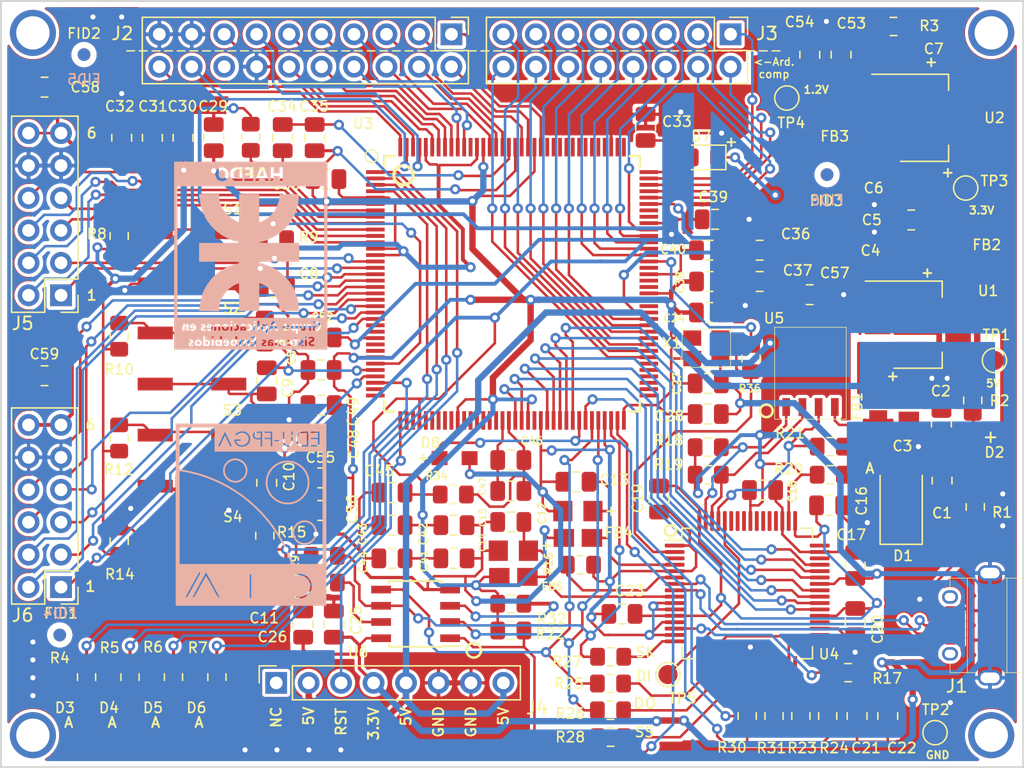
<source format=kicad_pcb>
(kicad_pcb (version 20171130) (host pcbnew 5.0.2-bee76a0~70~ubuntu16.04.1)
  (title_block (title EDU-FPGA) (date 2020-04-19) (rev 1.2) (company "UTN - Facultad Regional Haedo - Grupo ASE"))
  (layers (0 F.Cu signal) (31 B.Cu signal) (34 B.Paste user hide) (35 F.Paste user hide) (36 B.SilkS user) (37 F.SilkS user) (38 B.Mask user) (39 F.Mask user) (44 Edge.Cuts user))
  (net 0 "")
  (net 1 GND)
  (net 2 +5VP)
  (net 3 +5V)
  (net 4 "Net-(C4-Pad1)")
  (net 5 +3V3)
  (net 6 "Net-(C7-Pad1)")
  (net 7 /FPGA_banks/btn_1)
  (net 8 /FPGA_banks/btn_2)
  (net 9 /FPGA_banks/btn_3)
  (net 10 /FPGA_banks/btn_4)
  (net 11 /FTDI_config/VPHY)
  (net 12 /FTDI_config/VPLL)
  (net 13 +1V8)
  (net 14 +1V2)
  (net 15 "Net-(C34-Pad2)")
  (net 16 "Net-(C34-Pad1)")
  (net 17 "Net-(C46-Pad2)")
  (net 18 "Net-(C46-Pad1)")
  (net 19 "Net-(D2-Pad1)")
  (net 20 "Net-(D3-Pad1)")
  (net 21 "Net-(D4-Pad1)")
  (net 22 "Net-(D5-Pad1)")
  (net 23 "Net-(D6-Pad1)")
  (net 24 "Net-(D7-Pad2)")
  (net 25 "Net-(D8-Pad1)")
  (net 26 /FTDI_config/USB_DM)
  (net 27 /FTDI_config/USB_DP)
  (net 28 "Net-(J1-Pad4)")
  (net 29 /FPGA_banks/B01)
  (net 30 /FPGA_banks/B02)
  (net 31 /FPGA_banks/B04)
  (net 32 /FPGA_banks/B03)
  (net 33 /FPGA_banks/B06)
  (net 34 /FPGA_banks/B05)
  (net 35 /FPGA_banks/B08)
  (net 36 /FPGA_banks/B07)
  (net 37 /FPGA_banks/B010)
  (net 38 /FPGA_banks/B09)
  (net 39 /FPGA_banks/B012)
  (net 40 /FPGA_banks/B011)
  (net 41 /FPGA_banks/B013)
  (net 42 /FPGA_banks/B014)
  (net 43 /FPGA_banks/B015)
  (net 44 /FPGA_banks/B016)
  (net 45 /FPGA_banks/B121)
  (net 46 /FPGA_banks/B120)
  (net 47 /FPGA_banks/B118)
  (net 48 /FPGA_banks/B119)
  (net 49 /FPGA_banks/B116)
  (net 50 /FPGA_banks/B117)
  (net 51 /FPGA_banks/B114)
  (net 52 /FPGA_banks/B115)
  (net 53 /FPGA_banks/B112)
  (net 54 /FPGA_banks/B113)
  (net 55 /FPGA_banks/B110)
  (net 56 /FPGA_banks/B111)
  (net 57 /FPGA_banks/B18)
  (net 58 /FPGA_banks/B19)
  (net 59 /FPGA_banks/B16)
  (net 60 /FPGA_banks/B17)
  (net 61 "Net-(J4-Pad1)")
  (net 62 /FPGA_banks/B21)
  (net 63 /FPGA_banks/B31)
  (net 64 /FPGA_banks/B33)
  (net 65 /FPGA_banks/B35)
  (net 66 /FPGA_banks/B37)
  (net 67 /FPGA_banks/B32)
  (net 68 /FPGA_banks/B34)
  (net 69 /FPGA_banks/B36)
  (net 70 /FPGA_banks/B38)
  (net 71 /FPGA_banks/B316)
  (net 72 /FPGA_banks/B314)
  (net 73 /FPGA_banks/B312)
  (net 74 /FPGA_banks/B310)
  (net 75 /FPGA_banks/B315)
  (net 76 /FPGA_banks/B313)
  (net 77 /FPGA_banks/B311)
  (net 78 /FPGA_banks/B39)
  (net 79 /FPGA_banks/blue_led)
  (net 80 /FPGA_banks/yellow_led)
  (net 81 /FPGA_banks/red_led)
  (net 82 /FPGA_banks/green_led)
  (net 83 "Net-(R8-Pad2)")
  (net 84 "Net-(R10-Pad2)")
  (net 85 "Net-(R12-Pad2)")
  (net 86 "Net-(R14-Pad2)")
  (net 87 "Net-(R16-Pad1)")
  (net 88 "Net-(R17-Pad1)")
  (net 89 /FTDI_config/EECS_ftdi)
  (net 90 /FTDI_config/EECLK_ftdi)
  (net 91 "Net-(R20-Pad2)")
  (net 92 /FTDI_config/EEDATA_ftdi)
  (net 93 "Net-(R22-Pad2)")
  (net 94 "Net-(R23-Pad2)")
  (net 95 /FTDI_config/DI)
  (net 96 "Net-(R25-Pad2)")
  (net 97 "Net-(R26-Pad2)")
  (net 98 /FTDI_config/DO)
  (net 99 /FTDI_config/SK)
  (net 100 "Net-(R27-Pad2)")
  (net 101 /FTDI_config/SS)
  (net 102 /FTDI_config/DONE)
  (net 103 /FTDI_config/RESET)
  (net 104 "Net-(R32-Pad2)")
  (net 105 "Net-(R33-Pad2)")
  (net 106 "Net-(TP5-Pad1)")
  (net 107 "Net-(U3-Pad25)")
  (net 108 "Net-(U3-Pad26)")
  (net 109 "Net-(U3-Pad28)")
  (net 110 "Net-(U3-Pad29)")
  (net 111 "Net-(U3-Pad35)")
  (net 112 "Net-(U3-Pad36)")
  (net 113 "Net-(U3-Pad38)")
  (net 114 "Net-(U3-Pad39)")
  (net 115 "Net-(U3-Pad41)")
  (net 116 "Net-(U3-Pad42)")
  (net 117 "Net-(U3-Pad43)")
  (net 118 "Net-(U3-Pad44)")
  (net 119 "Net-(U3-Pad45)")
  (net 120 "Net-(U3-Pad47)")
  (net 121 "Net-(U3-Pad48)")
  (net 122 "Net-(U3-Pad49)")
  (net 123 "Net-(U3-Pad50)")
  (net 124 "Net-(U3-Pad51)")
  (net 125 "Net-(U3-Pad52)")
  (net 126 /FPGA_banks/Rx)
  (net 127 /FPGA_banks/Tx)
  (net 128 "Net-(U3-Pad58)")
  (net 129 /FPGA_banks/RTS)
  (net 130 /FPGA_banks/CTS)
  (net 131 /FPGA_banks/DTR)
  (net 132 /FPGA_banks/DSR)
  (net 133 /FPGA_banks/DCD)
  (net 134 "Net-(U3-Pad73)")
  (net 135 "Net-(U3-Pad74)")
  (net 136 "Net-(U3-Pad75)")
  (net 137 "Net-(U3-Pad76)")
  (net 138 "Net-(U3-Pad77)")
  (net 139 "Net-(U3-Pad78)")
  (net 140 "Net-(U3-Pad87)")
  (net 141 "Net-(U3-Pad88)")
  (net 142 "Net-(U3-Pad90)")
  (net 143 "Net-(U3-Pad91)")
  (net 144 "Net-(U3-Pad93)")
  (net 145 /FPGA_banks/FPGA_CLOCK)
  (net 146 "Net-(U3-Pad101)")
  (net 147 "Net-(U3-Pad102)")
  (net 148 "Net-(U3-Pad109)")
  (net 149 "Net-(U3-Pad110)")
  (net 150 "Net-(U3-Pad133)")
  (net 151 "Net-(U4-Pad3)")
  (net 152 "Net-(U4-Pad19)")
  (net 153 "Net-(U4-Pad22)")
  (net 154 "Net-(U4-Pad26)")
  (net 155 "Net-(U4-Pad27)")
  (net 156 "Net-(U4-Pad28)")
  (net 157 "Net-(U4-Pad29)")
  (net 158 "Net-(U4-Pad30)")
  (net 159 "Net-(U4-Pad32)")
  (net 160 "Net-(U4-Pad33)")
  (net 161 "Net-(U4-Pad34)")
  (net 162 "Net-(U4-Pad36)")
  (net 163 "Net-(U4-Pad46)")
  (net 164 "Net-(U4-Pad48)")
  (net 165 "Net-(U4-Pad52)")
  (net 166 "Net-(U4-Pad53)")
  (net 167 "Net-(U4-Pad54)")
  (net 168 "Net-(U4-Pad55)")
  (net 169 "Net-(U4-Pad57)")
  (net 170 "Net-(U4-Pad58)")
  (net 171 "Net-(U4-Pad59)")
  (net 172 "Net-(U5-Pad7)")
  (net 173 "Net-(U3-Pad112)")
  (net 174 "Net-(U3-Pad113)")
  (net 175 "Net-(U3-Pad114)")
  (net 176 "Net-(U3-Pad115)")
  (net 177 "Net-(U3-Pad116)")
  (net 178 "Net-(U3-Pad117)")
  (net 179 "Net-(U3-Pad118)")
  (net 180 "Net-(U3-Pad119)")
  (net 181 "Net-(U3-Pad120)")
  (net 182 "Net-(U3-Pad121)")
  (net 183 /FTDI_config/OSCI_ftdi)
  (net 184 "Net-(J2-Pad16)")
  (module footprints:micro_usb_b_recpt_bttm_mnt_smt_th_tabs (layer F.Cu) (at 178.5 110.25 90)
    (fp_text reference J1 (at -4.75 -2.6 180) (layer F.SilkS))
    (fp_text value micro_usb_b)
    (fp_poly (pts (xy -2.600938 0.95) (xy -2.600938 -0.95) (xy -3.650938 -0.95) (xy -3.650938 0.95)) (layer F.Cu) (width 0))
    (fp_poly (pts (xy -3.650938 -0.95) (xy -4.100938 -0.95) (xy -4.100938 -0.85) (xy -3.700938 -0.6) (xy -3.650938 -0.45) (xy -3.650938 0.5) (xy -3.750938 0.65) (xy -4.100938 0.95) (xy -3.650938 0.95)) (layer F.Cu) (width 0))
    (fp_poly (pts (xy 3.65 -0.95) (xy 4.1 -0.95) (xy 4.1 -0.85) (xy 3.7 -0.6) (xy 3.65 -0.45) (xy 3.65 0.5) (xy 3.75 0.65) (xy 4.1 0.95) (xy 3.65 0.95)) (layer F.Cu) (width 0))
    (fp_poly (pts (xy 2.6 0.95) (xy 2.6 -0.95) (xy 3.65 -0.95) (xy 3.65 0.95)) (layer F.Cu) (width 0))
    (pad "" thru_hole oval (at -2.225 -3.125 90) (size 1.05 1.25) (drill oval 0.65 0.85) (layers *.Cu *.Mask))
    (pad "" thru_hole oval (at 2.225 -3.125 90) (size 1.05 1.25) (drill oval 0.65 0.85) (layers *.Cu *.Mask))
    (pad 1 smd rect (at -1.3 -2.8 90) (size 0.4 1.35) (layers F.Cu F.Paste F.Mask) (net 2 +5VP))
    (pad 5 smd rect (at 1.3 -2.8 90) (size 0.4 1.35) (layers F.Cu F.Paste F.Mask) (net 1 GND))
    (pad 2 smd rect (at -0.65 -2.8 90) (size 0.4 1.35) (layers F.Cu F.Paste F.Mask) (net 26 /FTDI_config/USB_DM))
    (pad 4 smd rect (at 0.65 -2.8 90) (size 0.4 1.35) (layers F.Cu F.Paste F.Mask) (net 28 "Net-(J1-Pad4)"))
    (pad 3 smd rect (at 0 -2.8 90) (size 0.4 1.35) (layers F.Cu F.Paste F.Mask) (net 27 /FTDI_config/USB_DP))
    (pad 6 thru_hole oval (at -4.1 0 90) (size 1.225 1.9) (drill oval 0.825 1.5) (layers *.Cu *.Mask) (net 1 GND))
    (pad 9 thru_hole oval (at 4.1 0 90) (size 1.225 1.9) (drill oval 0.825 1.5) (layers *.Cu *.Mask) (net 1 GND))
    (pad 7 smd rect (at -1.15 0 90) (size 1.8 1.9) (layers F.Cu F.Paste F.Mask) (net 1 GND))
    (pad 8 smd rect (at 1.15 0 90) (size 1.8 1.9) (layers F.Cu F.Paste F.Mask) (net 1 GND))
  )
  (module footprints:C_0805_AVX_Tantalum (layer F.Cu) (at 172.15 93.08 270)
    (fp_text reference C3 (at 3.12 0.5) (layer F.SilkS) (effects (font (size 0.8 0.8) (thickness 0.13))))
    (fp_text value 10uF)
    (pad 2 smd rect (at 1.18 0 270) (size 1.5 1.6) (layers F.Cu F.Paste F.Mask) (net 1 GND))
    (pad 1 smd rect (at -1.18 0 270) (size 1.5 1.6) (layers F.Cu F.Paste F.Mask) (net 3 +5V))
  )
  (module footprints:C_0805_AVX_Tantalum (layer F.Cu) (at 172.17 81.1 180)
    (fp_text reference C4 (at 3.02 0.2) (layer F.SilkS) (effects (font (size 0.8 0.8) (thickness 0.13))))
    (fp_text value 10uF)
    (pad 2 smd rect (at 1.18 0 180) (size 1.5 1.6) (layers F.Cu F.Paste F.Mask) (net 1 GND))
    (pad 1 smd rect (at -1.18 0 180) (size 1.5 1.6) (layers F.Cu F.Paste F.Mask) (net 4 "Net-(C4-Pad1)"))
  )
  (module footprints:C_0805_AVX_Tantalum (layer F.Cu) (at 172.53 76 180)
    (fp_text reference C6 (at 3.13 0) (layer F.SilkS) (effects (font (size 0.8 0.8) (thickness 0.13))))
    (fp_text value 10uF)
    (pad 2 smd rect (at 1.18 0 180) (size 1.5 1.6) (layers F.Cu F.Paste F.Mask) (net 1 GND))
    (pad 1 smd rect (at -1.18 0 180) (size 1.5 1.6) (layers F.Cu F.Paste F.Mask) (net 5 +3V3))
  )
  (module footprints:C_0805_AVX_Tantalum (layer F.Cu) (at 171 65.6 180)
    (fp_text reference C7 (at -3.1 0.5 180) (layer F.SilkS) (effects (font (size 0.8 0.8) (thickness 0.13))))
    (fp_text value 10uF)
    (pad 2 smd rect (at 1.18 0 180) (size 1.5 1.6) (layers F.Cu F.Paste F.Mask) (net 1 GND))
    (pad 1 smd rect (at -1.18 0 180) (size 1.5 1.6) (layers F.Cu F.Paste F.Mask) (net 6 "Net-(C7-Pad1)"))
  )
  (module footprints:C_0805_AVX_Tantalum (layer F.Cu) (at 146.25 101.3 180)
    (fp_text reference C12 (at 2.8 -0.15 90) (layer F.SilkS) (effects (font (size 0.6 0.6) (thickness 0.13))))
    (fp_text value 4.7uF)
    (pad 2 smd rect (at 1.18 0 180) (size 1.5 1.6) (layers F.Cu F.Paste F.Mask) (net 1 GND))
    (pad 1 smd rect (at -1.18 0 180) (size 1.5 1.6) (layers F.Cu F.Paste F.Mask) (net 11 /FTDI_config/VPHY))
  )
  (module footprints:C_0805_AVX_Tantalum (layer F.Cu) (at 141.2 104.4 180)
    (fp_text reference C14 (at 2.4 0.65 90) (layer F.SilkS) (effects (font (size 0.5 0.5) (thickness 0.1))))
    (fp_text value 4.7uF)
    (pad 2 smd rect (at 1.18 0 180) (size 1.5 1.6) (layers F.Cu F.Paste F.Mask) (net 1 GND))
    (pad 1 smd rect (at -1.18 0 180) (size 1.5 1.6) (layers F.Cu F.Paste F.Mask) (net 12 /FTDI_config/VPLL))
  )
  (module footprints:ECS-3225MV (layer F.Cu) (at 156.3 88.55)
    (fp_text reference X1 (at -2.7 -0.4) (layer F.SilkS) (effects (font (size 0.8 0.8) (thickness 0.13))))
    (fp_text value ECS-3225MV-120-CN-TR)
    (pad 2 smd rect (at 1.1 0.8) (size 1.4 1.2) (layers F.Cu F.Paste F.Mask) (net 1 GND))
    (pad 1 smd rect (at -1.1 0.8) (size 1.4 1.2) (layers F.Cu F.Paste F.Mask) (net 5 +3V3))
    (pad 3 smd rect (at 1.1 -0.8) (size 1.4 1.2) (layers F.Cu F.Paste F.Mask) (net 183 /FTDI_config/OSCI_ftdi))
    (pad 4 smd rect (at -1.1 -0.8) (size 1.4 1.2) (layers F.Cu F.Paste F.Mask) (net 5 +3V3))
  )
  (module footprints:PANASONIC_EVPBF_6MM_SMD (layer F.Cu) (at 116.05 81.5)
    (fp_text reference S1 (at 3.2 -3.85 -180) (layer F.SilkS) (effects (font (size 0.8 0.8) (thickness 0.13))))
    (fp_text value SW_Push)
    (pad 2 smd rect (at 2.875 2) (size 2.75 1) (layers F.Cu F.Paste F.Mask) (net 1 GND))
    (pad 1 smd rect (at 2.875 -2) (size 2.75 1) (layers F.Cu F.Paste F.Mask) (net 83 "Net-(R8-Pad2)"))
    (pad 2 smd rect (at -2.875 2) (size 2.75 1) (layers F.Cu F.Paste F.Mask) (net 1 GND))
    (pad 1 smd rect (at -2.875 -2) (size 2.75 1) (layers F.Cu F.Paste F.Mask) (net 83 "Net-(R8-Pad2)"))
  )
  (module footprints:PANASONIC_EVPBF_6MM_SMD (layer F.Cu) (at 116.05 89.35)
    (fp_text reference S2 (at 3.2 -3.95 -180) (layer F.SilkS) (effects (font (size 0.8 0.8) (thickness 0.13))))
    (fp_text value SW_Push)
    (pad 2 smd rect (at 2.875 2) (size 2.75 1) (layers F.Cu F.Paste F.Mask) (net 1 GND))
    (pad 1 smd rect (at 2.875 -2) (size 2.75 1) (layers F.Cu F.Paste F.Mask) (net 84 "Net-(R10-Pad2)"))
    (pad 2 smd rect (at -2.875 2) (size 2.75 1) (layers F.Cu F.Paste F.Mask) (net 1 GND))
    (pad 1 smd rect (at -2.875 -2) (size 2.75 1) (layers F.Cu F.Paste F.Mask) (net 84 "Net-(R10-Pad2)"))
  )
  (module footprints:PANASONIC_EVPBF_6MM_SMD (layer F.Cu) (at 116.05 97.35)
    (fp_text reference S3 (at 3.15 -3.95 -180) (layer F.SilkS) (effects (font (size 0.8 0.8) (thickness 0.13))))
    (fp_text value SW_Push)
    (pad 2 smd rect (at 2.875 2) (size 2.75 1) (layers F.Cu F.Paste F.Mask) (net 1 GND))
    (pad 1 smd rect (at 2.875 -2) (size 2.75 1) (layers F.Cu F.Paste F.Mask) (net 85 "Net-(R12-Pad2)"))
    (pad 2 smd rect (at -2.875 2) (size 2.75 1) (layers F.Cu F.Paste F.Mask) (net 1 GND))
    (pad 1 smd rect (at -2.875 -2) (size 2.75 1) (layers F.Cu F.Paste F.Mask) (net 85 "Net-(R12-Pad2)"))
  )
  (module footprints:PANASONIC_EVPBF_6MM_SMD (layer F.Cu) (at 116.05 105.4)
    (fp_text reference S4 (at 3.2 -3.65 -180) (layer F.SilkS) (effects (font (size 0.8 0.8) (thickness 0.13))))
    (fp_text value SW_Push)
    (pad 2 smd rect (at 2.875 2) (size 2.75 1) (layers F.Cu F.Paste F.Mask) (net 1 GND))
    (pad 1 smd rect (at 2.875 -2) (size 2.75 1) (layers F.Cu F.Paste F.Mask) (net 86 "Net-(R14-Pad2)"))
    (pad 2 smd rect (at -2.875 2) (size 2.75 1) (layers F.Cu F.Paste F.Mask) (net 1 GND))
    (pad 1 smd rect (at -2.875 -2) (size 2.75 1) (layers F.Cu F.Paste F.Mask) (net 86 "Net-(R14-Pad2)"))
  )
  (module footprints:PinSocket_2x06_P2.54mm_Vertical_Mirror (layer F.Cu) (at 105.8 71.7)
    (fp_text reference J5 (at -3 14.9) (layer F.SilkS))
    (fp_text value 2x6_pmod)
    (pad 7 thru_hole oval (at -2.539388 12.7 180) (size 1.7 1.7) (drill 1) (layers *.Cu *.Mask) (net 68 /FPGA_banks/B34))
    (pad 1 thru_hole rect (at 0.000612 12.7 180) (size 1.7 1.7) (drill 1) (layers *.Cu *.Mask) (net 70 /FPGA_banks/B38))
    (pad 2 thru_hole oval (at 0.000612 10.16 180) (size 1.7 1.7) (drill 1) (layers *.Cu *.Mask) (net 66 /FPGA_banks/B37))
    (pad 9 thru_hole oval (at -2.539388 7.62 180) (size 1.7 1.7) (drill 1) (layers *.Cu *.Mask) (net 67 /FPGA_banks/B32))
    (pad 3 thru_hole oval (at 0.000612 7.62 180) (size 1.7 1.7) (drill 1) (layers *.Cu *.Mask) (net 69 /FPGA_banks/B36))
    (pad 8 thru_hole oval (at -2.539388 10.16 180) (size 1.7 1.7) (drill 1) (layers *.Cu *.Mask) (net 64 /FPGA_banks/B33))
    (pad 4 thru_hole oval (at 0.000612 5.08 180) (size 1.7 1.7) (drill 1) (layers *.Cu *.Mask) (net 65 /FPGA_banks/B35))
    (pad 10 thru_hole oval (at -2.539388 5.08 180) (size 1.7 1.7) (drill 1) (layers *.Cu *.Mask) (net 63 /FPGA_banks/B31))
    (pad 5 thru_hole oval (at 0.000612 2.54 180) (size 1.7 1.7) (drill 1) (layers *.Cu *.Mask) (net 1 GND))
    (pad 11 thru_hole oval (at -2.539388 2.54 180) (size 1.7 1.7) (drill 1) (layers *.Cu *.Mask) (net 1 GND))
    (pad 6 thru_hole oval (at 0.000612 0 180) (size 1.7 1.7) (drill 1) (layers *.Cu *.Mask) (net 5 +3V3))
    (pad 12 thru_hole oval (at -2.539388 0 180) (size 1.7 1.7) (drill 1) (layers *.Cu *.Mask) (net 5 +3V3))
  )
  (module footprints:PinSocket_2x06_P2.54mm_Vertical_Mirror (layer F.Cu) (at 105.8 94.55)
    (fp_text reference J6 (at -3 14.9) (layer F.SilkS))
    (fp_text value 2x6_pmod)
    (pad 7 thru_hole oval (at -2.539388 12.7 180) (size 1.7 1.7) (drill 1) (layers *.Cu *.Mask) (net 73 /FPGA_banks/B312))
    (pad 1 thru_hole rect (at 0.000612 12.7 180) (size 1.7 1.7) (drill 1) (layers *.Cu *.Mask) (net 71 /FPGA_banks/B316))
    (pad 2 thru_hole oval (at 0.000612 10.16 180) (size 1.7 1.7) (drill 1) (layers *.Cu *.Mask) (net 75 /FPGA_banks/B315))
    (pad 9 thru_hole oval (at -2.539388 7.62 180) (size 1.7 1.7) (drill 1) (layers *.Cu *.Mask) (net 74 /FPGA_banks/B310))
    (pad 3 thru_hole oval (at 0.000612 7.62 180) (size 1.7 1.7) (drill 1) (layers *.Cu *.Mask) (net 72 /FPGA_banks/B314))
    (pad 8 thru_hole oval (at -2.539388 10.16 180) (size 1.7 1.7) (drill 1) (layers *.Cu *.Mask) (net 77 /FPGA_banks/B311))
    (pad 4 thru_hole oval (at 0.000612 5.08 180) (size 1.7 1.7) (drill 1) (layers *.Cu *.Mask) (net 76 /FPGA_banks/B313))
    (pad 10 thru_hole oval (at -2.539388 5.08 180) (size 1.7 1.7) (drill 1) (layers *.Cu *.Mask) (net 78 /FPGA_banks/B39))
    (pad 5 thru_hole oval (at 0.000612 2.54 180) (size 1.7 1.7) (drill 1) (layers *.Cu *.Mask) (net 1 GND))
    (pad 11 thru_hole oval (at -2.539388 2.54 180) (size 1.7 1.7) (drill 1) (layers *.Cu *.Mask) (net 1 GND))
    (pad 6 thru_hole oval (at 0.000612 0 180) (size 1.7 1.7) (drill 1) (layers *.Cu *.Mask) (net 5 +3V3))
    (pad 12 thru_hole oval (at -2.539388 0 180) (size 1.7 1.7) (drill 1) (layers *.Cu *.Mask) (net 5 +3V3))
  )
  (module footprints:QFP50P2200X2200X160-144N (layer F.Cu) (at 141.1 83.5)
    (fp_text reference U3 (at -11.65 -12.55) (layer F.SilkS) (effects (font (size 0.8 0.8) (thickness 0.13))))
    (fp_text value iCE40-HX4K-TQ144 hide)
    (pad 144 smd rect (at -8.75 -10.7 270) (size 1.45 0.3) (layers F.Cu F.Paste F.Mask) (net 44 /FPGA_banks/B016))
    (pad 143 smd rect (at -8.25 -10.7 270) (size 1.45 0.3) (layers F.Cu F.Paste F.Mask) (net 43 /FPGA_banks/B015))
    (pad 142 smd rect (at -7.75 -10.7 270) (size 1.45 0.3) (layers F.Cu F.Paste F.Mask) (net 42 /FPGA_banks/B014))
    (pad 141 smd rect (at -7.25 -10.7 270) (size 1.45 0.3) (layers F.Cu F.Paste F.Mask) (net 41 /FPGA_banks/B013))
    (pad 140 smd rect (at -6.75 -10.7 270) (size 1.45 0.3) (layers F.Cu F.Paste F.Mask) (net 1 GND))
    (pad 139 smd rect (at -6.25 -10.7 270) (size 1.45 0.3) (layers F.Cu F.Paste F.Mask) (net 39 /FPGA_banks/B012))
    (pad 138 smd rect (at -5.75 -10.7 270) (size 1.45 0.3) (layers F.Cu F.Paste F.Mask) (net 40 /FPGA_banks/B011))
    (pad 137 smd rect (at -5.25 -10.7 270) (size 1.45 0.3) (layers F.Cu F.Paste F.Mask) (net 37 /FPGA_banks/B010))
    (pad 136 smd rect (at -4.75 -10.7 270) (size 1.45 0.3) (layers F.Cu F.Paste F.Mask) (net 38 /FPGA_banks/B09))
    (pad 135 smd rect (at -4.25 -10.7 270) (size 1.45 0.3) (layers F.Cu F.Paste F.Mask) (net 35 /FPGA_banks/B08))
    (pad 134 smd rect (at -3.75 -10.7 270) (size 1.45 0.3) (layers F.Cu F.Paste F.Mask) (net 36 /FPGA_banks/B07))
    (pad 133 smd rect (at -3.25 -10.7 270) (size 1.45 0.3) (layers F.Cu F.Paste F.Mask) (net 150 "Net-(U3-Pad133)"))
    (pad 132 smd rect (at -2.75 -10.7 270) (size 1.45 0.3) (layers F.Cu F.Paste F.Mask) (net 1 GND))
    (pad 131 smd rect (at -2.25 -10.7 270) (size 1.45 0.3) (layers F.Cu F.Paste F.Mask) (net 5 +3V3))
    (pad 130 smd rect (at -1.75 -10.7 270) (size 1.45 0.3) (layers F.Cu F.Paste F.Mask) (net 33 /FPGA_banks/B06))
    (pad 129 smd rect (at -1.25 -10.7 270) (size 1.45 0.3) (layers F.Cu F.Paste F.Mask) (net 34 /FPGA_banks/B05))
    (pad 128 smd rect (at -0.75 -10.7 270) (size 1.45 0.3) (layers F.Cu F.Paste F.Mask) (net 31 /FPGA_banks/B04))
    (pad 127 smd rect (at -0.25 -10.7 270) (size 1.45 0.3) (layers F.Cu F.Paste F.Mask) (net 15 "Net-(C34-Pad2)"))
    (pad 126 smd rect (at 0.25 -10.7 270) (size 1.45 0.3) (layers F.Cu F.Paste F.Mask) (net 16 "Net-(C34-Pad1)"))
    (pad 125 smd rect (at 0.75 -10.7 270) (size 1.45 0.3) (layers F.Cu F.Paste F.Mask) (net 32 /FPGA_banks/B03))
    (pad 124 smd rect (at 1.25 -10.7 270) (size 1.45 0.3) (layers F.Cu F.Paste F.Mask) (net 30 /FPGA_banks/B02))
    (pad 123 smd rect (at 1.75 -10.7 270) (size 1.45 0.3) (layers F.Cu F.Paste F.Mask) (net 5 +3V3))
    (pad 122 smd rect (at 2.25 -10.7 270) (size 1.45 0.3) (layers F.Cu F.Paste F.Mask) (net 29 /FPGA_banks/B01))
    (pad 121 smd rect (at 2.75 -10.7 270) (size 1.45 0.3) (layers F.Cu F.Paste F.Mask) (net 182 "Net-(U3-Pad121)"))
    (pad 120 smd rect (at 3.25 -10.7 270) (size 1.45 0.3) (layers F.Cu F.Paste F.Mask) (net 181 "Net-(U3-Pad120)"))
    (pad 119 smd rect (at 3.75 -10.7 270) (size 1.45 0.3) (layers F.Cu F.Paste F.Mask) (net 180 "Net-(U3-Pad119)"))
    (pad 118 smd rect (at 4.25 -10.7 270) (size 1.45 0.3) (layers F.Cu F.Paste F.Mask) (net 179 "Net-(U3-Pad118)"))
    (pad 117 smd rect (at 4.75 -10.7 270) (size 1.45 0.3) (layers F.Cu F.Paste F.Mask) (net 178 "Net-(U3-Pad117)"))
    (pad 116 smd rect (at 5.25 -10.7 270) (size 1.45 0.3) (layers F.Cu F.Paste F.Mask) (net 177 "Net-(U3-Pad116)"))
    (pad 115 smd rect (at 5.75 -10.7 270) (size 1.45 0.3) (layers F.Cu F.Paste F.Mask) (net 176 "Net-(U3-Pad115)"))
    (pad 114 smd rect (at 6.25 -10.7 270) (size 1.45 0.3) (layers F.Cu F.Paste F.Mask) (net 175 "Net-(U3-Pad114)"))
    (pad 113 smd rect (at 6.75 -10.7 270) (size 1.45 0.3) (layers F.Cu F.Paste F.Mask) (net 174 "Net-(U3-Pad113)"))
    (pad 112 smd rect (at 7.25 -10.7 270) (size 1.45 0.3) (layers F.Cu F.Paste F.Mask) (net 173 "Net-(U3-Pad112)"))
    (pad 111 smd rect (at 7.75 -10.7 270) (size 1.45 0.3) (layers F.Cu F.Paste F.Mask) (net 14 +1V2))
    (pad 110 smd rect (at 8.25 -10.7 270) (size 1.45 0.3) (layers F.Cu F.Paste F.Mask) (net 149 "Net-(U3-Pad110)"))
    (pad 109 smd rect (at 8.75 -10.7 270) (size 1.45 0.3) (layers F.Cu F.Paste F.Mask) (net 148 "Net-(U3-Pad109)"))
    (pad 108 smd rect (at 10.7 -8.75) (size 1.45 0.3) (layers F.Cu F.Paste F.Mask) (net 24 "Net-(D7-Pad2)"))
    (pad 107 smd rect (at 10.7 -8.25) (size 1.45 0.3) (layers F.Cu F.Paste F.Mask) (net 45 /FPGA_banks/B121))
    (pad 106 smd rect (at 10.7 -7.75) (size 1.45 0.3) (layers F.Cu F.Paste F.Mask) (net 46 /FPGA_banks/B120))
    (pad 105 smd rect (at 10.7 -7.25) (size 1.45 0.3) (layers F.Cu F.Paste F.Mask) (net 48 /FPGA_banks/B119))
    (pad 104 smd rect (at 10.7 -6.75) (size 1.45 0.3) (layers F.Cu F.Paste F.Mask) (net 47 /FPGA_banks/B118))
    (pad 103 smd rect (at 10.7 -6.25) (size 1.45 0.3) (layers F.Cu F.Paste F.Mask) (net 1 GND))
    (pad 102 smd rect (at 10.7 -5.75) (size 1.45 0.3) (layers F.Cu F.Paste F.Mask) (net 147 "Net-(U3-Pad102)"))
    (pad 101 smd rect (at 10.7 -5.25) (size 1.45 0.3) (layers F.Cu F.Paste F.Mask) (net 146 "Net-(U3-Pad101)"))
    (pad 100 smd rect (at 10.7 -4.75) (size 1.45 0.3) (layers F.Cu F.Paste F.Mask) (net 5 +3V3))
    (pad 99 smd rect (at 10.7 -4.25) (size 1.45 0.3) (layers F.Cu F.Paste F.Mask) (net 50 /FPGA_banks/B117))
    (pad 98 smd rect (at 10.7 -3.75) (size 1.45 0.3) (layers F.Cu F.Paste F.Mask) (net 49 /FPGA_banks/B116))
    (pad 97 smd rect (at 10.7 -3.25) (size 1.45 0.3) (layers F.Cu F.Paste F.Mask) (net 52 /FPGA_banks/B115))
    (pad 96 smd rect (at 10.7 -2.75) (size 1.45 0.3) (layers F.Cu F.Paste F.Mask) (net 51 /FPGA_banks/B114))
    (pad 95 smd rect (at 10.7 -2.25) (size 1.45 0.3) (layers F.Cu F.Paste F.Mask) (net 54 /FPGA_banks/B113))
    (pad 94 smd rect (at 10.7 -1.75) (size 1.45 0.3) (layers F.Cu F.Paste F.Mask) (net 145 /FPGA_banks/FPGA_CLOCK))
    (pad 93 smd rect (at 10.7 -1.25) (size 1.45 0.3) (layers F.Cu F.Paste F.Mask) (net 144 "Net-(U3-Pad93)"))
    (pad 92 smd rect (at 10.7 -0.75) (size 1.45 0.3) (layers F.Cu F.Paste F.Mask) (net 14 +1V2))
    (pad 91 smd rect (at 10.7 -0.25) (size 1.45 0.3) (layers F.Cu F.Paste F.Mask) (net 143 "Net-(U3-Pad91)"))
    (pad 90 smd rect (at 10.7 0.25) (size 1.45 0.3) (layers F.Cu F.Paste F.Mask) (net 142 "Net-(U3-Pad90)"))
    (pad 89 smd rect (at 10.7 0.75) (size 1.45 0.3) (layers F.Cu F.Paste F.Mask) (net 5 +3V3))
    (pad 88 smd rect (at 10.7 1.25) (size 1.45 0.3) (layers F.Cu F.Paste F.Mask) (net 141 "Net-(U3-Pad88)"))
    (pad 87 smd rect (at 10.7 1.75) (size 1.45 0.3) (layers F.Cu F.Paste F.Mask) (net 140 "Net-(U3-Pad87)"))
    (pad 86 smd rect (at 10.7 2.25) (size 1.45 0.3) (layers F.Cu F.Paste F.Mask) (net 1 GND))
    (pad 85 smd rect (at 10.7 2.75) (size 1.45 0.3) (layers F.Cu F.Paste F.Mask) (net 53 /FPGA_banks/B112))
    (pad 84 smd rect (at 10.7 3.25) (size 1.45 0.3) (layers F.Cu F.Paste F.Mask) (net 56 /FPGA_banks/B111))
    (pad 83 smd rect (at 10.7 3.75) (size 1.45 0.3) (layers F.Cu F.Paste F.Mask) (net 55 /FPGA_banks/B110))
    (pad 82 smd rect (at 10.7 4.25) (size 1.45 0.3) (layers F.Cu F.Paste F.Mask) (net 58 /FPGA_banks/B19))
    (pad 81 smd rect (at 10.7 4.75) (size 1.45 0.3) (layers F.Cu F.Paste F.Mask) (net 57 /FPGA_banks/B18))
    (pad 80 smd rect (at 10.7 5.25) (size 1.45 0.3) (layers F.Cu F.Paste F.Mask) (net 60 /FPGA_banks/B17))
    (pad 79 smd rect (at 10.7 5.75) (size 1.45 0.3) (layers F.Cu F.Paste F.Mask) (net 59 /FPGA_banks/B16))
    (pad 78 smd rect (at 10.7 6.25) (size 1.45 0.3) (layers F.Cu F.Paste F.Mask) (net 139 "Net-(U3-Pad78)"))
    (pad 77 smd rect (at 10.7 6.75) (size 1.45 0.3) (layers F.Cu F.Paste F.Mask) (net 138 "Net-(U3-Pad77)"))
    (pad 76 smd rect (at 10.7 7.25) (size 1.45 0.3) (layers F.Cu F.Paste F.Mask) (net 137 "Net-(U3-Pad76)"))
    (pad 75 smd rect (at 10.7 7.75) (size 1.45 0.3) (layers F.Cu F.Paste F.Mask) (net 136 "Net-(U3-Pad75)"))
    (pad 74 smd rect (at 10.7 8.25) (size 1.45 0.3) (layers F.Cu F.Paste F.Mask) (net 135 "Net-(U3-Pad74)"))
    (pad 73 smd rect (at 10.7 8.75) (size 1.45 0.3) (layers F.Cu F.Paste F.Mask) (net 134 "Net-(U3-Pad73)"))
    (pad 72 smd rect (at 8.75 10.7 270) (size 1.45 0.3) (layers F.Cu F.Paste F.Mask) (net 5 +3V3))
    (pad 71 smd rect (at 8.25 10.7 270) (size 1.45 0.3) (layers F.Cu F.Paste F.Mask) (net 93 "Net-(R22-Pad2)"))
    (pad 70 smd rect (at 7.75 10.7 270) (size 1.45 0.3) (layers F.Cu F.Paste F.Mask) (net 100 "Net-(R27-Pad2)"))
    (pad 69 smd rect (at 7.25 10.7 270) (size 1.45 0.3) (layers F.Cu F.Paste F.Mask) (net 1 GND))
    (pad 68 smd rect (at 6.75 10.7 270) (size 1.45 0.3) (layers F.Cu F.Paste F.Mask) (net 97 "Net-(R26-Pad2)"))
    (pad 67 smd rect (at 6.25 10.7 270) (size 1.45 0.3) (layers F.Cu F.Paste F.Mask) (net 96 "Net-(R25-Pad2)"))
    (pad 66 smd rect (at 5.75 10.7 270) (size 1.45 0.3) (layers F.Cu F.Paste F.Mask) (net 94 "Net-(R23-Pad2)"))
    (pad 65 smd rect (at 5.25 10.7 270) (size 1.45 0.3) (layers F.Cu F.Paste F.Mask) (net 25 "Net-(D8-Pad1)"))
    (pad 64 smd rect (at 4.75 10.7 270) (size 1.45 0.3) (layers F.Cu F.Paste F.Mask) (net 133 /FPGA_banks/DCD))
    (pad 63 smd rect (at 4.25 10.7 270) (size 1.45 0.3) (layers F.Cu F.Paste F.Mask) (net 132 /FPGA_banks/DSR))
    (pad 62 smd rect (at 3.75 10.7 270) (size 1.45 0.3) (layers F.Cu F.Paste F.Mask) (net 131 /FPGA_banks/DTR))
    (pad 61 smd rect (at 3.25 10.7 270) (size 1.45 0.3) (layers F.Cu F.Paste F.Mask) (net 130 /FPGA_banks/CTS))
    (pad 60 smd rect (at 2.75 10.7 270) (size 1.45 0.3) (layers F.Cu F.Paste F.Mask) (net 129 /FPGA_banks/RTS))
    (pad 59 smd rect (at 2.25 10.7 270) (size 1.45 0.3) (layers F.Cu F.Paste F.Mask) (net 1 GND))
    (pad 58 smd rect (at 1.75 10.7 270) (size 1.45 0.3) (layers F.Cu F.Paste F.Mask) (net 128 "Net-(U3-Pad58)"))
    (pad 57 smd rect (at 1.25 10.7 270) (size 1.45 0.3) (layers F.Cu F.Paste F.Mask) (net 5 +3V3))
    (pad 56 smd rect (at 0.75 10.7 270) (size 1.45 0.3) (layers F.Cu F.Paste F.Mask) (net 127 /FPGA_banks/Tx))
    (pad 55 smd rect (at 0.25 10.7 270) (size 1.45 0.3) (layers F.Cu F.Paste F.Mask) (net 126 /FPGA_banks/Rx))
    (pad 54 smd rect (at -0.25 10.7 270) (size 1.45 0.3) (layers F.Cu F.Paste F.Mask) (net 17 "Net-(C46-Pad2)"))
    (pad 53 smd rect (at -0.75 10.7 270) (size 1.45 0.3) (layers F.Cu F.Paste F.Mask) (net 18 "Net-(C46-Pad1)"))
    (pad 52 smd rect (at -1.25 10.7 270) (size 1.45 0.3) (layers F.Cu F.Paste F.Mask) (net 125 "Net-(U3-Pad52)"))
    (pad 51 smd rect (at -1.75 10.7 270) (size 1.45 0.3) (layers F.Cu F.Paste F.Mask) (net 124 "Net-(U3-Pad51)"))
    (pad 50 smd rect (at -2.25 10.7 270) (size 1.45 0.3) (layers F.Cu F.Paste F.Mask) (net 123 "Net-(U3-Pad50)"))
    (pad 49 smd rect (at -2.75 10.7 270) (size 1.45 0.3) (layers F.Cu F.Paste F.Mask) (net 122 "Net-(U3-Pad49)"))
    (pad 48 smd rect (at -3.25 10.7 270) (size 1.45 0.3) (layers F.Cu F.Paste F.Mask) (net 121 "Net-(U3-Pad48)"))
    (pad 47 smd rect (at -3.75 10.7 270) (size 1.45 0.3) (layers F.Cu F.Paste F.Mask) (net 120 "Net-(U3-Pad47)"))
    (pad 46 smd rect (at -4.25 10.7 270) (size 1.45 0.3) (layers F.Cu F.Paste F.Mask) (net 5 +3V3))
    (pad 45 smd rect (at -4.75 10.7 270) (size 1.45 0.3) (layers F.Cu F.Paste F.Mask) (net 119 "Net-(U3-Pad45)"))
    (pad 44 smd rect (at -5.25 10.7 270) (size 1.45 0.3) (layers F.Cu F.Paste F.Mask) (net 118 "Net-(U3-Pad44)"))
    (pad 43 smd rect (at -5.75 10.7 270) (size 1.45 0.3) (layers F.Cu F.Paste F.Mask) (net 117 "Net-(U3-Pad43)"))
    (pad 42 smd rect (at -6.25 10.7 270) (size 1.45 0.3) (layers F.Cu F.Paste F.Mask) (net 116 "Net-(U3-Pad42)"))
    (pad 41 smd rect (at -6.75 10.7 270) (size 1.45 0.3) (layers F.Cu F.Paste F.Mask) (net 115 "Net-(U3-Pad41)"))
    (pad 40 smd rect (at -7.25 10.7 270) (size 1.45 0.3) (layers F.Cu F.Paste F.Mask) (net 14 +1V2))
    (pad 39 smd rect (at -7.75 10.7 270) (size 1.45 0.3) (layers F.Cu F.Paste F.Mask) (net 114 "Net-(U3-Pad39)"))
    (pad 38 smd rect (at -8.25 10.7 270) (size 1.45 0.3) (layers F.Cu F.Paste F.Mask) (net 113 "Net-(U3-Pad38)"))
    (pad 37 smd rect (at -8.75 10.7 270) (size 1.45 0.3) (layers F.Cu F.Paste F.Mask) (net 62 /FPGA_banks/B21))
    (pad 36 smd rect (at -10.7 8.75) (size 1.45 0.3) (layers F.Cu F.Paste F.Mask) (net 112 "Net-(U3-Pad36)"))
    (pad 35 smd rect (at -10.7 8.25) (size 1.45 0.3) (layers F.Cu F.Paste F.Mask) (net 111 "Net-(U3-Pad35)"))
    (pad 34 smd rect (at -10.7 7.75) (size 1.45 0.3) (layers F.Cu F.Paste F.Mask) (net 10 /FPGA_banks/btn_4))
    (pad 33 smd rect (at -10.7 7.25) (size 1.45 0.3) (layers F.Cu F.Paste F.Mask) (net 9 /FPGA_banks/btn_3))
    (pad 32 smd rect (at -10.7 6.75) (size 1.45 0.3) (layers F.Cu F.Paste F.Mask) (net 8 /FPGA_banks/btn_2))
    (pad 31 smd rect (at -10.7 6.25) (size 1.45 0.3) (layers F.Cu F.Paste F.Mask) (net 7 /FPGA_banks/btn_1))
    (pad 30 smd rect (at -10.7 5.75) (size 1.45 0.3) (layers F.Cu F.Paste F.Mask) (net 5 +3V3))
    (pad 29 smd rect (at -10.7 5.25) (size 1.45 0.3) (layers F.Cu F.Paste F.Mask) (net 110 "Net-(U3-Pad29)"))
    (pad 28 smd rect (at -10.7 4.75) (size 1.45 0.3) (layers F.Cu F.Paste F.Mask) (net 109 "Net-(U3-Pad28)"))
    (pad 27 smd rect (at -10.7 4.25) (size 1.45 0.3) (layers F.Cu F.Paste F.Mask) (net 14 +1V2))
    (pad 26 smd rect (at -10.7 3.75) (size 1.45 0.3) (layers F.Cu F.Paste F.Mask) (net 108 "Net-(U3-Pad26)"))
    (pad 25 smd rect (at -10.7 3.25) (size 1.45 0.3) (layers F.Cu F.Paste F.Mask) (net 107 "Net-(U3-Pad25)"))
    (pad 24 smd rect (at -10.7 2.75) (size 1.45 0.3) (layers F.Cu F.Paste F.Mask) (net 71 /FPGA_banks/B316))
    (pad 23 smd rect (at -10.7 2.25) (size 1.45 0.3) (layers F.Cu F.Paste F.Mask) (net 75 /FPGA_banks/B315))
    (pad 22 smd rect (at -10.7 1.75) (size 1.45 0.3) (layers F.Cu F.Paste F.Mask) (net 72 /FPGA_banks/B314))
    (pad 21 smd rect (at -10.7 1.25) (size 1.45 0.3) (layers F.Cu F.Paste F.Mask) (net 76 /FPGA_banks/B313))
    (pad 20 smd rect (at -10.7 0.75) (size 1.45 0.3) (layers F.Cu F.Paste F.Mask) (net 73 /FPGA_banks/B312))
    (pad 19 smd rect (at -10.7 0.25) (size 1.45 0.3) (layers F.Cu F.Paste F.Mask) (net 77 /FPGA_banks/B311))
    (pad 18 smd rect (at -10.7 -0.25) (size 1.45 0.3) (layers F.Cu F.Paste F.Mask) (net 74 /FPGA_banks/B310))
    (pad 17 smd rect (at -10.7 -0.75) (size 1.45 0.3) (layers F.Cu F.Paste F.Mask) (net 78 /FPGA_banks/B39))
    (pad 16 smd rect (at -10.7 -1.25) (size 1.45 0.3) (layers F.Cu F.Paste F.Mask) (net 70 /FPGA_banks/B38))
    (pad 15 smd rect (at -10.7 -1.75) (size 1.45 0.3) (layers F.Cu F.Paste F.Mask) (net 66 /FPGA_banks/B37))
    (pad 14 smd rect (at -10.7 -2.25) (size 1.45 0.3) (layers F.Cu F.Paste F.Mask) (net 1 GND))
    (pad 13 smd rect (at -10.7 -2.75) (size 1.45 0.3) (layers F.Cu F.Paste F.Mask) (net 1 GND))
    (pad 12 smd rect (at -10.7 -3.25) (size 1.45 0.3) (layers F.Cu F.Paste F.Mask) (net 69 /FPGA_banks/B36))
    (pad 11 smd rect (at -10.7 -3.75) (size 1.45 0.3) (layers F.Cu F.Paste F.Mask) (net 65 /FPGA_banks/B35))
    (pad 10 smd rect (at -10.7 -4.25) (size 1.45 0.3) (layers F.Cu F.Paste F.Mask) (net 68 /FPGA_banks/B34))
    (pad 9 smd rect (at -10.7 -4.75) (size 1.45 0.3) (layers F.Cu F.Paste F.Mask) (net 64 /FPGA_banks/B33))
    (pad 8 smd rect (at -10.7 -5.25) (size 1.45 0.3) (layers F.Cu F.Paste F.Mask) (net 67 /FPGA_banks/B32))
    (pad 7 smd rect (at -10.7 -5.75) (size 1.45 0.3) (layers F.Cu F.Paste F.Mask) (net 63 /FPGA_banks/B31))
    (pad 6 smd rect (at -10.7 -6.25) (size 1.45 0.3) (layers F.Cu F.Paste F.Mask) (net 5 +3V3))
    (pad 5 smd rect (at -10.7 -6.75) (size 1.45 0.3) (layers F.Cu F.Paste F.Mask) (net 1 GND))
    (pad 4 smd rect (at -10.7 -7.25) (size 1.45 0.3) (layers F.Cu F.Paste F.Mask) (net 79 /FPGA_banks/blue_led))
    (pad 3 smd rect (at -10.7 -7.75) (size 1.45 0.3) (layers F.Cu F.Paste F.Mask) (net 80 /FPGA_banks/yellow_led))
    (pad 2 smd rect (at -10.7 -8.25) (size 1.45 0.3) (layers F.Cu F.Paste F.Mask) (net 81 /FPGA_banks/red_led))
    (pad 1 smd rect (at -10.7 -8.75) (size 1.45 0.3) (layers F.Cu F.Paste F.Mask) (net 82 /FPGA_banks/green_led))
  )
  (module footprints:led_0805_recommended_land_pattern (layer F.Cu) (at 177.2 96.65 270)
    (fp_text reference D2 (at 0.05 -1.65) (layer F.SilkS) (effects (font (size 0.8 0.8) (thickness 0.13))))
    (fp_text value LED_ALT)
    (pad 2 smd rect (at 1.175 0 270) (size 1.25 1.1) (layers F.Cu F.Paste F.Mask) (net 1 GND))
    (pad 1 smd rect (at -1.175 0 270) (size 1.25 1.1) (layers F.Cu F.Paste F.Mask) (net 19 "Net-(D2-Pad1)"))
  )
  (module footprints:led_0805_recommended_land_pattern (layer F.Cu) (at 107.8 118.45 270)
    (fp_text reference D3 (at -1.75 1.7) (layer F.SilkS) (effects (font (size 0.8 0.8) (thickness 0.13))))
    (fp_text value LED_ALT)
    (pad 2 smd rect (at 1.175 0 270) (size 1.25 1.1) (layers F.Cu F.Paste F.Mask) (net 1 GND))
    (pad 1 smd rect (at -1.175 0 270) (size 1.25 1.1) (layers F.Cu F.Paste F.Mask) (net 20 "Net-(D3-Pad1)"))
  )
  (module footprints:led_0805_recommended_land_pattern (layer F.Cu) (at 111.2 118.45 270)
    (fp_text reference D4 (at -1.75 1.65) (layer F.SilkS) (effects (font (size 0.8 0.8) (thickness 0.13))))
    (fp_text value LED_ALT)
    (pad 2 smd rect (at 1.175 0 270) (size 1.25 1.1) (layers F.Cu F.Paste F.Mask) (net 1 GND))
    (pad 1 smd rect (at -1.175 0 270) (size 1.25 1.1) (layers F.Cu F.Paste F.Mask) (net 21 "Net-(D4-Pad1)"))
  )
  (module footprints:led_0805_recommended_land_pattern (layer F.Cu) (at 114.6 118.45 270)
    (fp_text reference D5 (at -1.75 1.6) (layer F.SilkS) (effects (font (size 0.8 0.8) (thickness 0.13))))
    (fp_text value LED_ALT)
    (pad 2 smd rect (at 1.175 0 270) (size 1.25 1.1) (layers F.Cu F.Paste F.Mask) (net 1 GND))
    (pad 1 smd rect (at -1.175 0 270) (size 1.25 1.1) (layers F.Cu F.Paste F.Mask) (net 22 "Net-(D5-Pad1)"))
  )
  (module footprints:led_0805_recommended_land_pattern (layer F.Cu) (at 118 118.45 270)
    (fp_text reference D6 (at -1.75 1.6) (layer F.SilkS) (effects (font (size 0.8 0.8) (thickness 0.13))))
    (fp_text value LED_ALT)
    (pad 2 smd rect (at 1.175 0 270) (size 1.25 1.1) (layers F.Cu F.Paste F.Mask) (net 1 GND))
    (pad 1 smd rect (at -1.175 0 270) (size 1.25 1.1) (layers F.Cu F.Paste F.Mask) (net 23 "Net-(D6-Pad1)"))
  )
  (module footprints:led_0805_recommended_land_pattern (layer F.Cu) (at 136.6 97.15)
    (fp_text reference D8 (at -1.9 -1.2) (layer F.SilkS) (effects (font (size 0.8 0.8) (thickness 0.13))))
    (fp_text value LED_ALT)
    (pad 2 smd rect (at 1.175 0) (size 1.25 1.1) (layers F.Cu F.Paste F.Mask) (net 1 GND))
    (pad 1 smd rect (at -1.175 0) (size 1.25 1.1) (layers F.Cu F.Paste F.Mask) (net 25 "Net-(D8-Pad1)"))
  )
  (module footprints:Ferrite_bead_0805 (layer F.Cu) (at 169.75 93.1 270)
    (fp_text reference FB1 (at 0 1.65 90) (layer F.SilkS) (effects (font (size 0.8 0.8) (thickness 0.13))))
    (fp_text value Ferrite_Bead)
    (pad 2 smd rect (at 1.1 0 270) (size 1.6 1.4) (layers F.Cu F.Paste F.Mask) (net 2 +5VP))
    (pad 1 smd rect (at -1.1 0 270) (size 1.6 1.4) (layers F.Cu F.Paste F.Mask) (net 3 +5V))
  )
  (module footprints:Ferrite_bead_0805 (layer F.Cu) (at 175.85 80.1 270)
    (fp_text reference FB2 (at 0.35 -2.4) (layer F.SilkS) (effects (font (size 0.8 0.8) (thickness 0.13))))
    (fp_text value Ferrite_Bead)
    (pad 2 smd rect (at 1.1 0 270) (size 1.6 1.4) (layers F.Cu F.Paste F.Mask) (net 4 "Net-(C4-Pad1)"))
    (pad 1 smd rect (at -1.1 0 270) (size 1.6 1.4) (layers F.Cu F.Paste F.Mask) (net 5 +3V3))
  )
  (module footprints:Ferrite_bead_0805 (layer F.Cu) (at 166.35 70.35)
    (fp_text reference FB3 (at 0 1.6 -180) (layer F.SilkS) (effects (font (size 0.8 0.8) (thickness 0.13))))
    (fp_text value Ferrite_Bead)
    (pad 2 smd rect (at 1.1 0) (size 1.6 1.4) (layers F.Cu F.Paste F.Mask) (net 6 "Net-(C7-Pad1)"))
    (pad 1 smd rect (at -1.1 0) (size 1.6 1.4) (layers F.Cu F.Paste F.Mask) (net 14 +1V2))
  )
  (module footprints:Ferrite_bead_0805 (layer F.Cu) (at 146.25 103.4 180)
    (fp_text reference FB4 (at -3.2 0.4 180) (layer F.SilkS) (effects (font (size 0.8 0.8) (thickness 0.13))))
    (fp_text value Ferrite_Bead)
    (pad 2 smd rect (at 1.1 0 180) (size 1.6 1.4) (layers F.Cu F.Paste F.Mask) (net 5 +3V3))
    (pad 1 smd rect (at -1.1 0 180) (size 1.6 1.4) (layers F.Cu F.Paste F.Mask) (net 11 /FTDI_config/VPHY))
  )
  (module footprints:Ferrite_bead_0805 (layer F.Cu) (at 141.2 106.45 180)
    (fp_text reference FB5 (at -3.05 -0.75) (layer F.SilkS) (effects (font (size 0.6 0.6) (thickness 0.13))))
    (fp_text value Ferrite_Bead)
    (pad 2 smd rect (at 1.1 0 180) (size 1.6 1.4) (layers F.Cu F.Paste F.Mask) (net 5 +3V3))
    (pad 1 smd rect (at -1.1 0 180) (size 1.6 1.4) (layers F.Cu F.Paste F.Mask) (net 12 /FTDI_config/VPLL))
  )
  (module simbolosFPGA:Logo_UTNASE_12mm_negativo (layer B.Cu) (at 120.65 81.28 180)
    (fp_text reference G*** hide)
    (fp_text value Logo_UTNASE_12mm_negativo hide)
  )
  (module footprints:R_0805_2012Metric_Pad1.15x1.40mm_HandSolder (layer F.Cu) (at 159.8 89.35 90)
    (fp_text reference R36 (at -2.35 -0.1 180) (layer F.SilkS) (effects (font (size 0.6 0.6) (thickness 0.11))))
    (fp_text value 0)
    (pad 2 smd roundrect (at 1.025 0 90) (size 1.15 1.4) (layers F.Cu F.Paste F.Mask) (roundrect_rratio 0.217391) (net 145 /FPGA_banks/FPGA_CLOCK))
    (pad 1 smd roundrect (at -1.025 0 90) (size 1.15 1.4) (layers F.Cu F.Paste F.Mask) (roundrect_rratio 0.217391) (net 183 /FTDI_config/OSCI_ftdi))
  )
  (module footprints:C_0805_2012Metric_Pad1.15x1.40mm_HandSolder (layer F.Cu) (at 164.4 84.35)
    (fp_text reference C57 (at 1.95 -1.7) (layer F.SilkS) (effects (font (size 0.8 0.8) (thickness 0.13))))
    (fp_text value 100nF)
    (pad 1 smd roundrect (at -1.025 0) (size 1.15 1.55) (layers F.Cu F.Paste F.Mask) (roundrect_rratio 0.217) (net 5 +3V3))
    (pad 2 smd roundrect (at 1.025 0) (size 1.15 1.55) (layers F.Cu F.Paste F.Mask) (roundrect_rratio 0.217) (net 1 GND))
  )
  (module footprints:Fiducial_1mm_Mask2mm (layer B.Cu) (at 105.7 111)
    (fp_text reference FID4 (at 0 -1.7) (layer B.SilkS) (effects (font (size 0.8 0.8) (thickness 0.13)) (justify mirror)))
    (fp_text value Fiducial)
    (pad "" smd circle (at 0 0) (size 1 1) (layers B.Cu B.Mask) (clearance 0.5))
  )
  (module footprints:Fiducial_1mm_Mask2mm (layer B.Cu) (at 165.75 74.95)
    (fp_text reference FID6 (at 0 2) (layer B.SilkS) (effects (font (size 0.8 0.8) (thickness 0.13)) (justify mirror)))
    (fp_text value Fiducial)
    (pad "" smd circle (at 0 0) (size 1 1) (layers B.Cu B.Mask) (clearance 0.5))
  )
  (module footprints:Fiducial_1mm_Mask2mm (layer B.Cu) (at 107.6 65.55)
    (fp_text reference FID5 (at 0 1.95) (layer B.SilkS) (effects (font (size 0.8 0.8) (thickness 0.13)) (justify mirror)))
    (fp_text value Fiducial)
    (pad "" smd circle (at 0 0) (size 1 1) (layers B.Cu B.Mask) (clearance 0.5))
  )
  (module footprints:Fiducial_1mm_Mask2mm (layer F.Cu) (at 105.7 111)
    (fp_text reference FID1 (at 0.1 -1.7) (layer F.SilkS) (effects (font (size 0.8 0.8) (thickness 0.13))))
    (fp_text value Fiducial)
    (pad "" smd circle (at 0 0) (size 1 1) (layers F.Cu F.Mask) (clearance 0.5))
  )
  (module footprints:Fiducial_1mm_Mask2mm (layer F.Cu) (at 107.6 65.55)
    (fp_text reference FID2 (at 0 -1.65) (layer F.SilkS) (effects (font (size 0.8 0.8) (thickness 0.13))))
    (fp_text value Fiducial)
    (pad "" smd circle (at 0 0) (size 1 1) (layers F.Cu F.Mask) (clearance 0.5))
  )
  (module footprints:Fiducial_1mm_Mask2mm (layer F.Cu) (at 165.75 74.95)
    (fp_text reference FID3 (at -0.05 2.05) (layer F.SilkS) (effects (font (size 0.8 0.8) (thickness 0.13))))
    (fp_text value Fiducial)
    (pad "" smd circle (at 0 0) (size 1 1) (layers F.Cu F.Mask) (clearance 0.5))
  )
  (module footprints:C_0805_2012Metric_Pad1.15x1.40mm_HandSolder (layer F.Cu) (at 151.55 71.25 270)
    (fp_text reference C33 (at -0.45 -2.45) (layer F.SilkS) (effects (font (size 0.8 0.8) (thickness 0.13))))
    (fp_text value 10nF)
    (pad 1 smd roundrect (at -1.025 0 270) (size 1.15 1.55) (layers F.Cu F.Paste F.Mask) (roundrect_rratio 0.217) (net 14 +1V2))
    (pad 2 smd roundrect (at 1.025 0 270) (size 1.15 1.55) (layers F.Cu F.Paste F.Mask) (roundrect_rratio 0.217) (net 1 GND))
  )
  (module footprints:PinSocket_2x08_P2.54mm_Vertical_mirror (layer F.Cu) (at 158.2 66.5 270)
    (fp_text reference J3 (at -2.6 -2.85) (layer F.SilkS))
    (fp_text value Conn_02x08_Odd_Even)
    (pad 15 thru_hole oval (at -2.54 17.78 270) (size 1.7 1.7) (drill 1) (layers *.Cu *.Mask) (net 60 /FPGA_banks/B17))
    (pad 16 thru_hole oval (at 0 17.78 270) (size 1.7 1.7) (drill 1) (layers *.Cu *.Mask) (net 59 /FPGA_banks/B16))
    (pad 13 thru_hole oval (at -2.54 15.24 270) (size 1.7 1.7) (drill 1) (layers *.Cu *.Mask) (net 58 /FPGA_banks/B19))
    (pad 14 thru_hole oval (at 0 15.24 270) (size 1.7 1.7) (drill 1) (layers *.Cu *.Mask) (net 57 /FPGA_banks/B18))
    (pad 11 thru_hole oval (at -2.54 12.7 270) (size 1.7 1.7) (drill 1) (layers *.Cu *.Mask) (net 56 /FPGA_banks/B111))
    (pad 12 thru_hole oval (at 0 12.7 270) (size 1.7 1.7) (drill 1) (layers *.Cu *.Mask) (net 55 /FPGA_banks/B110))
    (pad 9 thru_hole oval (at -2.54 10.16 270) (size 1.7 1.7) (drill 1) (layers *.Cu *.Mask) (net 54 /FPGA_banks/B113))
    (pad 10 thru_hole oval (at 0 10.16 270) (size 1.7 1.7) (drill 1) (layers *.Cu *.Mask) (net 53 /FPGA_banks/B112))
    (pad 7 thru_hole oval (at -2.54 7.62 270) (size 1.7 1.7) (drill 1) (layers *.Cu *.Mask) (net 52 /FPGA_banks/B115))
    (pad 8 thru_hole oval (at 0 7.62 270) (size 1.7 1.7) (drill 1) (layers *.Cu *.Mask) (net 51 /FPGA_banks/B114))
    (pad 5 thru_hole oval (at -2.54 5.08 270) (size 1.7 1.7) (drill 1) (layers *.Cu *.Mask) (net 50 /FPGA_banks/B117))
    (pad 6 thru_hole oval (at 0 5.08 270) (size 1.7 1.7) (drill 1) (layers *.Cu *.Mask) (net 49 /FPGA_banks/B116))
    (pad 3 thru_hole oval (at -2.54 2.54 270) (size 1.7 1.7) (drill 1) (layers *.Cu *.Mask) (net 48 /FPGA_banks/B119))
    (pad 4 thru_hole oval (at 0 2.54 270) (size 1.7 1.7) (drill 1) (layers *.Cu *.Mask) (net 47 /FPGA_banks/B118))
    (pad 2 thru_hole oval (at 0 0 270) (size 1.7 1.7) (drill 1) (layers *.Cu *.Mask) (net 46 /FPGA_banks/B120))
    (pad 1 thru_hole rect (at -2.54 0 270) (size 1.7 1.7) (drill 1) (layers *.Cu *.Mask) (net 45 /FPGA_banks/B121))
  )
  (module footprints:C_0805_2012Metric_Pad1.15x1.40mm_HandSolder (layer F.Cu) (at 174.75 98.9 90)
    (fp_text reference C1 (at -2.55 0 180) (layer F.SilkS) (effects (font (size 0.8 0.8) (thickness 0.13))))
    (fp_text value 10nF)
    (pad 1 smd roundrect (at -1.025 0 90) (size 1.15 1.55) (layers F.Cu F.Paste F.Mask) (roundrect_rratio 0.217) (net 2 +5VP))
    (pad 2 smd roundrect (at 1.025 0 90) (size 1.15 1.55) (layers F.Cu F.Paste F.Mask) (roundrect_rratio 0.217) (net 1 GND))
  )
  (module footprints:C_0805_2012Metric_Pad1.15x1.40mm_HandSolder (layer F.Cu) (at 174.7 94.45 270)
    (fp_text reference C2 (at -2.55 0.05) (layer F.SilkS) (effects (font (size 0.8 0.8) (thickness 0.13))))
    (fp_text value 100nF)
    (pad 1 smd roundrect (at -1.025 0 270) (size 1.15 1.55) (layers F.Cu F.Paste F.Mask) (roundrect_rratio 0.217) (net 3 +5V))
    (pad 2 smd roundrect (at 1.025 0 270) (size 1.15 1.55) (layers F.Cu F.Paste F.Mask) (roundrect_rratio 0.217) (net 1 GND))
  )
  (module footprints:C_0805_2012Metric_Pad1.15x1.40mm_HandSolder (layer F.Cu) (at 172.325 78.5 180)
    (fp_text reference C5 (at 3.075 0) (layer F.SilkS) (effects (font (size 0.8 0.8) (thickness 0.13))))
    (fp_text value 100nF)
    (pad 1 smd roundrect (at -1.025 0 180) (size 1.15 1.55) (layers F.Cu F.Paste F.Mask) (roundrect_rratio 0.217) (net 5 +3V3))
    (pad 2 smd roundrect (at 1.025 0 180) (size 1.15 1.55) (layers F.Cu F.Paste F.Mask) (roundrect_rratio 0.217) (net 1 GND))
  )
  (module footprints:C_0805_2012Metric_Pad1.15x1.40mm_HandSolder (layer F.Cu) (at 122.5 83.75 180)
    (fp_text reference C8 (at -2.7 1.05) (layer F.SilkS) (effects (font (size 0.8 0.8) (thickness 0.13))))
    (fp_text value 10uF)
    (pad 1 smd roundrect (at -1.025 0 180) (size 1.15 1.55) (layers F.Cu F.Paste F.Mask) (roundrect_rratio 0.217) (net 7 /FPGA_banks/btn_1))
    (pad 2 smd roundrect (at 1.025 0 180) (size 1.15 1.55) (layers F.Cu F.Paste F.Mask) (roundrect_rratio 0.217) (net 1 GND))
  )
  (module footprints:C_0805_2012Metric_Pad1.15x1.40mm_HandSolder (layer F.Cu) (at 121.9 91.1 270)
    (fp_text reference C9 (at 0.55 -1.65 270) (layer F.SilkS) (effects (font (size 0.8 0.8) (thickness 0.13))))
    (fp_text value 10uF)
    (pad 1 smd roundrect (at -1.025 0 270) (size 1.15 1.55) (layers F.Cu F.Paste F.Mask) (roundrect_rratio 0.217) (net 8 /FPGA_banks/btn_2))
    (pad 2 smd roundrect (at 1.025 0 270) (size 1.15 1.55) (layers F.Cu F.Paste F.Mask) (roundrect_rratio 0.217) (net 1 GND))
  )
  (module footprints:C_0805_2012Metric_Pad1.15x1.40mm_HandSolder (layer F.Cu) (at 121.9 99.1 270)
    (fp_text reference C10 (at -0.5 -1.75 90) (layer F.SilkS) (effects (font (size 0.8 0.8) (thickness 0.13))))
    (fp_text value 10uF)
    (pad 1 smd roundrect (at -1.025 0 270) (size 1.15 1.55) (layers F.Cu F.Paste F.Mask) (roundrect_rratio 0.217) (net 9 /FPGA_banks/btn_3))
    (pad 2 smd roundrect (at 1.025 0 270) (size 1.15 1.55) (layers F.Cu F.Paste F.Mask) (roundrect_rratio 0.217) (net 1 GND))
  )
  (module footprints:C_0805_2012Metric_Pad1.15x1.40mm_HandSolder (layer F.Cu) (at 121.9 107.175 270)
    (fp_text reference C11 (at 2.5 0.2) (layer F.SilkS) (effects (font (size 0.8 0.8) (thickness 0.13))))
    (fp_text value 10uF)
    (pad 1 smd roundrect (at -1.025 0 270) (size 1.15 1.55) (layers F.Cu F.Paste F.Mask) (roundrect_rratio 0.217) (net 10 /FPGA_banks/btn_4))
    (pad 2 smd roundrect (at 1.025 0 270) (size 1.15 1.55) (layers F.Cu F.Paste F.Mask) (roundrect_rratio 0.217) (net 1 GND))
  )
  (module footprints:C_0805_2012Metric_Pad1.15x1.40mm_HandSolder (layer F.Cu) (at 146.1 99 180)
    (fp_text reference C13 (at -3 0.15 180) (layer F.SilkS) (effects (font (size 0.8 0.8) (thickness 0.13))))
    (fp_text value 100nF)
    (pad 1 smd roundrect (at -1.025 0 180) (size 1.15 1.55) (layers F.Cu F.Paste F.Mask) (roundrect_rratio 0.217) (net 11 /FTDI_config/VPHY))
    (pad 2 smd roundrect (at 1.025 0 180) (size 1.15 1.55) (layers F.Cu F.Paste F.Mask) (roundrect_rratio 0.217) (net 1 GND))
  )
  (module footprints:C_0805_2012Metric_Pad1.15x1.40mm_HandSolder (layer F.Cu) (at 141 102.15 180)
    (fp_text reference C15 (at 2.2 0.35 270) (layer F.SilkS) (effects (font (size 0.5 0.5) (thickness 0.1))))
    (fp_text value 100nF)
    (pad 1 smd roundrect (at -1.025 0 180) (size 1.15 1.55) (layers F.Cu F.Paste F.Mask) (roundrect_rratio 0.217) (net 12 /FTDI_config/VPLL))
    (pad 2 smd roundrect (at 1.025 0 180) (size 1.15 1.55) (layers F.Cu F.Paste F.Mask) (roundrect_rratio 0.217) (net 1 GND))
  )
  (module footprints:C_0805_2012Metric_Pad1.15x1.40mm_HandSolder (layer F.Cu) (at 165.95 100.85)
    (fp_text reference C16 (at 2.5 -0.35 90) (layer F.SilkS) (effects (font (size 0.8 0.8) (thickness 0.13))))
    (fp_text value 3.3uF)
    (pad 1 smd roundrect (at -1.025 0) (size 1.15 1.55) (layers F.Cu F.Paste F.Mask) (roundrect_rratio 0.217) (net 13 +1V8))
    (pad 2 smd roundrect (at 1.025 0) (size 1.15 1.55) (layers F.Cu F.Paste F.Mask) (roundrect_rratio 0.217) (net 1 GND))
  )
  (module footprints:C_0805_2012Metric_Pad1.15x1.40mm_HandSolder (layer F.Cu) (at 167.95 105.55 90)
    (fp_text reference C17 (at 2.4 -0.3 180) (layer F.SilkS) (effects (font (size 0.8 0.8) (thickness 0.13))))
    (fp_text value 100nF)
    (pad 1 smd roundrect (at -1.025 0 90) (size 1.15 1.55) (layers F.Cu F.Paste F.Mask) (roundrect_rratio 0.217) (net 5 +3V3))
    (pad 2 smd roundrect (at 1.025 0 90) (size 1.15 1.55) (layers F.Cu F.Paste F.Mask) (roundrect_rratio 0.217) (net 1 GND))
  )
  (module footprints:C_0805_2012Metric_Pad1.15x1.40mm_HandSolder (layer F.Cu) (at 160.7 99.65)
    (fp_text reference C18 (at 2.35 0.1 270) (layer F.SilkS) (effects (font (size 0.6 0.6) (thickness 0.13))))
    (fp_text value 100nF)
    (pad 1 smd roundrect (at -1.025 0) (size 1.15 1.55) (layers F.Cu F.Paste F.Mask) (roundrect_rratio 0.217) (net 5 +3V3))
    (pad 2 smd roundrect (at 1.025 0) (size 1.15 1.55) (layers F.Cu F.Paste F.Mask) (roundrect_rratio 0.217) (net 1 GND))
  )
  (module footprints:C_0805_2012Metric_Pad1.15x1.40mm_HandSolder (layer F.Cu) (at 152.6 100.35 270)
    (fp_text reference C19 (at -0.05 1.65 90) (layer F.SilkS) (effects (font (size 0.8 0.8) (thickness 0.13))))
    (fp_text value 100nF)
    (pad 1 smd roundrect (at -1.025 0 270) (size 1.15 1.55) (layers F.Cu F.Paste F.Mask) (roundrect_rratio 0.217) (net 13 +1V8))
    (pad 2 smd roundrect (at 1.025 0 270) (size 1.15 1.55) (layers F.Cu F.Paste F.Mask) (roundrect_rratio 0.217) (net 1 GND))
  )
  (module footprints:C_0805_2012Metric_Pad1.15x1.40mm_HandSolder (layer F.Cu) (at 167.95 109.95 270)
    (fp_text reference C20 (at 0.6 -1.75 270) (layer F.SilkS) (effects (font (size 0.8 0.8) (thickness 0.13))))
    (fp_text value 100nF)
    (pad 1 smd roundrect (at -1.025 0 270) (size 1.15 1.55) (layers F.Cu F.Paste F.Mask) (roundrect_rratio 0.217) (net 13 +1V8))
    (pad 2 smd roundrect (at 1.025 0 270) (size 1.15 1.55) (layers F.Cu F.Paste F.Mask) (roundrect_rratio 0.217) (net 1 GND))
  )
  (module footprints:C_0805_2012Metric_Pad1.15x1.40mm_HandSolder (layer F.Cu) (at 168.1 117.35 270)
    (fp_text reference C21 (at 2.5 -0.7) (layer F.SilkS) (effects (font (size 0.8 0.8) (thickness 0.13))))
    (fp_text value 100nF)
    (pad 1 smd roundrect (at -1.025 0 270) (size 1.15 1.55) (layers F.Cu F.Paste F.Mask) (roundrect_rratio 0.217) (net 5 +3V3))
    (pad 2 smd roundrect (at 1.025 0 270) (size 1.15 1.55) (layers F.Cu F.Paste F.Mask) (roundrect_rratio 0.217) (net 1 GND))
  )
  (module footprints:C_0805_2012Metric_Pad1.15x1.40mm_HandSolder (layer F.Cu) (at 170.5 117.35 270)
    (fp_text reference C22 (at 2.5 -1.1) (layer F.SilkS) (effects (font (size 0.8 0.8) (thickness 0.13))))
    (fp_text value 100nF)
    (pad 1 smd roundrect (at -1.025 0 270) (size 1.15 1.55) (layers F.Cu F.Paste F.Mask) (roundrect_rratio 0.217) (net 5 +3V3))
    (pad 2 smd roundrect (at 1.025 0 270) (size 1.15 1.55) (layers F.Cu F.Paste F.Mask) (roundrect_rratio 0.217) (net 1 GND))
  )
  (module footprints:C_0805_2012Metric_Pad1.15x1.40mm_HandSolder (layer F.Cu) (at 149.7 109.35 180)
    (fp_text reference C23 (at -0.6 1.8) (layer F.SilkS) (effects (font (size 0.8 0.8) (thickness 0.13))))
    (fp_text value 100nF)
    (pad 1 smd roundrect (at -1.025 0 180) (size 1.15 1.55) (layers F.Cu F.Paste F.Mask) (roundrect_rratio 0.217) (net 13 +1V8))
    (pad 2 smd roundrect (at 1.025 0 180) (size 1.15 1.55) (layers F.Cu F.Paste F.Mask) (roundrect_rratio 0.217) (net 1 GND))
  )
  (module footprints:C_0805_2012Metric_Pad1.15x1.40mm_HandSolder (layer F.Cu) (at 156.55 85.75)
    (fp_text reference C24 (at -2.75 0.45) (layer F.SilkS) (effects (font (size 0.6 0.6) (thickness 0.11))))
    (fp_text value 100nF)
    (pad 1 smd roundrect (at -1.025 0) (size 1.15 1.55) (layers F.Cu F.Paste F.Mask) (roundrect_rratio 0.217) (net 5 +3V3))
    (pad 2 smd roundrect (at 1.025 0) (size 1.15 1.55) (layers F.Cu F.Paste F.Mask) (roundrect_rratio 0.217) (net 1 GND))
  )
  (module footprints:C_0805_2012Metric_Pad1.15x1.40mm_HandSolder (layer F.Cu) (at 127.15 110.15 90)
    (fp_text reference C25 (at 0.3 1.75 90) (layer F.SilkS) (effects (font (size 0.8 0.8) (thickness 0.13))))
    (fp_text value 10nF)
    (pad 1 smd roundrect (at -1.025 0 90) (size 1.15 1.55) (layers F.Cu F.Paste F.Mask) (roundrect_rratio 0.217) (net 5 +3V3))
    (pad 2 smd roundrect (at 1.025 0 90) (size 1.15 1.55) (layers F.Cu F.Paste F.Mask) (roundrect_rratio 0.217) (net 1 GND))
  )
  (module footprints:C_0805_2012Metric_Pad1.15x1.40mm_HandSolder (layer F.Cu) (at 124.75 110.15 90)
    (fp_text reference C26 (at -1 -2.4) (layer F.SilkS) (effects (font (size 0.8 0.8) (thickness 0.13))))
    (fp_text value 1uF)
    (pad 1 smd roundrect (at -1.025 0 90) (size 1.15 1.55) (layers F.Cu F.Paste F.Mask) (roundrect_rratio 0.217) (net 5 +3V3))
    (pad 2 smd roundrect (at 1.025 0 90) (size 1.15 1.55) (layers F.Cu F.Paste F.Mask) (roundrect_rratio 0.217) (net 1 GND))
  )
  (module footprints:C_0805_2012Metric_Pad1.15x1.40mm_HandSolder (layer F.Cu) (at 156.45 91.3)
    (fp_text reference C27 (at -2.45 0 270) (layer F.SilkS) (effects (font (size 0.6 0.6) (thickness 0.13))))
    (fp_text value 10nF)
    (pad 1 smd roundrect (at -1.025 0) (size 1.15 1.55) (layers F.Cu F.Paste F.Mask) (roundrect_rratio 0.217) (net 5 +3V3))
    (pad 2 smd roundrect (at 1.025 0) (size 1.15 1.55) (layers F.Cu F.Paste F.Mask) (roundrect_rratio 0.217) (net 1 GND))
  )
  (module footprints:C_0805_2012Metric_Pad1.15x1.40mm_HandSolder (layer F.Cu) (at 156.45 93.7)
    (fp_text reference C28 (at -3.05 0.15 180) (layer F.SilkS) (effects (font (size 0.8 0.8) (thickness 0.13))))
    (fp_text value 1uF)
    (pad 1 smd roundrect (at -1.025 0) (size 1.15 1.55) (layers F.Cu F.Paste F.Mask) (roundrect_rratio 0.217) (net 5 +3V3))
    (pad 2 smd roundrect (at 1.025 0) (size 1.15 1.55) (layers F.Cu F.Paste F.Mask) (roundrect_rratio 0.217) (net 1 GND))
  )
  (module footprints:C_0805_2012Metric_Pad1.15x1.40mm_HandSolder (layer F.Cu) (at 117.75 72.05 90)
    (fp_text reference C29 (at 2.45 -0.05 180) (layer F.SilkS) (effects (font (size 0.8 0.8) (thickness 0.13))))
    (fp_text value 1uF)
    (pad 1 smd roundrect (at -1.025 0 90) (size 1.15 1.55) (layers F.Cu F.Paste F.Mask) (roundrect_rratio 0.217) (net 5 +3V3))
    (pad 2 smd roundrect (at 1.025 0 90) (size 1.15 1.55) (layers F.Cu F.Paste F.Mask) (roundrect_rratio 0.217) (net 1 GND))
  )
  (module footprints:C_0805_2012Metric_Pad1.15x1.40mm_HandSolder (layer F.Cu) (at 115.35 72.05 90)
    (fp_text reference C30 (at 2.45 -0.05 180) (layer F.SilkS) (effects (font (size 0.8 0.8) (thickness 0.13))))
    (fp_text value 100nF)
    (pad 1 smd roundrect (at -1.025 0 90) (size 1.15 1.55) (layers F.Cu F.Paste F.Mask) (roundrect_rratio 0.217) (net 5 +3V3))
    (pad 2 smd roundrect (at 1.025 0 90) (size 1.15 1.55) (layers F.Cu F.Paste F.Mask) (roundrect_rratio 0.217) (net 1 GND))
  )
  (module footprints:C_0805_2012Metric_Pad1.15x1.40mm_HandSolder (layer F.Cu) (at 112.95 72.05 90)
    (fp_text reference C31 (at 2.45 0.05 180) (layer F.SilkS) (effects (font (size 0.8 0.8) (thickness 0.13))))
    (fp_text value 10nF)
    (pad 1 smd roundrect (at -1.025 0 90) (size 1.15 1.55) (layers F.Cu F.Paste F.Mask) (roundrect_rratio 0.217) (net 5 +3V3))
    (pad 2 smd roundrect (at 1.025 0 90) (size 1.15 1.55) (layers F.Cu F.Paste F.Mask) (roundrect_rratio 0.217) (net 1 GND))
  )
  (module footprints:C_0805_2012Metric_Pad1.15x1.40mm_HandSolder (layer F.Cu) (at 110.55 72.05 90)
    (fp_text reference C32 (at 2.45 -0.15 180) (layer F.SilkS) (effects (font (size 0.8 0.8) (thickness 0.13))))
    (fp_text value 10nF)
    (pad 1 smd roundrect (at -1.025 0 90) (size 1.15 1.55) (layers F.Cu F.Paste F.Mask) (roundrect_rratio 0.217) (net 5 +3V3))
    (pad 2 smd roundrect (at 1.025 0 90) (size 1.15 1.55) (layers F.Cu F.Paste F.Mask) (roundrect_rratio 0.217) (net 1 GND))
  )
  (module footprints:C_0805_2012Metric_Pad1.15x1.40mm_HandSolder (layer F.Cu) (at 123.15 72.05 90)
    (fp_text reference C34 (at 2.45 -0.05 180) (layer F.SilkS) (effects (font (size 0.8 0.8) (thickness 0.13))))
    (fp_text value 10uF)
    (pad 1 smd roundrect (at -1.025 0 90) (size 1.15 1.55) (layers F.Cu F.Paste F.Mask) (roundrect_rratio 0.217) (net 16 "Net-(C34-Pad1)"))
    (pad 2 smd roundrect (at 1.025 0 90) (size 1.15 1.55) (layers F.Cu F.Paste F.Mask) (roundrect_rratio 0.217) (net 15 "Net-(C34-Pad2)"))
  )
  (module footprints:C_0805_2012Metric_Pad1.15x1.40mm_HandSolder (layer F.Cu) (at 125.65 72.05 90)
    (fp_text reference C35 (at 2.45 -0.05 180) (layer F.SilkS) (effects (font (size 0.8 0.8) (thickness 0.13))))
    (fp_text value 100nF)
    (pad 1 smd roundrect (at -1.025 0 90) (size 1.15 1.55) (layers F.Cu F.Paste F.Mask) (roundrect_rratio 0.217) (net 16 "Net-(C34-Pad1)"))
    (pad 2 smd roundrect (at 1.025 0 90) (size 1.15 1.55) (layers F.Cu F.Paste F.Mask) (roundrect_rratio 0.217) (net 15 "Net-(C34-Pad2)"))
  )
  (module footprints:C_0805_2012Metric_Pad1.15x1.40mm_HandSolder (layer F.Cu) (at 160.46 80.87 180)
    (fp_text reference C36 (at -2.84 1.27) (layer F.SilkS) (effects (font (size 0.8 0.8) (thickness 0.13))))
    (fp_text value 1uF)
    (pad 1 smd roundrect (at -1.025 0 180) (size 1.15 1.55) (layers F.Cu F.Paste F.Mask) (roundrect_rratio 0.217) (net 5 +3V3))
    (pad 2 smd roundrect (at 1.025 0 180) (size 1.15 1.55) (layers F.Cu F.Paste F.Mask) (roundrect_rratio 0.217) (net 1 GND))
  )
  (module footprints:C_0805_2012Metric_Pad1.15x1.40mm_HandSolder (layer F.Cu) (at 160.46 83.32 180)
    (fp_text reference C37 (at -2.99 0.87) (layer F.SilkS) (effects (font (size 0.8 0.8) (thickness 0.13))))
    (fp_text value 100nF)
    (pad 1 smd roundrect (at -1.025 0 180) (size 1.15 1.55) (layers F.Cu F.Paste F.Mask) (roundrect_rratio 0.217) (net 5 +3V3))
    (pad 2 smd roundrect (at 1.025 0 180) (size 1.15 1.55) (layers F.Cu F.Paste F.Mask) (roundrect_rratio 0.217) (net 1 GND))
  )
  (module footprints:C_0805_2012Metric_Pad1.15x1.40mm_HandSolder (layer F.Cu) (at 156.56 83.32)
    (fp_text reference C38 (at -2.31 0.08 270) (layer F.SilkS) (effects (font (size 0.6 0.6) (thickness 0.13))))
    (fp_text value 10nF)
    (pad 1 smd roundrect (at -1.025 0) (size 1.15 1.55) (layers F.Cu F.Paste F.Mask) (roundrect_rratio 0.217) (net 5 +3V3))
    (pad 2 smd roundrect (at 1.025 0) (size 1.15 1.55) (layers F.Cu F.Paste F.Mask) (roundrect_rratio 0.217) (net 1 GND))
  )
  (module footprints:C_0805_2012Metric_Pad1.15x1.40mm_HandSolder (layer F.Cu) (at 157 78.45)
    (fp_text reference C39 (at -0.15 -1.75 180) (layer F.SilkS) (effects (font (size 0.8 0.8) (thickness 0.13))))
    (fp_text value 10nF)
    (pad 1 smd roundrect (at -1.025 0) (size 1.15 1.55) (layers F.Cu F.Paste F.Mask) (roundrect_rratio 0.217) (net 5 +3V3))
    (pad 2 smd roundrect (at 1.025 0) (size 1.15 1.55) (layers F.Cu F.Paste F.Mask) (roundrect_rratio 0.217) (net 1 GND))
  )
  (module footprints:C_0805_2012Metric_Pad1.15x1.40mm_HandSolder (layer F.Cu) (at 156.56 80.87)
    (fp_text reference C40 (at -2.86 -0.07 180) (layer F.SilkS) (effects (font (size 0.7 0.7) (thickness 0.13))))
    (fp_text value 10nF)
    (pad 1 smd roundrect (at -1.025 0) (size 1.15 1.55) (layers F.Cu F.Paste F.Mask) (roundrect_rratio 0.217) (net 14 +1V2))
    (pad 2 smd roundrect (at 1.025 0) (size 1.15 1.55) (layers F.Cu F.Paste F.Mask) (roundrect_rratio 0.217) (net 1 GND))
  )
  (module footprints:C_0805_2012Metric_Pad1.15x1.40mm_HandSolder (layer F.Cu) (at 136.55 105)
    (fp_text reference C41 (at -2.35 0.2 90) (layer F.SilkS) (effects (font (size 0.6 0.6) (thickness 0.13))))
    (fp_text value 1uF)
    (pad 1 smd roundrect (at -1.025 0) (size 1.15 1.55) (layers F.Cu F.Paste F.Mask) (roundrect_rratio 0.217) (net 5 +3V3))
    (pad 2 smd roundrect (at 1.025 0) (size 1.15 1.55) (layers F.Cu F.Paste F.Mask) (roundrect_rratio 0.217) (net 1 GND))
  )
  (module footprints:C_0805_2012Metric_Pad1.15x1.40mm_HandSolder (layer F.Cu) (at 136.55 102.4)
    (fp_text reference C42 (at -2.4 0.7 90) (layer F.SilkS) (effects (font (size 0.6 0.6) (thickness 0.13))))
    (fp_text value 100nF)
    (pad 1 smd roundrect (at -1.025 0) (size 1.15 1.55) (layers F.Cu F.Paste F.Mask) (roundrect_rratio 0.217) (net 5 +3V3))
    (pad 2 smd roundrect (at 1.025 0) (size 1.15 1.55) (layers F.Cu F.Paste F.Mask) (roundrect_rratio 0.217) (net 1 GND))
  )
  (module footprints:C_0805_2012Metric_Pad1.15x1.40mm_HandSolder (layer F.Cu) (at 131.7 102.4 180)
    (fp_text reference C43 (at 2.3 -0.7 270) (layer F.SilkS) (effects (font (size 0.6 0.6) (thickness 0.13))))
    (fp_text value 10nF)
    (pad 1 smd roundrect (at -1.025 0 180) (size 1.15 1.55) (layers F.Cu F.Paste F.Mask) (roundrect_rratio 0.217) (net 5 +3V3))
    (pad 2 smd roundrect (at 1.025 0 180) (size 1.15 1.55) (layers F.Cu F.Paste F.Mask) (roundrect_rratio 0.217) (net 1 GND))
  )
  (module footprints:C_0805_2012Metric_Pad1.15x1.40mm_HandSolder (layer F.Cu) (at 131.7 105 180)
    (fp_text reference C44 (at 2.25 -0.3 270) (layer F.SilkS) (effects (font (size 0.6 0.6) (thickness 0.13))))
    (fp_text value 10nF)
    (pad 1 smd roundrect (at -1.025 0 180) (size 1.15 1.55) (layers F.Cu F.Paste F.Mask) (roundrect_rratio 0.217) (net 5 +3V3))
    (pad 2 smd roundrect (at 1.025 0 180) (size 1.15 1.55) (layers F.Cu F.Paste F.Mask) (roundrect_rratio 0.217) (net 1 GND))
  )
  (module footprints:C_0805_2012Metric_Pad1.15x1.40mm_HandSolder (layer F.Cu) (at 131.7 99.85 180)
    (fp_text reference C45 (at 1 1.7) (layer F.SilkS) (effects (font (size 0.8 0.8) (thickness 0.13))))
    (fp_text value 10nF)
    (pad 1 smd roundrect (at -1.025 0 180) (size 1.15 1.55) (layers F.Cu F.Paste F.Mask) (roundrect_rratio 0.217) (net 14 +1V2))
    (pad 2 smd roundrect (at 1.025 0 180) (size 1.15 1.55) (layers F.Cu F.Paste F.Mask) (roundrect_rratio 0.217) (net 1 GND))
  )
  (module footprints:C_0805_2012Metric_Pad1.15x1.40mm_HandSolder (layer F.Cu) (at 141 97.3)
    (fp_text reference C46 (at 1.65 -1.5 180) (layer F.SilkS) (effects (font (size 0.6 0.6) (thickness 0.13))))
    (fp_text value 10uF)
    (pad 1 smd roundrect (at -1.025 0) (size 1.15 1.55) (layers F.Cu F.Paste F.Mask) (roundrect_rratio 0.217) (net 18 "Net-(C46-Pad1)"))
    (pad 2 smd roundrect (at 1.025 0) (size 1.15 1.55) (layers F.Cu F.Paste F.Mask) (roundrect_rratio 0.217) (net 17 "Net-(C46-Pad2)"))
  )
  (module footprints:C_0805_2012Metric_Pad1.15x1.40mm_HandSolder (layer F.Cu) (at 141 99.725)
    (fp_text reference C47 (at -2.2 -0.375 90) (layer F.SilkS) (effects (font (size 0.5 0.5) (thickness 0.1))))
    (fp_text value 100nF)
    (pad 1 smd roundrect (at -1.025 0) (size 1.15 1.55) (layers F.Cu F.Paste F.Mask) (roundrect_rratio 0.217) (net 18 "Net-(C46-Pad1)"))
    (pad 2 smd roundrect (at 1.025 0) (size 1.15 1.55) (layers F.Cu F.Paste F.Mask) (roundrect_rratio 0.217) (net 17 "Net-(C46-Pad2)"))
  )
  (module footprints:C_0805_2012Metric_Pad1.15x1.40mm_HandSolder (layer F.Cu) (at 126.15 95.4 180)
    (fp_text reference C48 (at -2.55 -0.65 90) (layer F.SilkS) (effects (font (size 0.8 0.8) (thickness 0.13))))
    (fp_text value 1uF)
    (pad 1 smd roundrect (at -1.025 0 180) (size 1.15 1.55) (layers F.Cu F.Paste F.Mask) (roundrect_rratio 0.217) (net 5 +3V3))
    (pad 2 smd roundrect (at 1.025 0 180) (size 1.15 1.55) (layers F.Cu F.Paste F.Mask) (roundrect_rratio 0.217) (net 1 GND))
  )
  (module footprints:C_0805_2012Metric_Pad1.15x1.40mm_HandSolder (layer F.Cu) (at 126.15 93 180)
    (fp_text reference C49 (at -2.5 -0.5 90) (layer F.SilkS) (effects (font (size 0.8 0.8) (thickness 0.13))))
    (fp_text value 100nF)
    (pad 1 smd roundrect (at -1.025 0 180) (size 1.15 1.55) (layers F.Cu F.Paste F.Mask) (roundrect_rratio 0.217) (net 5 +3V3))
    (pad 2 smd roundrect (at 1.025 0 180) (size 1.15 1.55) (layers F.Cu F.Paste F.Mask) (roundrect_rratio 0.217) (net 1 GND))
  )
  (module footprints:C_0805_2012Metric_Pad1.15x1.40mm_HandSolder (layer F.Cu) (at 126.525 75.3)
    (fp_text reference C50 (at -3.125 0.4 180) (layer F.SilkS) (effects (font (size 0.8 0.8) (thickness 0.13))))
    (fp_text value 10nF)
    (pad 1 smd roundrect (at -1.025 0) (size 1.15 1.55) (layers F.Cu F.Paste F.Mask) (roundrect_rratio 0.217) (net 5 +3V3))
    (pad 2 smd roundrect (at 1.025 0) (size 1.15 1.55) (layers F.Cu F.Paste F.Mask) (roundrect_rratio 0.217) (net 1 GND))
  )
  (module footprints:C_0805_2012Metric_Pad1.15x1.40mm_HandSolder (layer F.Cu) (at 126.15 90.25 180)
    (fp_text reference C51 (at 2.3 1.25 270) (layer F.SilkS) (effects (font (size 0.6 0.6) (thickness 0.13))))
    (fp_text value 10nF)
    (pad 1 smd roundrect (at -1.025 0 180) (size 1.15 1.55) (layers F.Cu F.Paste F.Mask) (roundrect_rratio 0.217) (net 5 +3V3))
    (pad 2 smd roundrect (at 1.025 0 180) (size 1.15 1.55) (layers F.Cu F.Paste F.Mask) (roundrect_rratio 0.217) (net 1 GND))
  )
  (module footprints:C_0805_2012Metric_Pad1.15x1.40mm_HandSolder (layer F.Cu) (at 126.15 87.7 180)
    (fp_text reference C52 (at -0.1 1.6) (layer F.SilkS) (effects (font (size 0.6 0.6) (thickness 0.13))))
    (fp_text value 10nF)
    (pad 1 smd roundrect (at -1.025 0 180) (size 1.15 1.55) (layers F.Cu F.Paste F.Mask) (roundrect_rratio 0.217) (net 14 +1V2))
    (pad 2 smd roundrect (at 1.025 0 180) (size 1.15 1.55) (layers F.Cu F.Paste F.Mask) (roundrect_rratio 0.217) (net 1 GND))
  )
  (module footprints:C_0805_2012Metric_Pad1.15x1.40mm_HandSolder (layer F.Cu) (at 166.844999 65.544999 90)
    (fp_text reference C53 (at 2.444999 0.805001 180) (layer F.SilkS) (effects (font (size 0.8 0.8) (thickness 0.13))))
    (fp_text value 1uF)
    (pad 1 smd roundrect (at -1.025 0 90) (size 1.15 1.55) (layers F.Cu F.Paste F.Mask) (roundrect_rratio 0.217) (net 14 +1V2))
    (pad 2 smd roundrect (at 1.025 0 90) (size 1.15 1.55) (layers F.Cu F.Paste F.Mask) (roundrect_rratio 0.217) (net 1 GND))
  )
  (module footprints:C_0805_2012Metric_Pad1.15x1.40mm_HandSolder (layer F.Cu) (at 164.4 65.55 90)
    (fp_text reference C54 (at 2.55 -0.8 180) (layer F.SilkS) (effects (font (size 0.8 0.8) (thickness 0.13))))
    (fp_text value 100nF)
    (pad 1 smd roundrect (at -1.025 0 90) (size 1.15 1.55) (layers F.Cu F.Paste F.Mask) (roundrect_rratio 0.217) (net 14 +1V2))
    (pad 2 smd roundrect (at 1.025 0 90) (size 1.15 1.55) (layers F.Cu F.Paste F.Mask) (roundrect_rratio 0.217) (net 1 GND))
  )
  (module footprints:C_0805_2012Metric_Pad1.15x1.40mm_HandSolder (layer F.Cu) (at 126.15 98.7 180)
    (fp_text reference C55 (at 0.05 1.6 180) (layer F.SilkS) (effects (font (size 0.8 0.8) (thickness 0.13))))
    (fp_text value 1uF)
    (pad 1 smd roundrect (at -1.025 0 180) (size 1.15 1.55) (layers F.Cu F.Paste F.Mask) (roundrect_rratio 0.217) (net 14 +1V2))
    (pad 2 smd roundrect (at 1.025 0 180) (size 1.15 1.55) (layers F.Cu F.Paste F.Mask) (roundrect_rratio 0.217) (net 1 GND))
  )
  (module footprints:C_0805_2012Metric_Pad1.15x1.40mm_HandSolder (layer F.Cu) (at 126.15 101.25 180)
    (fp_text reference C56 (at -2.45 0.1 90) (layer F.SilkS) (effects (font (size 0.8 0.8) (thickness 0.13))))
    (fp_text value 100nF)
    (pad 1 smd roundrect (at -1.025 0 180) (size 1.15 1.55) (layers F.Cu F.Paste F.Mask) (roundrect_rratio 0.217) (net 14 +1V2))
    (pad 2 smd roundrect (at 1.025 0 180) (size 1.15 1.55) (layers F.Cu F.Paste F.Mask) (roundrect_rratio 0.217) (net 1 GND))
  )
  (module footprints:C_0805_2012Metric_Pad1.15x1.40mm_HandSolder (layer F.Cu) (at 104.5 68.1 180)
    (fp_text reference C58 (at -3.2 0 180) (layer F.SilkS) (effects (font (size 0.8 0.8) (thickness 0.13))))
    (fp_text value 100nF)
    (pad 1 smd roundrect (at -1.025 0 180) (size 1.15 1.55) (layers F.Cu F.Paste F.Mask) (roundrect_rratio 0.217) (net 5 +3V3))
    (pad 2 smd roundrect (at 1.025 0 180) (size 1.15 1.55) (layers F.Cu F.Paste F.Mask) (roundrect_rratio 0.217) (net 1 GND))
  )
  (module footprints:C_0805_2012Metric_Pad1.15x1.40mm_HandSolder (layer F.Cu) (at 104.5 90.7 180)
    (fp_text reference C59 (at 0 1.7 180) (layer F.SilkS) (effects (font (size 0.8 0.8) (thickness 0.13))))
    (fp_text value 100nF)
    (pad 1 smd roundrect (at -1.025 0 180) (size 1.15 1.55) (layers F.Cu F.Paste F.Mask) (roundrect_rratio 0.217) (net 5 +3V3))
    (pad 2 smd roundrect (at 1.025 0 180) (size 1.15 1.55) (layers F.Cu F.Paste F.Mask) (roundrect_rratio 0.217) (net 1 GND))
  )
  (module footprints:D_SMA (layer F.Cu) (at 171.55 100.5 90)
    (fp_text reference D1 (at -4.3 0.15 180) (layer F.SilkS) (effects (font (size 0.8 0.8) (thickness 0.13))))
    (fp_text value D_Zener)
    (pad 1 smd rect (at 2 0 90) (size 2.5 1.8) (layers F.Cu F.Paste F.Mask) (net 1 GND))
    (pad 2 smd rect (at -2 0 90) (size 2.5 1.8) (layers F.Cu F.Paste F.Mask) (net 2 +5VP))
  )
  (module footprints:D_0805_2012Metric (layer F.Cu) (at 156.15 73.6 180)
    (fp_text reference D7 (at 0.25 1.65 180) (layer F.SilkS) (effects (font (size 0.8 0.8) (thickness 0.13))))
    (fp_text value D_Schottky)
    (pad 2 smd roundrect (at 0.9375 0 180) (size 0.975 1.4) (layers F.Cu F.Paste F.Mask) (net 24 "Net-(D7-Pad2)"))
    (pad 1 smd roundrect (at -0.9375 0 180) (size 0.975 1.4) (layers F.Cu F.Paste F.Mask) (net 5 +3V3))
  )
  (module footprints:PinSocket_2x10_P2.54mm_Vertical_mirror (layer F.Cu) (at 136.35 66.5 270)
    (fp_text reference J2 (at -2.6 25.75) (layer F.SilkS))
    (fp_text value Conn_02x10_Odd_Even)
    (pad 19 thru_hole oval (at -2.54 22.86 270) (size 1.7 1.7) (drill 1) (layers *.Cu *.Mask) (net 1 GND))
    (pad 20 thru_hole oval (at 0 22.86 270) (size 1.7 1.7) (drill 1) (layers *.Cu *.Mask) (net 44 /FPGA_banks/B016))
    (pad 17 thru_hole oval (at -2.54 20.32 270) (size 1.7 1.7) (drill 1) (layers *.Cu *.Mask) (net 1 GND))
    (pad 18 thru_hole oval (at 0 20.32 270) (size 1.7 1.7) (drill 1) (layers *.Cu *.Mask) (net 43 /FPGA_banks/B015))
    (pad 15 thru_hole oval (at -2.54 17.78 270) (size 1.7 1.7) (drill 1) (layers *.Cu *.Mask) (net 42 /FPGA_banks/B014))
    (pad 16 thru_hole oval (at 0 17.78 270) (size 1.7 1.7) (drill 1) (layers *.Cu *.Mask) (net 184 "Net-(J2-Pad16)"))
    (pad 13 thru_hole oval (at -2.54 15.24 270) (size 1.7 1.7) (drill 1) (layers *.Cu *.Mask) (net 41 /FPGA_banks/B013))
    (pad 14 thru_hole oval (at 0 15.24 270) (size 1.7 1.7) (drill 1) (layers *.Cu *.Mask) (net 1 GND))
    (pad 11 thru_hole oval (at -2.54 12.7 270) (size 1.7 1.7) (drill 1) (layers *.Cu *.Mask) (net 40 /FPGA_banks/B011))
    (pad 12 thru_hole oval (at 0 12.7 270) (size 1.7 1.7) (drill 1) (layers *.Cu *.Mask) (net 39 /FPGA_banks/B012))
    (pad 9 thru_hole oval (at -2.54 10.16 270) (size 1.7 1.7) (drill 1) (layers *.Cu *.Mask) (net 38 /FPGA_banks/B09))
    (pad 10 thru_hole oval (at 0 10.16 270) (size 1.7 1.7) (drill 1) (layers *.Cu *.Mask) (net 37 /FPGA_banks/B010))
    (pad 7 thru_hole oval (at -2.54 7.62 270) (size 1.7 1.7) (drill 1) (layers *.Cu *.Mask) (net 36 /FPGA_banks/B07))
    (pad 8 thru_hole oval (at 0 7.62 270) (size 1.7 1.7) (drill 1) (layers *.Cu *.Mask) (net 35 /FPGA_banks/B08))
    (pad 5 thru_hole oval (at -2.54 5.08 270) (size 1.7 1.7) (drill 1) (layers *.Cu *.Mask) (net 34 /FPGA_banks/B05))
    (pad 6 thru_hole oval (at 0 5.08 270) (size 1.7 1.7) (drill 1) (layers *.Cu *.Mask) (net 33 /FPGA_banks/B06))
    (pad 3 thru_hole oval (at -2.54 2.54 270) (size 1.7 1.7) (drill 1) (layers *.Cu *.Mask) (net 32 /FPGA_banks/B03))
    (pad 4 thru_hole oval (at 0 2.54 270) (size 1.7 1.7) (drill 1) (layers *.Cu *.Mask) (net 31 /FPGA_banks/B04))
    (pad 2 thru_hole oval (at 0 0 270) (size 1.7 1.7) (drill 1) (layers *.Cu *.Mask) (net 30 /FPGA_banks/B02))
    (pad 1 thru_hole rect (at -2.54 0 270) (size 1.7 1.7) (drill 1) (layers *.Cu *.Mask) (net 29 /FPGA_banks/B01))
  )
  (module footprints:PinSocket_1x08_P2.54mm_Vertical (layer F.Cu) (at 122.64 114.75 90)
    (fp_text reference J4 (at -1.95 20.41 -180) (layer F.SilkS))
    (fp_text value Conn_01x08)
    (pad 8 thru_hole oval (at 0 17.78 90) (size 1.7 1.7) (drill 1) (layers *.Cu *.Mask) (net 3 +5V))
    (pad 7 thru_hole oval (at 0 15.24 90) (size 1.7 1.7) (drill 1) (layers *.Cu *.Mask) (net 1 GND))
    (pad 6 thru_hole oval (at 0 12.7 90) (size 1.7 1.7) (drill 1) (layers *.Cu *.Mask) (net 1 GND))
    (pad 5 thru_hole oval (at 0 10.16 90) (size 1.7 1.7) (drill 1) (layers *.Cu *.Mask) (net 3 +5V))
    (pad 4 thru_hole oval (at 0 7.62 90) (size 1.7 1.7) (drill 1) (layers *.Cu *.Mask) (net 5 +3V3))
    (pad 3 thru_hole oval (at 0 5.08 90) (size 1.7 1.7) (drill 1) (layers *.Cu *.Mask) (net 62 /FPGA_banks/B21))
    (pad 2 thru_hole oval (at 0 2.54 90) (size 1.7 1.7) (drill 1) (layers *.Cu *.Mask) (net 3 +5V))
    (pad 1 thru_hole rect (at 0 0 90) (size 1.7 1.7) (drill 1) (layers *.Cu *.Mask) (net 61 "Net-(J4-Pad1)"))
  )
  (module footprints:R_0805_2012Metric_Pad1.15x1.40mm_HandSolder (layer F.Cu) (at 177.35 100.975 270)
    (fp_text reference R1 (at 0.425 -2.1) (layer F.SilkS) (effects (font (size 0.8 0.8) (thickness 0.13))))
    (fp_text value 0)
    (pad 2 smd roundrect (at 1.025 0 270) (size 1.15 1.4) (layers F.Cu F.Paste F.Mask) (roundrect_rratio 0.217391) (net 28 "Net-(J1-Pad4)"))
    (pad 1 smd roundrect (at -1.025 0 270) (size 1.15 1.4) (layers F.Cu F.Paste F.Mask) (roundrect_rratio 0.217391) (net 1 GND))
  )
  (module footprints:R_0805_2012Metric_Pad1.15x1.40mm_HandSolder (layer F.Cu) (at 177.15 92.625 270)
    (fp_text reference R2 (at 0.025 -2.1) (layer F.SilkS) (effects (font (size 0.8 0.8) (thickness 0.13))))
    (fp_text value 1k)
    (pad 2 smd roundrect (at 1.025 0 270) (size 1.15 1.4) (layers F.Cu F.Paste F.Mask) (roundrect_rratio 0.217391) (net 19 "Net-(D2-Pad1)"))
    (pad 1 smd roundrect (at -1.025 0 270) (size 1.15 1.4) (layers F.Cu F.Paste F.Mask) (roundrect_rratio 0.217391) (net 3 +5V))
  )
  (module footprints:R_0805_2012Metric_Pad1.15x1.40mm_HandSolder (layer F.Cu) (at 170.95 63.35 180)
    (fp_text reference R3 (at -2.8 0.05 180) (layer F.SilkS) (effects (font (size 0.8 0.8) (thickness 0.13))))
    (fp_text value 120)
    (pad 2 smd roundrect (at 1.025 0 180) (size 1.15 1.4) (layers F.Cu F.Paste F.Mask) (roundrect_rratio 0.217391) (net 1 GND))
    (pad 1 smd roundrect (at -1.025 0 180) (size 1.15 1.4) (layers F.Cu F.Paste F.Mask) (roundrect_rratio 0.217391) (net 6 "Net-(C7-Pad1)"))
  )
  (module footprints:R_0805_2012Metric_Pad1.15x1.40mm_HandSolder (layer F.Cu) (at 107.8 114.3 270)
    (fp_text reference R4 (at -1.5 2.1) (layer F.SilkS) (effects (font (size 0.8 0.8) (thickness 0.13))))
    (fp_text value 220)
    (pad 2 smd roundrect (at 1.025 0 270) (size 1.15 1.4) (layers F.Cu F.Paste F.Mask) (roundrect_rratio 0.217391) (net 20 "Net-(D3-Pad1)"))
    (pad 1 smd roundrect (at -1.025 0 270) (size 1.15 1.4) (layers F.Cu F.Paste F.Mask) (roundrect_rratio 0.217391) (net 79 /FPGA_banks/blue_led))
  )
  (module footprints:R_0805_2012Metric_Pad1.15x1.40mm_HandSolder (layer F.Cu) (at 111.2 114.3 270)
    (fp_text reference R5 (at -2.3 1.6) (layer F.SilkS) (effects (font (size 0.8 0.8) (thickness 0.13))))
    (fp_text value 220)
    (pad 2 smd roundrect (at 1.025 0 270) (size 1.15 1.4) (layers F.Cu F.Paste F.Mask) (roundrect_rratio 0.217391) (net 21 "Net-(D4-Pad1)"))
    (pad 1 smd roundrect (at -1.025 0 270) (size 1.15 1.4) (layers F.Cu F.Paste F.Mask) (roundrect_rratio 0.217391) (net 80 /FPGA_banks/yellow_led))
  )
  (module footprints:R_0805_2012Metric_Pad1.15x1.40mm_HandSolder (layer F.Cu) (at 114.6 114.3 270)
    (fp_text reference R6 (at -2.35 1.6) (layer F.SilkS) (effects (font (size 0.8 0.8) (thickness 0.13))))
    (fp_text value 220)
    (pad 2 smd roundrect (at 1.025 0 270) (size 1.15 1.4) (layers F.Cu F.Paste F.Mask) (roundrect_rratio 0.217391) (net 22 "Net-(D5-Pad1)"))
    (pad 1 smd roundrect (at -1.025 0 270) (size 1.15 1.4) (layers F.Cu F.Paste F.Mask) (roundrect_rratio 0.217391) (net 81 /FPGA_banks/red_led))
  )
  (module footprints:R_0805_2012Metric_Pad1.15x1.40mm_HandSolder (layer F.Cu) (at 118 114.3 270)
    (fp_text reference R7 (at -2.3 1.5) (layer F.SilkS) (effects (font (size 0.8 0.8) (thickness 0.13))))
    (fp_text value 220)
    (pad 2 smd roundrect (at 1.025 0 270) (size 1.15 1.4) (layers F.Cu F.Paste F.Mask) (roundrect_rratio 0.217391) (net 23 "Net-(D6-Pad1)"))
    (pad 1 smd roundrect (at -1.025 0 270) (size 1.15 1.4) (layers F.Cu F.Paste F.Mask) (roundrect_rratio 0.217391) (net 82 /FPGA_banks/green_led))
  )
  (module footprints:R_0805_2012Metric_Pad1.15x1.40mm_HandSolder (layer F.Cu) (at 110.35 79.75 90)
    (fp_text reference R8 (at 0.15 -1.75) (layer F.SilkS) (effects (font (size 0.8 0.8) (thickness 0.13))))
    (fp_text value 220)
    (pad 2 smd roundrect (at 1.025 0 90) (size 1.15 1.4) (layers F.Cu F.Paste F.Mask) (roundrect_rratio 0.217391) (net 83 "Net-(R8-Pad2)"))
    (pad 1 smd roundrect (at -1.025 0 90) (size 1.15 1.4) (layers F.Cu F.Paste F.Mask) (roundrect_rratio 0.217391) (net 5 +3V3))
  )
  (module footprints:R_0805_2012Metric_Pad1.15x1.40mm_HandSolder (layer F.Cu) (at 122.428 80.01 180)
    (fp_text reference R9 (at -2.75 0.15) (layer F.SilkS) (effects (font (size 0.8 0.8) (thickness 0.13))))
    (fp_text value 10k)
    (pad 2 smd roundrect (at 1.025 0 180) (size 1.15 1.4) (layers F.Cu F.Paste F.Mask) (roundrect_rratio 0.217391) (net 83 "Net-(R8-Pad2)"))
    (pad 1 smd roundrect (at -1.025 0 180) (size 1.15 1.4) (layers F.Cu F.Paste F.Mask) (roundrect_rratio 0.217391) (net 7 /FPGA_banks/btn_1))
  )
  (module footprints:R_0805_2012Metric_Pad1.15x1.40mm_HandSolder (layer F.Cu) (at 110.35 87.6 90)
    (fp_text reference R10 (at -2.6 0 180) (layer F.SilkS) (effects (font (size 0.8 0.8) (thickness 0.13))))
    (fp_text value 220)
    (pad 2 smd roundrect (at 1.025 0 90) (size 1.15 1.4) (layers F.Cu F.Paste F.Mask) (roundrect_rratio 0.217391) (net 84 "Net-(R10-Pad2)"))
    (pad 1 smd roundrect (at -1.025 0 90) (size 1.15 1.4) (layers F.Cu F.Paste F.Mask) (roundrect_rratio 0.217391) (net 5 +3V3))
  )
  (module footprints:R_0805_2012Metric_Pad1.15x1.40mm_HandSolder (layer F.Cu) (at 121.75 87.2 90)
    (fp_text reference R11 (at 0.05 1.55 270) (layer F.SilkS) (effects (font (size 0.8 0.8) (thickness 0.13))))
    (fp_text value 10k)
    (pad 2 smd roundrect (at 1.025 0 90) (size 1.15 1.4) (layers F.Cu F.Paste F.Mask) (roundrect_rratio 0.217391) (net 84 "Net-(R10-Pad2)"))
    (pad 1 smd roundrect (at -1.025 0 90) (size 1.15 1.4) (layers F.Cu F.Paste F.Mask) (roundrect_rratio 0.217391) (net 8 /FPGA_banks/btn_2))
  )
  (module footprints:R_0805_2012Metric_Pad1.15x1.40mm_HandSolder (layer F.Cu) (at 110.35 95.575 90)
    (fp_text reference R12 (at -2.475 -0.05 180) (layer F.SilkS) (effects (font (size 0.8 0.8) (thickness 0.13))))
    (fp_text value 220)
    (pad 2 smd roundrect (at 1.025 0 90) (size 1.15 1.4) (layers F.Cu F.Paste F.Mask) (roundrect_rratio 0.217391) (net 85 "Net-(R12-Pad2)"))
    (pad 1 smd roundrect (at -1.025 0 90) (size 1.15 1.4) (layers F.Cu F.Paste F.Mask) (roundrect_rratio 0.217391) (net 5 +3V3))
  )
  (module footprints:R_0805_2012Metric_Pad1.15x1.40mm_HandSolder (layer F.Cu) (at 121.75 95.2 90)
    (fp_text reference R13 (at 0 1.75) (layer F.SilkS) (effects (font (size 0.6 0.6) (thickness 0.13))))
    (fp_text value 10k)
    (pad 2 smd roundrect (at 1.025 0 90) (size 1.15 1.4) (layers F.Cu F.Paste F.Mask) (roundrect_rratio 0.217391) (net 85 "Net-(R12-Pad2)"))
    (pad 1 smd roundrect (at -1.025 0 90) (size 1.15 1.4) (layers F.Cu F.Paste F.Mask) (roundrect_rratio 0.217391) (net 9 /FPGA_banks/btn_3))
  )
  (module footprints:R_0805_2012Metric_Pad1.15x1.40mm_HandSolder (layer F.Cu) (at 110.35 103.65 90)
    (fp_text reference R14 (at -2.6 0.05 180) (layer F.SilkS) (effects (font (size 0.8 0.8) (thickness 0.13))))
    (fp_text value 220)
    (pad 2 smd roundrect (at 1.025 0 90) (size 1.15 1.4) (layers F.Cu F.Paste F.Mask) (roundrect_rratio 0.217391) (net 86 "Net-(R14-Pad2)"))
    (pad 1 smd roundrect (at -1.025 0 90) (size 1.15 1.4) (layers F.Cu F.Paste F.Mask) (roundrect_rratio 0.217391) (net 5 +3V3))
  )
  (module footprints:R_0805_2012Metric_Pad1.15x1.40mm_HandSolder (layer F.Cu) (at 121.75 103.225 90)
    (fp_text reference R15 (at 0.275 2.1) (layer F.SilkS) (effects (font (size 0.8 0.8) (thickness 0.13))))
    (fp_text value 10k)
    (pad 2 smd roundrect (at 1.025 0 90) (size 1.15 1.4) (layers F.Cu F.Paste F.Mask) (roundrect_rratio 0.217391) (net 86 "Net-(R14-Pad2)"))
    (pad 1 smd roundrect (at -1.025 0 90) (size 1.15 1.4) (layers F.Cu F.Paste F.Mask) (roundrect_rratio 0.217391) (net 10 /FPGA_banks/btn_4))
  )
  (module footprints:R_0805_2012Metric_Pad1.15x1.40mm_HandSolder (layer F.Cu) (at 146.45 105.5)
    (fp_text reference R16 (at -2.5 -0.1 90) (layer F.SilkS) (effects (font (size 0.6 0.6) (thickness 0.13))))
    (fp_text value 12k)
    (pad 2 smd roundrect (at 1.025 0) (size 1.15 1.4) (layers F.Cu F.Paste F.Mask) (roundrect_rratio 0.217391) (net 1 GND))
    (pad 1 smd roundrect (at -1.025 0) (size 1.15 1.4) (layers F.Cu F.Paste F.Mask) (roundrect_rratio 0.217391) (net 87 "Net-(R16-Pad1)"))
  )
  (module footprints:R_0805_2012Metric_Pad1.15x1.40mm_HandSolder (layer F.Cu) (at 167.4 113.95)
    (fp_text reference R17 (at 3.05 0.45 180) (layer F.SilkS) (effects (font (size 0.8 0.8) (thickness 0.13))))
    (fp_text value 1k)
    (pad 2 smd roundrect (at 1.025 0) (size 1.15 1.4) (layers F.Cu F.Paste F.Mask) (roundrect_rratio 0.217391) (net 5 +3V3))
    (pad 1 smd roundrect (at -1.025 0) (size 1.15 1.4) (layers F.Cu F.Paste F.Mask) (roundrect_rratio 0.217391) (net 88 "Net-(R17-Pad1)"))
  )
  (module footprints:R_0805_2012Metric_Pad1.15x1.40mm_HandSolder (layer F.Cu) (at 156.45 96.3)
    (fp_text reference R18 (at -3.1 -0.55) (layer F.SilkS) (effects (font (size 0.8 0.8) (thickness 0.13))))
    (fp_text value 10k)
    (pad 2 smd roundrect (at 1.025 0) (size 1.15 1.4) (layers F.Cu F.Paste F.Mask) (roundrect_rratio 0.217391) (net 89 /FTDI_config/EECS_ftdi))
    (pad 1 smd roundrect (at -1.025 0) (size 1.15 1.4) (layers F.Cu F.Paste F.Mask) (roundrect_rratio 0.217391) (net 5 +3V3))
  )
  (module footprints:R_0805_2012Metric_Pad1.15x1.40mm_HandSolder (layer F.Cu) (at 156.45 98.45)
    (fp_text reference R19 (at -3.1 -0.8) (layer F.SilkS) (effects (font (size 0.8 0.8) (thickness 0.13))))
    (fp_text value 10k)
    (pad 2 smd roundrect (at 1.025 0) (size 1.15 1.4) (layers F.Cu F.Paste F.Mask) (roundrect_rratio 0.217391) (net 90 /FTDI_config/EECLK_ftdi))
    (pad 1 smd roundrect (at -1.025 0) (size 1.15 1.4) (layers F.Cu F.Paste F.Mask) (roundrect_rratio 0.217391) (net 5 +3V3))
  )
  (module footprints:R_0805_2012Metric_Pad1.15x1.40mm_HandSolder (layer F.Cu) (at 166 98.45)
    (fp_text reference R20 (at -3.25 -0.45) (layer F.SilkS) (effects (font (size 0.8 0.8) (thickness 0.13))))
    (fp_text value 10k)
    (pad 2 smd roundrect (at 1.025 0) (size 1.15 1.4) (layers F.Cu F.Paste F.Mask) (roundrect_rratio 0.217391) (net 91 "Net-(R20-Pad2)"))
    (pad 1 smd roundrect (at -1.025 0) (size 1.15 1.4) (layers F.Cu F.Paste F.Mask) (roundrect_rratio 0.217391) (net 5 +3V3))
  )
  (module footprints:R_0805_2012Metric_Pad1.15x1.40mm_HandSolder (layer F.Cu) (at 166 96.25)
    (fp_text reference R21 (at -3.15 -1.05 180) (layer F.SilkS) (effects (font (size 0.8 0.8) (thickness 0.13))))
    (fp_text value 2k2)
    (pad 2 smd roundrect (at 1.025 0) (size 1.15 1.4) (layers F.Cu F.Paste F.Mask) (roundrect_rratio 0.217391) (net 91 "Net-(R20-Pad2)"))
    (pad 1 smd roundrect (at -1.025 0) (size 1.15 1.4) (layers F.Cu F.Paste F.Mask) (roundrect_rratio 0.217391) (net 92 /FTDI_config/EEDATA_ftdi))
  )
  (module footprints:R_0805_2012Metric_Pad1.15x1.40mm_HandSolder (layer F.Cu) (at 141 110.65)
    (fp_text reference R22 (at 3.1 0.25) (layer F.SilkS) (effects (font (size 0.8 0.8) (thickness 0.13))))
    (fp_text value 10k)
    (pad 2 smd roundrect (at 1.025 0) (size 1.15 1.4) (layers F.Cu F.Paste F.Mask) (roundrect_rratio 0.217391) (net 93 "Net-(R22-Pad2)"))
    (pad 1 smd roundrect (at -1.025 0) (size 1.15 1.4) (layers F.Cu F.Paste F.Mask) (roundrect_rratio 0.217391) (net 5 +3V3))
  )
  (module footprints:R_0805_2012Metric_Pad1.15x1.40mm_HandSolder (layer F.Cu) (at 163.7 117.35 270)
    (fp_text reference R23 (at 2.5 -0.1) (layer F.SilkS) (effects (font (size 0.8 0.8) (thickness 0.13))))
    (fp_text value 10k)
    (pad 2 smd roundrect (at 1.025 0 270) (size 1.15 1.4) (layers F.Cu F.Paste F.Mask) (roundrect_rratio 0.217391) (net 94 "Net-(R23-Pad2)"))
    (pad 1 smd roundrect (at -1.025 0 270) (size 1.15 1.4) (layers F.Cu F.Paste F.Mask) (roundrect_rratio 0.217391) (net 5 +3V3))
  )
  (module footprints:R_0805_2012Metric_Pad1.15x1.40mm_HandSolder (layer F.Cu) (at 165.8 117.35 90)
    (fp_text reference R24 (at -2.5 0.5 180) (layer F.SilkS) (effects (font (size 0.8 0.8) (thickness 0.13))))
    (fp_text value 1k)
    (pad 2 smd roundrect (at 1.025 0 90) (size 1.15 1.4) (layers F.Cu F.Paste F.Mask) (roundrect_rratio 0.217391) (net 5 +3V3))
    (pad 1 smd roundrect (at -1.025 0 90) (size 1.15 1.4) (layers F.Cu F.Paste F.Mask) (roundrect_rratio 0.217391) (net 25 "Net-(D8-Pad1)"))
  )
  (module footprints:R_0805_2012Metric_Pad1.15x1.40mm_HandSolder (layer F.Cu) (at 148.8 114.8 180)
    (fp_text reference R25 (at 3.25 0) (layer F.SilkS) (effects (font (size 0.8 0.8) (thickness 0.13))))
    (fp_text value 220)
    (pad 2 smd roundrect (at 1.025 0 180) (size 1.15 1.4) (layers F.Cu F.Paste F.Mask) (roundrect_rratio 0.217391) (net 96 "Net-(R25-Pad2)"))
    (pad 1 smd roundrect (at -1.025 0 180) (size 1.15 1.4) (layers F.Cu F.Paste F.Mask) (roundrect_rratio 0.217391) (net 95 /FTDI_config/DI))
  )
  (module footprints:R_0805_2012Metric_Pad1.15x1.40mm_HandSolder (layer F.Cu) (at 148.8 116.9 180)
    (fp_text reference R26 (at 3.15 -0.25) (layer F.SilkS) (effects (font (size 0.8 0.8) (thickness 0.13))))
    (fp_text value 220)
    (pad 2 smd roundrect (at 1.025 0 180) (size 1.15 1.4) (layers F.Cu F.Paste F.Mask) (roundrect_rratio 0.217391) (net 97 "Net-(R26-Pad2)"))
    (pad 1 smd roundrect (at -1.025 0 180) (size 1.15 1.4) (layers F.Cu F.Paste F.Mask) (roundrect_rratio 0.217391) (net 98 /FTDI_config/DO))
  )
  (module footprints:R_0805_2012Metric_Pad1.15x1.40mm_HandSolder (layer F.Cu) (at 148.814079 112.706629 180)
    (fp_text reference R27 (at 3.414079 -0.393371) (layer F.SilkS) (effects (font (size 0.8 0.8) (thickness 0.13))))
    (fp_text value 220)
    (pad 2 smd roundrect (at 1.025 0 180) (size 1.15 1.4) (layers F.Cu F.Paste F.Mask) (roundrect_rratio 0.217391) (net 100 "Net-(R27-Pad2)"))
    (pad 1 smd roundrect (at -1.025 0 180) (size 1.15 1.4) (layers F.Cu F.Paste F.Mask) (roundrect_rratio 0.217391) (net 99 /FTDI_config/SK))
  )
  (module footprints:R_0805_2012Metric_Pad1.15x1.40mm_HandSolder (layer F.Cu) (at 148.814079 119.006629 180)
    (fp_text reference R28 (at 3.164079 0.006629 180) (layer F.SilkS) (effects (font (size 0.8 0.8) (thickness 0.13))))
    (fp_text value 220)
    (pad 2 smd roundrect (at 1.025 0 180) (size 1.15 1.4) (layers F.Cu F.Paste F.Mask) (roundrect_rratio 0.217391) (net 93 "Net-(R22-Pad2)"))
    (pad 1 smd roundrect (at -1.025 0 180) (size 1.15 1.4) (layers F.Cu F.Paste F.Mask) (roundrect_rratio 0.217391) (net 101 /FTDI_config/SS))
  )
  (module footprints:R_0805_2012Metric_Pad1.15x1.40mm_HandSolder (layer F.Cu) (at 126.4 104.8)
    (fp_text reference R29 (at -2.3 0.8 90) (layer F.SilkS) (effects (font (size 0.6 0.6) (thickness 0.13))))
    (fp_text value 10k)
    (pad 2 smd roundrect (at 1.025 0) (size 1.15 1.4) (layers F.Cu F.Paste F.Mask) (roundrect_rratio 0.217391) (net 100 "Net-(R27-Pad2)"))
    (pad 1 smd roundrect (at -1.025 0) (size 1.15 1.4) (layers F.Cu F.Paste F.Mask) (roundrect_rratio 0.217391) (net 5 +3V3))
  )
  (module footprints:R_0805_2012Metric_Pad1.15x1.40mm_HandSolder (layer F.Cu) (at 159.5 117.35 90)
    (fp_text reference R30 (at -2.45 -1.2 180) (layer F.SilkS) (effects (font (size 0.8 0.8) (thickness 0.13))))
    (fp_text value 220)
    (pad 2 smd roundrect (at 1.025 0 90) (size 1.15 1.4) (layers F.Cu F.Paste F.Mask) (roundrect_rratio 0.217391) (net 102 /FTDI_config/DONE))
    (pad 1 smd roundrect (at -1.025 0 90) (size 1.15 1.4) (layers F.Cu F.Paste F.Mask) (roundrect_rratio 0.217391) (net 25 "Net-(D8-Pad1)"))
  )
  (module footprints:R_0805_2012Metric_Pad1.15x1.40mm_HandSolder (layer F.Cu) (at 161.6 117.35 90)
    (fp_text reference R31 (at -2.5 -0.2 180) (layer F.SilkS) (effects (font (size 0.8 0.8) (thickness 0.13))))
    (fp_text value 220)
    (pad 2 smd roundrect (at 1.025 0 90) (size 1.15 1.4) (layers F.Cu F.Paste F.Mask) (roundrect_rratio 0.217391) (net 103 /FTDI_config/RESET))
    (pad 1 smd roundrect (at -1.025 0 90) (size 1.15 1.4) (layers F.Cu F.Paste F.Mask) (roundrect_rratio 0.217391) (net 94 "Net-(R23-Pad2)"))
  )
  (module footprints:R_0805_2012Metric_Pad1.15x1.40mm_HandSolder (layer F.Cu) (at 141 108.55)
    (fp_text reference R32 (at 3.2 1.2 180) (layer F.SilkS) (effects (font (size 0.8 0.8) (thickness 0.13))))
    (fp_text value 10k)
    (pad 2 smd roundrect (at 1.025 0) (size 1.15 1.4) (layers F.Cu F.Paste F.Mask) (roundrect_rratio 0.217391) (net 104 "Net-(R32-Pad2)"))
    (pad 1 smd roundrect (at -1.025 0) (size 1.15 1.4) (layers F.Cu F.Paste F.Mask) (roundrect_rratio 0.217391) (net 5 +3V3))
  )
  (module footprints:R_0805_2012Metric_Pad1.15x1.40mm_HandSolder (layer F.Cu) (at 126.4 106.9)
    (fp_text reference R33 (at -2.25 0.5 90) (layer F.SilkS) (effects (font (size 0.6 0.6) (thickness 0.13))))
    (fp_text value 10k)
    (pad 2 smd roundrect (at 1.025 0) (size 1.15 1.4) (layers F.Cu F.Paste F.Mask) (roundrect_rratio 0.217391) (net 105 "Net-(R33-Pad2)"))
    (pad 1 smd roundrect (at -1.025 0) (size 1.15 1.4) (layers F.Cu F.Paste F.Mask) (roundrect_rratio 0.217391) (net 5 +3V3))
  )
  (module footprints:R_0805_2012Metric_Pad1.15x1.40mm_HandSolder (layer F.Cu) (at 136.5 100 180)
    (fp_text reference R34 (at 1.3 1.45) (layer F.SilkS) (effects (font (size 0.6 0.6) (thickness 0.13))))
    (fp_text value 100)
    (pad 2 smd roundrect (at 1.025 0 180) (size 1.15 1.4) (layers F.Cu F.Paste F.Mask) (roundrect_rratio 0.217391) (net 14 +1V2))
    (pad 1 smd roundrect (at -1.025 0 180) (size 1.15 1.4) (layers F.Cu F.Paste F.Mask) (roundrect_rratio 0.217391) (net 17 "Net-(C46-Pad2)"))
  )
  (module footprints:R_0805_2012Metric_Pad1.15x1.40mm_HandSolder (layer F.Cu) (at 120.65 72.025 90)
    (fp_text reference R35 (at -2.575 -0.05 180) (layer F.SilkS) (effects (font (size 0.8 0.8) (thickness 0.13))))
    (fp_text value 100)
    (pad 2 smd roundrect (at 1.025 0 90) (size 1.15 1.4) (layers F.Cu F.Paste F.Mask) (roundrect_rratio 0.217391) (net 14 +1V2))
    (pad 1 smd roundrect (at -1.025 0 90) (size 1.15 1.4) (layers F.Cu F.Paste F.Mask) (roundrect_rratio 0.217391) (net 16 "Net-(C34-Pad1)"))
  )
  (module footprints:TestPoint_Pad_D1.5mm (layer F.Cu) (at 178.85 89.5 90)
    (fp_text reference TP1 (at 2 0.15) (layer F.SilkS) (effects (font (size 0.8 0.8) (thickness 0.13))))
    (fp_text value TestPoint)
    (pad 1 smd circle (at 0 0 90) (size 1.5 1.5) (layers F.Cu F.Mask) (net 3 +5V))
  )
  (module footprints:TestPoint_Pad_D1.5mm (layer F.Cu) (at 174.2 118.65)
    (fp_text reference TP2 (at 0.05 -1.8) (layer F.SilkS) (effects (font (size 0.8 0.8) (thickness 0.13))))
    (fp_text value TestPoint)
    (pad 1 smd circle (at 0 0) (size 1.5 1.5) (layers F.Cu F.Mask) (net 1 GND))
  )
  (module footprints:TestPoint_Pad_D1.5mm (layer F.Cu) (at 176.6 76 90)
    (fp_text reference TP3 (at 0.55 2.25 180) (layer F.SilkS) (effects (font (size 0.8 0.8) (thickness 0.13))))
    (fp_text value TestPoint)
    (pad 1 smd circle (at 0 0 90) (size 1.5 1.5) (layers F.Cu F.Mask) (net 5 +3V3))
  )
  (module footprints:TestPoint_Pad_D1.5mm (layer F.Cu) (at 162.6 68.95 180)
    (fp_text reference TP4 (at -0.35 -1.95) (layer F.SilkS) (effects (font (size 0.8 0.8) (thickness 0.13))))
    (fp_text value TestPoint)
    (pad 1 smd circle (at 0 0 180) (size 1.5 1.5) (layers F.Cu F.Mask) (net 14 +1V2))
  )
  (module footprints:TestPoint_Pad_D1.5mm (layer F.Cu) (at 153.3 114.1)
    (fp_text reference TP5 (at 1.15 1.85) (layer F.SilkS) (effects (font (size 0.8 0.8) (thickness 0.13))))
    (fp_text value TestPoint)
    (pad 1 smd circle (at 0 0) (size 1.5 1.5) (layers F.Cu F.Mask) (net 106 "Net-(TP5-Pad1)"))
  )
  (module footprints:SOT-223 (layer F.Cu) (at 172.85 86.7)
    (fp_text reference U1 (at 5.5 -2.65 180) (layer F.SilkS) (effects (font (size 0.8 0.8) (thickness 0.13))))
    (fp_text value LD1117S33CTR_SOT223)
    (pad 1 smd rect (at -3.15 -2.3) (size 2 1.5) (layers F.Cu F.Paste F.Mask) (net 1 GND))
    (pad 3 smd rect (at -3.15 2.3) (size 2 1.5) (layers F.Cu F.Paste F.Mask) (net 3 +5V))
    (pad 2 smd rect (at -3.15 0) (size 2 1.5) (layers F.Cu F.Paste F.Mask) (net 4 "Net-(C4-Pad1)"))
    (pad 4 smd rect (at 3.15 0) (size 2 3.8) (layers F.Cu F.Paste F.Mask) (net 4 "Net-(C4-Pad1)"))
  )
  (module footprints:SOT-223 (layer F.Cu) (at 173.35 70.5)
    (fp_text reference U2 (at 5.5 0 180) (layer F.SilkS) (effects (font (size 0.8 0.8) (thickness 0.13))))
    (fp_text value LD1117S12CTR_SOT223)
    (pad 1 smd rect (at -3.15 -2.3) (size 2 1.5) (layers F.Cu F.Paste F.Mask) (net 1 GND))
    (pad 3 smd rect (at -3.15 2.3) (size 2 1.5) (layers F.Cu F.Paste F.Mask) (net 5 +3V3))
    (pad 2 smd rect (at -3.15 0) (size 2 1.5) (layers F.Cu F.Paste F.Mask) (net 6 "Net-(C7-Pad1)"))
    (pad 4 smd rect (at 3.15 0) (size 2 3.8) (layers F.Cu F.Paste F.Mask) (net 6 "Net-(C7-Pad1)"))
  )
  (module footprints:LQFP-64_10x10mm_P0.5mm (layer F.Cu) (at 159.5 107.75)
    (fp_text reference U4 (at 6.4 4.75) (layer F.SilkS) (effects (font (size 0.8 0.8) (thickness 0.13))))
    (fp_text value Interface_USB_FT2232H)
    (pad 64 smd roundrect (at -3.75 -5.675) (size 0.3 1.55) (layers F.Cu F.Paste F.Mask) (net 13 +1V8))
    (pad 63 smd roundrect (at -3.25 -5.675) (size 0.3 1.55) (layers F.Cu F.Paste F.Mask) (net 89 /FTDI_config/EECS_ftdi))
    (pad 62 smd roundrect (at -2.75 -5.675) (size 0.3 1.55) (layers F.Cu F.Paste F.Mask) (net 90 /FTDI_config/EECLK_ftdi))
    (pad 61 smd roundrect (at -2.25 -5.675) (size 0.3 1.55) (layers F.Cu F.Paste F.Mask) (net 92 /FTDI_config/EEDATA_ftdi))
    (pad 60 smd roundrect (at -1.75 -5.675) (size 0.3 1.55) (layers F.Cu F.Paste F.Mask) (net 106 "Net-(TP5-Pad1)"))
    (pad 59 smd roundrect (at -1.25 -5.675) (size 0.3 1.55) (layers F.Cu F.Paste F.Mask) (net 171 "Net-(U4-Pad59)"))
    (pad 58 smd roundrect (at -0.75 -5.675) (size 0.3 1.55) (layers F.Cu F.Paste F.Mask) (net 170 "Net-(U4-Pad58)"))
    (pad 57 smd roundrect (at -0.25 -5.675) (size 0.3 1.55) (layers F.Cu F.Paste F.Mask) (net 169 "Net-(U4-Pad57)"))
    (pad 56 smd roundrect (at 0.25 -5.675) (size 0.3 1.55) (layers F.Cu F.Paste F.Mask) (net 5 +3V3))
    (pad 55 smd roundrect (at 0.75 -5.675) (size 0.3 1.55) (layers F.Cu F.Paste F.Mask) (net 168 "Net-(U4-Pad55)"))
    (pad 54 smd roundrect (at 1.25 -5.675) (size 0.3 1.55) (layers F.Cu F.Paste F.Mask) (net 167 "Net-(U4-Pad54)"))
    (pad 53 smd roundrect (at 1.75 -5.675) (size 0.3 1.55) (layers F.Cu F.Paste F.Mask) (net 166 "Net-(U4-Pad53)"))
    (pad 52 smd roundrect (at 2.25 -5.675) (size 0.3 1.55) (layers F.Cu F.Paste F.Mask) (net 165 "Net-(U4-Pad52)"))
    (pad 51 smd roundrect (at 2.75 -5.675) (size 0.3 1.55) (layers F.Cu F.Paste F.Mask) (net 1 GND))
    (pad 50 smd roundrect (at 3.25 -5.675) (size 0.3 1.55) (layers F.Cu F.Paste F.Mask) (net 5 +3V3))
    (pad 49 smd roundrect (at 3.75 -5.675) (size 0.3 1.55) (layers F.Cu F.Paste F.Mask) (net 13 +1V8))
    (pad 48 smd roundrect (at 5.675 -3.75) (size 1.55 0.3) (layers F.Cu F.Paste F.Mask) (net 164 "Net-(U4-Pad48)"))
    (pad 47 smd roundrect (at 5.675 -3.25) (size 1.55 0.3) (layers F.Cu F.Paste F.Mask) (net 1 GND))
    (pad 46 smd roundrect (at 5.675 -2.75) (size 1.55 0.3) (layers F.Cu F.Paste F.Mask) (net 163 "Net-(U4-Pad46)"))
    (pad 45 smd roundrect (at 5.675 -2.25) (size 1.55 0.3) (layers F.Cu F.Paste F.Mask) (net 133 /FPGA_banks/DCD))
    (pad 44 smd roundrect (at 5.675 -1.75) (size 1.55 0.3) (layers F.Cu F.Paste F.Mask) (net 132 /FPGA_banks/DSR))
    (pad 43 smd roundrect (at 5.675 -1.25) (size 1.55 0.3) (layers F.Cu F.Paste F.Mask) (net 131 /FPGA_banks/DTR))
    (pad 42 smd roundrect (at 5.675 -0.75) (size 1.55 0.3) (layers F.Cu F.Paste F.Mask) (net 5 +3V3))
    (pad 41 smd roundrect (at 5.675 -0.25) (size 1.55 0.3) (layers F.Cu F.Paste F.Mask) (net 130 /FPGA_banks/CTS))
    (pad 40 smd roundrect (at 5.675 0.25) (size 1.55 0.3) (layers F.Cu F.Paste F.Mask) (net 129 /FPGA_banks/RTS))
    (pad 39 smd roundrect (at 5.675 0.75) (size 1.55 0.3) (layers F.Cu F.Paste F.Mask) (net 127 /FPGA_banks/Tx))
    (pad 38 smd roundrect (at 5.675 1.25) (size 1.55 0.3) (layers F.Cu F.Paste F.Mask) (net 126 /FPGA_banks/Rx))
    (pad 37 smd roundrect (at 5.675 1.75) (size 1.55 0.3) (layers F.Cu F.Paste F.Mask) (net 13 +1V8))
    (pad 36 smd roundrect (at 5.675 2.25) (size 1.55 0.3) (layers F.Cu F.Paste F.Mask) (net 162 "Net-(U4-Pad36)"))
    (pad 35 smd roundrect (at 5.675 2.75) (size 1.55 0.3) (layers F.Cu F.Paste F.Mask) (net 1 GND))
    (pad 34 smd roundrect (at 5.675 3.25) (size 1.55 0.3) (layers F.Cu F.Paste F.Mask) (net 161 "Net-(U4-Pad34)"))
    (pad 33 smd roundrect (at 5.675 3.75) (size 1.55 0.3) (layers F.Cu F.Paste F.Mask) (net 160 "Net-(U4-Pad33)"))
    (pad 32 smd roundrect (at 3.75 5.675) (size 0.3 1.55) (layers F.Cu F.Paste F.Mask) (net 159 "Net-(U4-Pad32)"))
    (pad 31 smd roundrect (at 3.25 5.675) (size 0.3 1.55) (layers F.Cu F.Paste F.Mask) (net 5 +3V3))
    (pad 30 smd roundrect (at 2.75 5.675) (size 0.3 1.55) (layers F.Cu F.Paste F.Mask) (net 158 "Net-(U4-Pad30)"))
    (pad 29 smd roundrect (at 2.25 5.675) (size 0.3 1.55) (layers F.Cu F.Paste F.Mask) (net 157 "Net-(U4-Pad29)"))
    (pad 28 smd roundrect (at 1.75 5.675) (size 0.3 1.55) (layers F.Cu F.Paste F.Mask) (net 156 "Net-(U4-Pad28)"))
    (pad 27 smd roundrect (at 1.25 5.675) (size 0.3 1.55) (layers F.Cu F.Paste F.Mask) (net 155 "Net-(U4-Pad27)"))
    (pad 26 smd roundrect (at 0.75 5.675) (size 0.3 1.55) (layers F.Cu F.Paste F.Mask) (net 154 "Net-(U4-Pad26)"))
    (pad 25 smd roundrect (at 0.25 5.675) (size 0.3 1.55) (layers F.Cu F.Paste F.Mask) (net 1 GND))
    (pad 24 smd roundrect (at -0.25 5.675) (size 0.3 1.55) (layers F.Cu F.Paste F.Mask) (net 103 /FTDI_config/RESET))
    (pad 23 smd roundrect (at -0.75 5.675) (size 0.3 1.55) (layers F.Cu F.Paste F.Mask) (net 102 /FTDI_config/DONE))
    (pad 22 smd roundrect (at -1.25 5.675) (size 0.3 1.55) (layers F.Cu F.Paste F.Mask) (net 153 "Net-(U4-Pad22)"))
    (pad 21 smd roundrect (at -1.75 5.675) (size 0.3 1.55) (layers F.Cu F.Paste F.Mask) (net 101 /FTDI_config/SS))
    (pad 20 smd roundrect (at -2.25 5.675) (size 0.3 1.55) (layers F.Cu F.Paste F.Mask) (net 5 +3V3))
    (pad 19 smd roundrect (at -2.75 5.675) (size 0.3 1.55) (layers F.Cu F.Paste F.Mask) (net 152 "Net-(U4-Pad19)"))
    (pad 18 smd roundrect (at -3.25 5.675) (size 0.3 1.55) (layers F.Cu F.Paste F.Mask) (net 98 /FTDI_config/DO))
    (pad 17 smd roundrect (at -3.75 5.675) (size 0.3 1.55) (layers F.Cu F.Paste F.Mask) (net 95 /FTDI_config/DI))
    (pad 16 smd roundrect (at -5.675 3.75) (size 1.55 0.3) (layers F.Cu F.Paste F.Mask) (net 99 /FTDI_config/SK))
    (pad 15 smd roundrect (at -5.675 3.25) (size 1.55 0.3) (layers F.Cu F.Paste F.Mask) (net 1 GND))
    (pad 14 smd roundrect (at -5.675 2.75) (size 1.55 0.3) (layers F.Cu F.Paste F.Mask) (net 88 "Net-(R17-Pad1)"))
    (pad 13 smd roundrect (at -5.675 2.25) (size 1.55 0.3) (layers F.Cu F.Paste F.Mask) (net 1 GND))
    (pad 12 smd roundrect (at -5.675 1.75) (size 1.55 0.3) (layers F.Cu F.Paste F.Mask) (net 13 +1V8))
    (pad 11 smd roundrect (at -5.675 1.25) (size 1.55 0.3) (layers F.Cu F.Paste F.Mask) (net 1 GND))
    (pad 10 smd roundrect (at -5.675 0.75) (size 1.55 0.3) (layers F.Cu F.Paste F.Mask) (net 1 GND))
    (pad 9 smd roundrect (at -5.675 0.25) (size 1.55 0.3) (layers F.Cu F.Paste F.Mask) (net 12 /FTDI_config/VPLL))
    (pad 8 smd roundrect (at -5.675 -0.25) (size 1.55 0.3) (layers F.Cu F.Paste F.Mask) (net 27 /FTDI_config/USB_DP))
    (pad 7 smd roundrect (at -5.675 -0.75) (size 1.55 0.3) (layers F.Cu F.Paste F.Mask) (net 26 /FTDI_config/USB_DM))
    (pad 6 smd roundrect (at -5.675 -1.25) (size 1.55 0.3) (layers F.Cu F.Paste F.Mask) (net 87 "Net-(R16-Pad1)"))
    (pad 5 smd roundrect (at -5.675 -1.75) (size 1.55 0.3) (layers F.Cu F.Paste F.Mask) (net 1 GND))
    (pad 4 smd roundrect (at -5.675 -2.25) (size 1.55 0.3) (layers F.Cu F.Paste F.Mask) (net 11 /FTDI_config/VPHY))
    (pad 3 smd roundrect (at -5.675 -2.75) (size 1.55 0.3) (layers F.Cu F.Paste F.Mask) (net 151 "Net-(U4-Pad3)"))
    (pad 2 smd roundrect (at -5.675 -3.25) (size 1.55 0.3) (layers F.Cu F.Paste F.Mask) (net 183 /FTDI_config/OSCI_ftdi))
    (pad 1 smd roundrect (at -5.675 -3.75) (size 1.55 0.3) (layers F.Cu F.Paste F.Mask) (net 1 GND))
  )
  (module footprints:m93c66_SO8N_package (layer F.Cu) (at 162.55 90.5 90)
    (fp_text reference U5 (at 4.3 -0.95 180) (layer F.SilkS) (effects (font (size 0.8 0.8) (thickness 0.13))))
    (fp_text value M93C66)
    (pad 5 smd rect (at 2.65 3.81 90) (size 1.4 0.6) (layers F.Cu F.Paste F.Mask) (net 1 GND))
    (pad 4 smd rect (at -2.65 3.81 90) (size 1.4 0.6) (layers F.Cu F.Paste F.Mask) (net 91 "Net-(R20-Pad2)"))
    (pad 6 smd rect (at 2.65 2.54 90) (size 1.4 0.6) (layers F.Cu F.Paste F.Mask) (net 5 +3V3))
    (pad 3 smd rect (at -2.65 2.54 90) (size 1.4 0.6) (layers F.Cu F.Paste F.Mask) (net 92 /FTDI_config/EEDATA_ftdi))
    (pad 7 smd rect (at 2.65 1.27 90) (size 1.4 0.6) (layers F.Cu F.Paste F.Mask) (net 172 "Net-(U5-Pad7)"))
    (pad 2 smd rect (at -2.65 1.27 90) (size 1.4 0.6) (layers F.Cu F.Paste F.Mask) (net 90 /FTDI_config/EECLK_ftdi))
    (pad 8 smd rect (at 2.65 0 90) (size 1.4 0.6) (layers F.Cu F.Paste F.Mask) (net 5 +3V3))
    (pad 1 smd rect (at -2.65 0 90) (size 1.4 0.6) (layers F.Cu F.Paste F.Mask) (net 89 /FTDI_config/EECS_ftdi))
  )
  (module footprints:SOIC-8_3.9x4.9mm_P1.27mm (layer F.Cu) (at 133.55 109.35 180)
    (fp_text reference U6 (at 4.5 -3) (layer F.SilkS) (effects (font (size 0.8 0.8) (thickness 0.13))))
    (fp_text value AT25SF321-SSHD-T)
    (pad 8 smd rect (at 2.7 -1.905 180) (size 1.55 0.6) (layers F.Cu F.Paste F.Mask) (net 5 +3V3))
    (pad 7 smd rect (at 2.7 -0.635 180) (size 1.55 0.6) (layers F.Cu F.Paste F.Mask) (net 105 "Net-(R33-Pad2)"))
    (pad 6 smd rect (at 2.7 0.635 180) (size 1.55 0.6) (layers F.Cu F.Paste F.Mask) (net 100 "Net-(R27-Pad2)"))
    (pad 5 smd rect (at 2.7 1.905 180) (size 1.55 0.6) (layers F.Cu F.Paste F.Mask) (net 96 "Net-(R25-Pad2)"))
    (pad 4 smd rect (at -2.7 1.905 180) (size 1.55 0.6) (layers F.Cu F.Paste F.Mask) (net 1 GND))
    (pad 3 smd rect (at -2.7 0.635 180) (size 1.55 0.6) (layers F.Cu F.Paste F.Mask) (net 104 "Net-(R32-Pad2)"))
    (pad 2 smd rect (at -2.7 -0.635 180) (size 1.55 0.6) (layers F.Cu F.Paste F.Mask) (net 97 "Net-(R26-Pad2)"))
    (pad 1 smd rect (at -2.7 -1.905 180) (size 1.55 0.6) (layers F.Cu F.Paste F.Mask) (net 93 "Net-(R22-Pad2)"))
  )
  (module simbolosFPGA:Logo_EDUFPGA_12mm_negativo (layer B.Cu) (at 120.65 101.6 180)
    (fp_text reference G*** hide)
    (fp_text value Logo_EDUFPGA_12mm_negativo hide)
  )
  (gr_text ---------------------------------------------------- (at 136.5 65.2) (layer F.SilkS) (effects (font (size 0.8 0.8) (thickness 0.11))))
  (gr_text "<-Ard.\ncomp" (at 161.6 66.6) (layer F.SilkS) (effects (font (size 0.6 0.6) (thickness 0.11))))
  (gr_text 1.2V (at 164.9 68.3) (layer F.SilkS) (effects (font (size 0.6 0.6) (thickness 0.13))))
  (gr_text 3.3V (at 177.85 77.75) (layer F.SilkS) (effects (font (size 0.6 0.6) (thickness 0.13))))
  (gr_text 5V (at 178.75 91.3) (layer F.SilkS) (effects (font (size 0.6 0.6) (thickness 0.13))))
  (gr_text GND (at 174.4 120.4) (layer F.SilkS) (effects (font (size 0.6 0.6) (thickness 0.13))))
  (gr_text 6 (at 108.2 71.7) (layer F.SilkS) (effects (font (size 0.8 0.8))))
  (gr_text 6 (at 108.1 94.55) (layer F.SilkS) (effects (font (size 0.8 0.8))))
  (gr_text 1 (at 108.2 84.4) (layer F.SilkS) (effects (font (size 0.8 0.8))))
  (gr_text 1 (at 108.1 107.2) (layer F.SilkS) (effects (font (size 0.8 0.8))))
  (gr_text NC (at 122.64 117.45 90) (layer F.SilkS) (effects (font (size 0.8 0.8))))
  (gr_text 5V (at 140.42 117.35 90) (layer F.SilkS) (effects (font (size 0.8 0.8))))
  (gr_text GND (at 137.88 117.8 90) (layer F.SilkS) (effects (font (size 0.8 0.8))))
  (gr_text GND (at 135.34 117.8 90) (layer F.SilkS) (effects (font (size 0.8 0.8))))
  (gr_text 5V (at 132.8 117.4 90) (layer F.SilkS) (effects (font (size 0.8 0.8))))
  (gr_text 3.3V (at 130.26 117.95 90) (layer F.SilkS) (effects (font (size 0.8 0.8))))
  (gr_text RST (at 127.72 117.8 90) (layer F.SilkS) (effects (font (size 0.8 0.8))))
  (gr_text 5V (at 125.18 117.35 90) (layer F.SilkS) (effects (font (size 0.8 0.8))))
  (gr_circle (center 161 93.45) (end 161.35 93.1) (layer F.SilkS) (width 0.2))
  (gr_circle (center 138.1 112.2) (end 138.55 111.85) (layer F.SilkS) (width 0.2))
  (gr_circle (center 153.5 102.85) (end 153.75 102.5) (layer F.SilkS) (width 0.2))
  (gr_text A (at 116.6 117.85) (layer F.SilkS) (effects (font (size 0.8 0.8))))
  (gr_text A (at 113.2 117.85) (layer F.SilkS) (effects (font (size 0.8 0.8))))
  (gr_text A (at 109.8 117.85) (layer F.SilkS) (effects (font (size 0.8 0.8))))
  (gr_text A (at 106.4 117.85) (layer F.SilkS) (effects (font (size 0.8 0.8))))
  (gr_text + (at 134.15 97.1) (layer F.SilkS) (effects (font (size 0.8 0.8))))
  (gr_text + (at 158.25 72.35) (layer F.SilkS) (effects (font (size 0.8 0.8))))
  (gr_text + (at 143.75 103.95) (layer F.SilkS) (effects (font (size 0.8 0.8))))
  (gr_text + (at 148.85 101.25) (layer F.SilkS) (effects (font (size 0.8 0.8))))
  (gr_text + (at 173.9 66.1) (layer F.SilkS) (effects (font (size 0.8 0.8))))
  (gr_text + (at 175.2 74.75) (layer F.SilkS) (effects (font (size 0.8 0.8))))
  (gr_text + (at 173.6 82.6) (layer F.SilkS) (effects (font (size 0.8 0.8))))
  (gr_text + (at 170.9 90.7) (layer F.SilkS) (effects (font (size 0.8 0.8))))
  (gr_text A (at 169.1 97.95) (layer F.SilkS) (effects (font (size 0.8 0.8))))
  (gr_text SS (at 151.45 118.6) (layer F.SilkS) (effects (font (size 0.8 0.8) (thickness 0.13))))
  (gr_text DI (at 151.4 114.2) (layer F.SilkS) (effects (font (size 0.8 0.8) (thickness 0.13))))
  (gr_text DO (at 151.5 116.35) (layer F.SilkS) (effects (font (size 0.8 0.88) (thickness 0.13))))
  (gr_text SK (at 151.55 112.35) (layer F.SilkS) (effects (font (size 0.8 0.8) (thickness 0.13))))
  (gr_text + (at 178.55 95.45) (layer F.SilkS) (effects (font (size 1 1))))
  (gr_line (start 181.1 61.35) (end 101.1 61.35) (layer Edge.Cuts) (width 0.15))
  (gr_line (start 181.1 121.35) (end 181.1 61.35) (layer Edge.Cuts) (width 0.15))
  (gr_line (start 101.1 121.35) (end 181.1 121.35) (layer Edge.Cuts) (width 0.15))
  (gr_line (start 101.1 61.35) (end 101.1 121.35) (layer Edge.Cuts) (width 0.15))
  (via (at 178.6 63.85) (size 3.61) (drill 2.61) (layers F.Cu B.Cu) (net 0))
  (via (at 103.6 63.85) (size 3.61) (drill 2.61) (layers F.Cu B.Cu) (net 0))
  (via (at 178.6 118.85) (size 3.61) (drill 2.61) (layers F.Cu B.Cu) (net 0))
  (via (at 103.6 118.85) (size 3.61) (drill 2.61) (layers F.Cu B.Cu) (net 0))
  (via (at 175.4 116.3) (size 0.8) (drill 0.4) (layers F.Cu B.Cu) (net 1))
  (via (at 173 108.2) (size 0.8) (drill 0.4) (layers F.Cu B.Cu) (net 1))
  (segment (start 172.15 95.31) (end 172.315 95.475) (width 0.3) (layer F.Cu) (net 1))
  (segment (start 174.75 95.525) (end 174.7 95.475) (width 0.3) (layer F.Cu) (net 1))
  (segment (start 177.15 97.875) (end 177.2 97.825) (width 0.3) (layer F.Cu) (net 1))
  (segment (start 177.35 97.975) (end 177.2 97.825) (width 0.3) (layer F.Cu) (net 1))
  (segment (start 171.55 98.15) (end 171.825 97.875) (width 0.3) (layer F.Cu) (net 1))
  (segment (start 171.55 98.5) (end 171.55 98.15) (width 0.3) (layer F.Cu) (net 1))
  (segment (start 170.99 78.81) (end 171.3 78.5) (width 0.3) (layer F.Cu) (net 1))
  (segment (start 171.3 76.05) (end 171.35 76) (width 0.3) (layer F.Cu) (net 1))
  (segment (start 166.839998 64.525) (end 166.844999 64.519999) (width 0.3) (layer F.Cu) (net 1))
  (segment (start 164.4 64.525) (end 166.839998 64.525) (width 0.3) (layer F.Cu) (net 1))
  (segment (start 169.82 63.455) (end 169.925 63.35) (width 0.3) (layer F.Cu) (net 1))
  (segment (start 170.2 65.98) (end 169.82 65.6) (width 0.3) (layer F.Cu) (net 1))
  (via (at 172.9 96.25) (size 0.8) (drill 0.4) (layers F.Cu B.Cu) (net 1))
  (via (at 179.5 99.95) (size 0.8) (drill 0.4) (layers F.Cu B.Cu) (net 1))
  (via (at 179.5 102.45) (size 0.8) (drill 0.4) (layers F.Cu B.Cu) (net 1))
  (via (at 169.45 77.3) (size 0.8) (drill 0.4) (layers F.Cu B.Cu) (net 1))
  (via (at 165.7 62.95) (size 0.8) (drill 0.4) (layers F.Cu B.Cu) (net 1))
  (segment (start 167.925 104.5) (end 167.95 104.525) (width 0.2) (layer F.Cu) (net 1))
  (segment (start 166.05 110.5) (end 165.175 110.5) (width 0.2) (layer F.Cu) (net 1))
  (segment (start 166.6 110.5) (end 166.05 110.5) (width 0.2) (layer F.Cu) (net 1))
  (segment (start 167.075 110.975) (end 166.6 110.5) (width 0.2) (layer F.Cu) (net 1))
  (segment (start 167.95 110.975) (end 167.075 110.975) (width 0.2) (layer F.Cu) (net 1))
  (segment (start 162.25 101.2) (end 162.25 102.075) (width 0.2) (layer F.Cu) (net 1))
  (segment (start 162.25 101.05) (end 162.25 101.2) (width 0.2) (layer F.Cu) (net 1))
  (segment (start 161.725 100.525) (end 162.25 101.05) (width 0.2) (layer F.Cu) (net 1))
  (segment (start 161.725 99.65) (end 161.725 100.525) (width 0.2) (layer F.Cu) (net 1))
  (via (at 169.45 79.45) (size 0.8) (drill 0.4) (layers F.Cu B.Cu) (net 1))
  (segment (start 112.8 99.6) (end 119.3 99.6) (width 0.3) (layer F.Cu) (net 1))
  (segment (start 119.3 99.6) (end 119.85 99.6) (width 0.2) (layer F.Cu) (net 1))
  (segment (start 120.375 100.125) (end 121.9 100.125) (width 0.2) (layer F.Cu) (net 1))
  (segment (start 119.85 99.6) (end 120.375 100.125) (width 0.2) (layer F.Cu) (net 1))
  (segment (start 112.8 107.65) (end 113.86066 107.65) (width 0.2) (layer F.Cu) (net 1))
  (via (at 159.35 85.2) (size 0.8) (drill 0.4) (layers F.Cu B.Cu) (net 1))
  (via (at 159.65 78.45) (size 0.8) (drill 0.4) (layers F.Cu B.Cu) (net 1))
  (segment (start 158.025 78.45) (end 159.65 78.45) (width 0.25) (layer F.Cu) (net 1))
  (segment (start 152.15 111) (end 153.825 111) (width 0.2) (layer F.Cu) (net 1))
  (segment (start 152.4 108.5) (end 152.15 108.75) (width 0.2) (layer F.Cu) (net 1))
  (via (at 152.15 108.75) (size 0.8) (drill 0.4) (layers F.Cu B.Cu) (net 1))
  (segment (start 153.825 108.5) (end 152.4 108.5) (width 0.2) (layer F.Cu) (net 1))
  (via (at 151.85 111) (size 0.8) (drill 0.4) (layers F.Cu B.Cu) (net 1))
  (segment (start 151.85 111) (end 152.15 111) (width 0.3) (layer F.Cu) (net 1))
  (segment (start 152.15 108.75) (end 152.15 110.7) (width 0.2) (layer B.Cu) (net 1))
  (segment (start 152.15 110.7) (end 151.85 111) (width 0.2) (layer B.Cu) (net 1))
  (segment (start 152.4 109) (end 152.15 108.75) (width 0.2) (layer F.Cu) (net 1))
  (segment (start 153.825 109) (end 152.4 109) (width 0.2) (layer F.Cu) (net 1))
  (via (at 168.9 102.2) (size 0.8) (drill 0.4) (layers F.Cu B.Cu) (net 1))
  (via (at 110.55 68.6) (size 0.8) (drill 0.4) (layers F.Cu B.Cu) (net 1))
  (segment (start 106.375 119.625) (end 106.35 119.6) (width 0.3) (layer F.Cu) (net 1))
  (segment (start 119.425 119.625) (end 119.45 119.65) (width 0.3) (layer F.Cu) (net 1))
  (via (at 154.1 77.6) (size 0.8) (drill 0.4) (layers F.Cu B.Cu) (net 1))
  (segment (start 153.75 77.25) (end 154.1 77.6) (width 0.2) (layer F.Cu) (net 1))
  (segment (start 151.8 77.25) (end 153.75 77.25) (width 0.2) (layer F.Cu) (net 1))
  (segment (start 154.499999 77.999999) (end 154.499999 79.199999) (width 0.3) (layer B.Cu) (net 1))
  (segment (start 154.1 77.6) (end 154.499999 77.999999) (width 0.3) (layer B.Cu) (net 1))
  (segment (start 154.499999 79.199999) (end 155.2 79.9) (width 0.3) (layer B.Cu) (net 1))
  (segment (start 158.2 79.9) (end 159.65 78.45) (width 0.3) (layer B.Cu) (net 1))
  (segment (start 155.2 79.9) (end 158.2 79.9) (width 0.3) (layer B.Cu) (net 1))
  (via (at 157.5 71.7) (size 0.8) (drill 0.4) (layers F.Cu B.Cu) (net 1))
  (via (at 158.95 92.85) (size 0.8) (drill 0.4) (layers F.Cu B.Cu) (net 1))
  (segment (start 158.95 92.85) (end 163.2 92.85) (width 0.5) (layer B.Cu) (net 1))
  (segment (start 166.6 96.25) (end 172.05 96.25) (width 0.5) (layer B.Cu) (net 1))
  (segment (start 163.2 92.85) (end 166.6 96.25) (width 0.5) (layer B.Cu) (net 1))
  (via (at 159.75 111.95) (size 0.8) (drill 0.4) (layers F.Cu B.Cu) (net 1))
  (segment (start 159.75 113.425) (end 159.75 111.95) (width 0.2) (layer F.Cu) (net 1))
  (segment (start 145.07 99.205) (end 145.275 99) (width 0.3) (layer F.Cu) (net 1))
  (segment (start 130.74 119.35) (end 129.65 119.35) (width 0.4) (layer F.Cu) (net 1))
  (segment (start 137.88 114.75) (end 135.34 114.75) (width 0.4) (layer F.Cu) (net 1))
  (via (at 125.75 103.1) (size 0.8) (drill 0.4) (layers F.Cu B.Cu) (net 1))
  (via (at 103.6 111.55) (size 0.8) (drill 0.4) (layers F.Cu B.Cu) (net 1))
  (segment (start 118.45 110.05) (end 117.6 109.2) (width 0.3) (layer F.Cu) (net 1))
  (segment (start 122.95 110.05) (end 121.9 110.05) (width 0.3) (layer F.Cu) (net 1))
  (via (at 123.65 94.15) (size 0.8) (drill 0.4) (layers F.Cu B.Cu) (net 1))
  (segment (start 139.725 102.4) (end 139.975 102.15) (width 0.3) (layer F.Cu) (net 1))
  (segment (start 140.02 102.195) (end 139.975 102.15) (width 0.3) (layer F.Cu) (net 1))
  (segment (start 145.07 99.005) (end 145.075 99) (width 0.3) (layer F.Cu) (net 1))
  (via (at 144.2 96.55) (size 0.8) (drill 0.4) (layers F.Cu B.Cu) (net 1))
  (segment (start 144.237623 96.512377) (end 144.2 96.55) (width 0.2) (layer B.Cu) (net 1))
  (segment (start 143.634315 96.55) (end 143.35 96.55) (width 0.2) (layer F.Cu) (net 1))
  (segment (start 144.2 96.55) (end 143.634315 96.55) (width 0.2) (layer F.Cu) (net 1))
  (segment (start 143.35 94.2) (end 143.35 96.55) (width 0.2) (layer F.Cu) (net 1))
  (via (at 148.75 96.5) (size 0.8) (drill 0.4) (layers F.Cu B.Cu) (net 1))
  (segment (start 148.350001 96.100001) (end 148.75 96.5) (width 0.2) (layer F.Cu) (net 1))
  (segment (start 148.35 94.2) (end 148.350001 96.100001) (width 0.2) (layer F.Cu) (net 1))
  (via (at 138.3 108.35) (size 0.8) (drill 0.4) (layers F.Cu B.Cu) (net 1))
  (via (at 143.5 99.8) (size 0.8) (drill 0.4) (layers F.Cu B.Cu) (net 1))
  (segment (start 143.35 99.65) (end 143.5 99.8) (width 0.4) (layer F.Cu) (net 1))
  (segment (start 144.9 101.2) (end 143.5 99.8) (width 0.4) (layer B.Cu) (net 1))
  (segment (start 144.9 105.75) (end 144.9 101.2) (width 0.4) (layer B.Cu) (net 1))
  (segment (start 138.3 108.35) (end 142.3 108.35) (width 0.4) (layer B.Cu) (net 1))
  (segment (start 142.3 108.35) (end 144.9 105.75) (width 0.4) (layer B.Cu) (net 1))
  (via (at 148.75 106.8) (size 0.8) (drill 0.4) (layers F.Cu B.Cu) (net 1))
  (segment (start 148.75 106.234315) (end 148.75 96.5) (width 0.3) (layer B.Cu) (net 1))
  (segment (start 148.75 106.8) (end 148.75 106.234315) (width 0.3) (layer B.Cu) (net 1))
  (segment (start 144.25 96.5) (end 144.2 96.55) (width 0.2) (layer B.Cu) (net 1))
  (segment (start 148.75 96.5) (end 144.25 96.5) (width 0.2) (layer B.Cu) (net 1))
  (via (at 147.3 109.6) (size 0.8) (drill 0.4) (layers F.Cu B.Cu) (net 1))
  (segment (start 148.75 107.365685) (end 148.75 106.8) (width 0.3) (layer B.Cu) (net 1))
  (segment (start 148.75 107.6) (end 148.75 107.365685) (width 0.3) (layer B.Cu) (net 1))
  (segment (start 147.3 109.05) (end 148.75 107.6) (width 0.3) (layer B.Cu) (net 1))
  (segment (start 147.3 109.6) (end 147.3 109.05) (width 0.3) (layer B.Cu) (net 1))
  (segment (start 151.284315 111) (end 151.85 111) (width 0.2) (layer F.Cu) (net 1))
  (segment (start 147.3 109.989998) (end 148.310002 111) (width 0.2) (layer F.Cu) (net 1))
  (segment (start 147.3 109.6) (end 147.3 109.989998) (width 0.2) (layer F.Cu) (net 1))
  (segment (start 148.675 110.975) (end 148.65 111) (width 0.2) (layer F.Cu) (net 1))
  (segment (start 148.310002 111) (end 148.65 111) (width 0.2) (layer F.Cu) (net 1))
  (segment (start 148.65 111) (end 151.284315 111) (width 0.2) (layer F.Cu) (net 1))
  (segment (start 155 104) (end 153.825 104) (width 0.2) (layer F.Cu) (net 1))
  (segment (start 155.5 104.5) (end 155 104) (width 0.2) (layer F.Cu) (net 1))
  (segment (start 155.5 105.65) (end 155.5 104.5) (width 0.2) (layer F.Cu) (net 1))
  (segment (start 153.825 106) (end 155.15 106) (width 0.2) (layer F.Cu) (net 1))
  (segment (start 155.15 106) (end 155.5 105.65) (width 0.2) (layer F.Cu) (net 1))
  (via (at 137.8 98.4) (size 0.8) (drill 0.4) (layers F.Cu B.Cu) (net 1))
  (segment (start 137.775 97.15) (end 137.775 98.375) (width 0.2) (layer F.Cu) (net 1))
  (segment (start 137.775 98.375) (end 137.8 98.4) (width 0.2) (layer F.Cu) (net 1))
  (segment (start 142.1 98.4) (end 143.5 99.8) (width 0.4) (layer B.Cu) (net 1))
  (segment (start 137.8 98.4) (end 142.1 98.4) (width 0.4) (layer B.Cu) (net 1))
  (segment (start 131.3 106.5) (end 133.25 106.5) (width 0.25) (layer F.Cu) (net 1))
  (segment (start 133.25 106.5) (end 134.195 107.445) (width 0.25) (layer F.Cu) (net 1))
  (segment (start 116.25 80.2) (end 118.15 80.2) (width 0.4) (layer B.Cu) (net 1))
  (segment (start 118.15 80.2) (end 118.65 80.7) (width 0.4) (layer B.Cu) (net 1))
  (via (at 132.6 80.95) (size 0.8) (drill 0.4) (layers F.Cu B.Cu) (net 1))
  (segment (start 132.049999 80.399999) (end 132.6 80.95) (width 0.4) (layer B.Cu) (net 1))
  (segment (start 127.815999 80.399999) (end 132.049999 80.399999) (width 0.4) (layer B.Cu) (net 1))
  (segment (start 118.65 80.7) (end 127.515998 80.7) (width 0.4) (layer B.Cu) (net 1))
  (segment (start 127.515998 80.7) (end 127.815999 80.399999) (width 0.4) (layer B.Cu) (net 1))
  (segment (start 132.4 80.75) (end 132.6 80.95) (width 0.3) (layer F.Cu) (net 1))
  (segment (start 130.4 80.75) (end 132.4 80.75) (width 0.2) (layer F.Cu) (net 1))
  (segment (start 132.3 81.25) (end 132.6 80.95) (width 0.2) (layer F.Cu) (net 1))
  (segment (start 130.4 81.25) (end 132.3 81.25) (width 0.2) (layer F.Cu) (net 1))
  (segment (start 131.425 76.75) (end 131.95 77.275) (width 0.2) (layer F.Cu) (net 1))
  (segment (start 130.4 76.75) (end 131.425 76.75) (width 0.2) (layer F.Cu) (net 1))
  (segment (start 131.95 80.3) (end 132.6 80.95) (width 0.2) (layer F.Cu) (net 1))
  (segment (start 131.95 77.275) (end 131.95 80.3) (width 0.2) (layer F.Cu) (net 1))
  (via (at 137.85 82.2) (size 0.8) (drill 0.4) (layers F.Cu B.Cu) (net 1))
  (segment (start 133.85 82.2) (end 132.6 80.95) (width 0.4) (layer B.Cu) (net 1))
  (segment (start 137.85 82.2) (end 133.85 82.2) (width 0.4) (layer B.Cu) (net 1))
  (via (at 149.85 82.8) (size 0.8) (drill 0.4) (layers F.Cu B.Cu) (net 1))
  (segment (start 149.85 84.825) (end 149.85 82.8) (width 0.2) (layer F.Cu) (net 1))
  (segment (start 151.8 85.75) (end 150.775 85.75) (width 0.2) (layer F.Cu) (net 1))
  (segment (start 150.775 85.75) (end 149.85 84.825) (width 0.2) (layer F.Cu) (net 1))
  (segment (start 151.600001 81.049999) (end 157.849999 81.049999) (width 0.3) (layer B.Cu) (net 1))
  (segment (start 149.85 82.8) (end 151.600001 81.049999) (width 0.3) (layer B.Cu) (net 1))
  (segment (start 125.184315 103.1) (end 125.75 103.1) (width 0.3) (layer B.Cu) (net 1))
  (segment (start 123.489998 103.1) (end 125.184315 103.1) (width 0.3) (layer B.Cu) (net 1))
  (segment (start 117.999999 108.589999) (end 123.489998 103.1) (width 0.3) (layer B.Cu) (net 1))
  (segment (start 117.999999 108.800001) (end 117.999999 108.589999) (width 0.3) (layer B.Cu) (net 1))
  (segment (start 117.6 109.2) (end 117.999999 108.800001) (width 0.3) (layer B.Cu) (net 1))
  (segment (start 103.26 74.24) (end 105.8 74.24) (width 0.3) (layer F.Cu) (net 1))
  (segment (start 103.475 90.7) (end 102.8 90.7) (width 0.3) (layer F.Cu) (net 1))
  (segment (start 105.8 97.09) (end 103.26 97.09) (width 0.3) (layer B.Cu) (net 1))
  (via (at 120.2 120) (size 0.8) (drill 0.4) (layers F.Cu B.Cu) (net 1))
  (via (at 122.7 120) (size 0.8) (drill 0.4) (layers F.Cu B.Cu) (net 1))
  (via (at 125.2 120) (size 0.8) (drill 0.4) (layers F.Cu B.Cu) (net 1))
  (via (at 127.7 120) (size 0.8) (drill 0.4) (layers F.Cu B.Cu) (net 1))
  (segment (start 135.34 114.75) (end 135.34 116.21) (width 0.3) (layer F.Cu) (net 1))
  (segment (start 131.55 120) (end 127.7 120) (width 0.3) (layer F.Cu) (net 1))
  (segment (start 135.34 116.21) (end 131.55 120) (width 0.3) (layer F.Cu) (net 1))
  (segment (start 103.475 90.7) (end 102.1 90.7) (width 0.3) (layer F.Cu) (net 1))
  (segment (start 138.35 73.725) (end 137.875 74.2) (width 0.2) (layer F.Cu) (net 1))
  (segment (start 138.35 72.8) (end 138.35 73.725) (width 0.2) (layer F.Cu) (net 1))
  (segment (start 137.25001 79.2136) (end 137.25001 81.60001) (width 0.3) (layer F.Cu) (net 1))
  (segment (start 135.35 77.31359) (end 137.25001 79.2136) (width 0.3) (layer F.Cu) (net 1))
  (segment (start 137.25001 81.60001) (end 137.85 82.2) (width 0.3) (layer F.Cu) (net 1))
  (segment (start 134.35 73.840359) (end 134.659641 74.15) (width 0.2) (layer F.Cu) (net 1))
  (segment (start 135.35 74.3) (end 135.35 77.31359) (width 0.3) (layer F.Cu) (net 1))
  (segment (start 134.35 72.8) (end 134.35 73.840359) (width 0.2) (layer F.Cu) (net 1))
  (segment (start 134.659641 74.15) (end 135.2 74.15) (width 0.2) (layer F.Cu) (net 1))
  (segment (start 135.2 74.15) (end 135.35 74.3) (width 0.2) (layer F.Cu) (net 1))
  (segment (start 135.45 74.2) (end 135.35 74.3) (width 0.2) (layer F.Cu) (net 1))
  (segment (start 137.875 74.2) (end 135.45 74.2) (width 0.2) (layer F.Cu) (net 1))
  (via (at 110.55 62.6) (size 0.8) (drill 0.4) (layers F.Cu B.Cu) (net 1))
  (via (at 108.3 62.6) (size 0.8) (drill 0.4) (layers F.Cu B.Cu) (net 1))
  (segment (start 162.25 102.95) (end 162.25 102.075) (width 0.2) (layer F.Cu) (net 1))
  (segment (start 163.631396 104.5) (end 162.25 103.118604) (width 0.2) (layer F.Cu) (net 1))
  (segment (start 162.25 103.118604) (end 162.25 102.95) (width 0.2) (layer F.Cu) (net 1))
  (segment (start 165.175 104.5) (end 163.631396 104.5) (width 0.2) (layer F.Cu) (net 1))
  (via (at 103.6 112.95) (size 0.8) (drill 0.4) (layers F.Cu B.Cu) (net 1))
  (via (at 103.6 114.35) (size 0.8) (drill 0.4) (layers F.Cu B.Cu) (net 1))
  (via (at 103.6 115.75) (size 0.8) (drill 0.4) (layers F.Cu B.Cu) (net 1))
  (segment (start 166.36 86.95) (end 166.36 87.85) (width 0.25) (layer F.Cu) (net 1))
  (segment (start 166.36 86.16) (end 166.36 86.95) (width 0.25) (layer F.Cu) (net 1))
  (segment (start 165.425 85.225) (end 166.36 86.16) (width 0.25) (layer F.Cu) (net 1))
  (segment (start 165.425 84.35) (end 165.425 85.225) (width 0.25) (layer F.Cu) (net 1))
  (via (at 167.05 84.35) (size 0.8) (drill 0.4) (layers F.Cu B.Cu) (net 1))
  (segment (start 165.425 84.35) (end 167.05 84.35) (width 0.25) (layer F.Cu) (net 1))
  (segment (start 177.2 98.9) (end 177.2 97.825) (width 0.2) (layer F.Cu) (net 1))
  (segment (start 177.35 99.05) (end 177.2 98.9) (width 0.2) (layer F.Cu) (net 1))
  (segment (start 177.35 99.95) (end 177.35 99.05) (width 0.2) (layer F.Cu) (net 1))
  (segment (start 166.099999 63.349999) (end 165.7 62.95) (width 0.2) (layer F.Cu) (net 1))
  (segment (start 169.925 63.35) (end 166.099999 63.349999) (width 0.2) (layer F.Cu) (net 1))
  (segment (start 147.475 106.425) (end 147.475 105.5) (width 0.2) (layer F.Cu) (net 1))
  (segment (start 147.85 106.8) (end 147.475 106.425) (width 0.2) (layer F.Cu) (net 1))
  (segment (start 148.75 106.8) (end 147.85 106.8) (width 0.2) (layer F.Cu) (net 1))
  (segment (start 149.55 106) (end 153.825 106) (width 0.2) (layer F.Cu) (net 1))
  (segment (start 148.75 106.8) (end 149.55 106) (width 0.2) (layer F.Cu) (net 1))
  (via (at 167.95 112.35) (size 0.8) (drill 0.4) (layers F.Cu B.Cu) (net 1))
  (segment (start 167.95 110.975) (end 167.95 112.35) (width 0.2) (layer F.Cu) (net 1))
  (segment (start 168.1 119.75) (end 168.1 118.375) (width 0.2) (layer F.Cu) (net 1))
  (segment (start 170.5 118.375) (end 170.5 119.6) (width 0.2) (layer F.Cu) (net 1))
  (segment (start 170.5 119.6) (end 170.15 119.95) (width 0.2) (layer F.Cu) (net 1))
  (segment (start 170.15 119.95) (end 168.3 119.95) (width 0.2) (layer F.Cu) (net 1))
  (segment (start 168.3 119.95) (end 168.1 119.75) (width 0.2) (layer F.Cu) (net 1))
  (segment (start 174.7 95.475) (end 174.7 96.15) (width 0.2) (layer F.Cu) (net 1))
  (segment (start 172.15 95.5) (end 172.9 96.25) (width 0.2) (layer F.Cu) (net 1))
  (segment (start 172.15 94.26) (end 172.15 95.5) (width 0.2) (layer F.Cu) (net 1))
  (segment (start 123.65 93.584315) (end 123.65 94.15) (width 0.2) (layer F.Cu) (net 1))
  (segment (start 124.45 93) (end 123.65 93) (width 0.2) (layer F.Cu) (net 1))
  (segment (start 125.125 93) (end 124.45 93) (width 0.2) (layer F.Cu) (net 1))
  (segment (start 121.9 108.2) (end 121.9 108.875) (width 0.2) (layer F.Cu) (net 1))
  (segment (start 144.4 99) (end 143.35 99) (width 0.2) (layer F.Cu) (net 1))
  (segment (start 145.075 99) (end 144.4 99) (width 0.2) (layer F.Cu) (net 1))
  (segment (start 143.35 99) (end 143.35 99.65) (width 0.2) (layer F.Cu) (net 1))
  (segment (start 143.35 96.55) (end 143.35 99) (width 0.2) (layer F.Cu) (net 1))
  (segment (start 145.07 101.3) (end 143.95 101.3) (width 0.2) (layer F.Cu) (net 1))
  (segment (start 143.5 100.85) (end 143.5 99.8) (width 0.2) (layer F.Cu) (net 1))
  (segment (start 143.95 101.3) (end 143.5 100.85) (width 0.2) (layer F.Cu) (net 1))
  (segment (start 165.175 104.5) (end 166.55 104.5) (width 0.2) (layer F.Cu) (net 1))
  (segment (start 166.55 104.5) (end 167.925 104.5) (width 0.2) (layer F.Cu) (net 1))
  (segment (start 167.95 104.525) (end 169.075 104.525) (width 0.2) (layer F.Cu) (net 1))
  (segment (start 169.075 104.525) (end 169.45 104.15) (width 0.2) (layer F.Cu) (net 1))
  (segment (start 169.45 102.75) (end 168.9 102.2) (width 0.2) (layer F.Cu) (net 1))
  (segment (start 168.35 103.1) (end 169.45 103.1) (width 0.2) (layer F.Cu) (net 1))
  (segment (start 166.975 101.725) (end 168.35 103.1) (width 0.2) (layer F.Cu) (net 1))
  (segment (start 166.975 100.85) (end 166.975 101.725) (width 0.2) (layer F.Cu) (net 1))
  (segment (start 169.45 104.15) (end 169.45 103.1) (width 0.2) (layer F.Cu) (net 1))
  (segment (start 169.45 103.1) (end 169.45 102.75) (width 0.2) (layer F.Cu) (net 1))
  (segment (start 152.85 110) (end 153.825 110) (width 0.2) (layer F.Cu) (net 1))
  (segment (start 151.85 111) (end 152.85 110) (width 0.2) (layer F.Cu) (net 1))
  (segment (start 147.55 109.35) (end 147.3 109.6) (width 0.2) (layer F.Cu) (net 1))
  (segment (start 148.675 109.35) (end 147.55 109.35) (width 0.2) (layer F.Cu) (net 1))
  (segment (start 157.475 93.7) (end 158.65 93.7) (width 0.2) (layer F.Cu) (net 1))
  (segment (start 158.665685 93.7) (end 158.65 93.7) (width 0.2) (layer F.Cu) (net 1))
  (segment (start 158.95 93.415685) (end 158.665685 93.7) (width 0.2) (layer F.Cu) (net 1))
  (segment (start 158.95 92.85) (end 158.95 93.415685) (width 0.2) (layer F.Cu) (net 1))
  (segment (start 158.95 92.284315) (end 158.95 92.85) (width 0.2) (layer F.Cu) (net 1))
  (segment (start 158.95 92.1) (end 158.95 92.284315) (width 0.2) (layer F.Cu) (net 1))
  (segment (start 158.15 91.3) (end 158.95 92.1) (width 0.2) (layer F.Cu) (net 1))
  (segment (start 157.475 91.3) (end 158.15 91.3) (width 0.2) (layer F.Cu) (net 1))
  (segment (start 110.55 71.025) (end 110.55 68.6) (width 0.2) (layer F.Cu) (net 1))
  (segment (start 112.95 71.025) (end 112.95 70.35) (width 0.2) (layer F.Cu) (net 1))
  (segment (start 115.35 71.025) (end 115.35 70.35) (width 0.2) (layer F.Cu) (net 1))
  (segment (start 117.75 71.025) (end 117.75 70.35) (width 0.2) (layer F.Cu) (net 1))
  (segment (start 157.5 71.7) (end 154.15 71.7) (width 0.2) (layer F.Cu) (net 1))
  (segment (start 153.575 72.275) (end 151.55 72.275) (width 0.2) (layer F.Cu) (net 1))
  (segment (start 154.15 71.7) (end 153.575 72.275) (width 0.2) (layer F.Cu) (net 1))
  (segment (start 134.195 107.445) (end 134.5 107.445) (width 0.25) (layer F.Cu) (net 1))
  (segment (start 134.5 107.445) (end 136.25 107.445) (width 0.25) (layer F.Cu) (net 1))
  (segment (start 139.05 102.15) (end 139.975 102.15) (width 0.2) (layer F.Cu) (net 1))
  (segment (start 138.75 102.45) (end 139.05 102.15) (width 0.2) (layer F.Cu) (net 1))
  (segment (start 134.5 107.445) (end 134.5 106.9) (width 0.2) (layer F.Cu) (net 1))
  (segment (start 134.5 106.9) (end 134.999402 106.400598) (width 0.2) (layer F.Cu) (net 1))
  (segment (start 138.199402 106.400598) (end 138.75 105.85) (width 0.2) (layer F.Cu) (net 1))
  (segment (start 137.575 105) (end 138.75 105) (width 0.2) (layer F.Cu) (net 1))
  (segment (start 138.75 105.85) (end 138.75 105) (width 0.2) (layer F.Cu) (net 1))
  (segment (start 139.07 104.4) (end 138.75 104.4) (width 0.2) (layer F.Cu) (net 1))
  (segment (start 140.02 104.4) (end 139.07 104.4) (width 0.2) (layer F.Cu) (net 1))
  (segment (start 138.75 105) (end 138.75 104.4) (width 0.2) (layer F.Cu) (net 1))
  (segment (start 138.7 102.4) (end 138.75 102.45) (width 0.2) (layer F.Cu) (net 1))
  (segment (start 137.575 102.4) (end 138.7 102.4) (width 0.2) (layer F.Cu) (net 1))
  (segment (start 138.75 104.4) (end 138.75 102.45) (width 0.2) (layer F.Cu) (net 1))
  (segment (start 131.3 106.5) (end 130.05 106.5) (width 0.25) (layer F.Cu) (net 1))
  (segment (start 130.05 106.5) (end 129.55001 106.00001) (width 0.25) (layer F.Cu) (net 1))
  (segment (start 127.9 103.1) (end 125.75 103.1) (width 0.25) (layer F.Cu) (net 1))
  (segment (start 130 105) (end 129.55001 105) (width 0.2) (layer F.Cu) (net 1))
  (segment (start 130.675 105) (end 130 105) (width 0.2) (layer F.Cu) (net 1))
  (segment (start 129.55001 105) (end 129.55001 104.75001) (width 0.25) (layer F.Cu) (net 1))
  (segment (start 129.55001 106.00001) (end 129.55001 105) (width 0.25) (layer F.Cu) (net 1))
  (segment (start 130.675 99.85) (end 129.65 99.85) (width 0.2) (layer F.Cu) (net 1))
  (segment (start 129.65 99.85) (end 129.15 100.35) (width 0.2) (layer F.Cu) (net 1))
  (segment (start 129.15 104.35) (end 129.25 104.45) (width 0.2) (layer F.Cu) (net 1))
  (segment (start 129.25 104.45) (end 127.9 103.1) (width 0.25) (layer F.Cu) (net 1))
  (segment (start 129.55001 104.75001) (end 129.25 104.45) (width 0.25) (layer F.Cu) (net 1))
  (segment (start 130 102.4) (end 129.15 102.4) (width 0.2) (layer F.Cu) (net 1))
  (segment (start 130.675 102.4) (end 130 102.4) (width 0.2) (layer F.Cu) (net 1))
  (segment (start 129.15 102.4) (end 129.15 104.35) (width 0.2) (layer F.Cu) (net 1))
  (segment (start 129.15 100.35) (end 129.15 102.4) (width 0.2) (layer F.Cu) (net 1))
  (segment (start 125.125 95.4) (end 124.05 95.4) (width 0.2) (layer F.Cu) (net 1))
  (segment (start 123.65 95) (end 123.65 94.15) (width 0.2) (layer F.Cu) (net 1))
  (segment (start 124.05 95.4) (end 123.65 95) (width 0.2) (layer F.Cu) (net 1))
  (segment (start 125.125 90.25) (end 125.125 91.275) (width 0.2) (layer F.Cu) (net 1))
  (segment (start 125.125 91.275) (end 124.45 91.95) (width 0.2) (layer F.Cu) (net 1))
  (segment (start 124.45 91.95) (end 124.05 91.95) (width 0.2) (layer F.Cu) (net 1))
  (segment (start 123.65 92.35) (end 123.65 93) (width 0.2) (layer F.Cu) (net 1))
  (segment (start 124.05 91.95) (end 123.65 92.35) (width 0.2) (layer F.Cu) (net 1))
  (segment (start 121.475 83.75) (end 120.8 83.75) (width 0.2) (layer F.Cu) (net 1))
  (segment (start 120.8 83.75) (end 119.3 83.75) (width 0.2) (layer F.Cu) (net 1))
  (segment (start 121.15 93.15) (end 123.65 93.15) (width 0.2) (layer F.Cu) (net 1))
  (segment (start 120.7 92.7) (end 121.15 93.15) (width 0.2) (layer F.Cu) (net 1))
  (segment (start 123.65 93.15) (end 123.65 93.584315) (width 0.2) (layer F.Cu) (net 1))
  (segment (start 123.65 93) (end 123.65 93.15) (width 0.2) (layer F.Cu) (net 1))
  (segment (start 120.725 92.125) (end 120.7 92.15) (width 0.2) (layer F.Cu) (net 1))
  (segment (start 121.9 92.125) (end 120.725 92.125) (width 0.2) (layer F.Cu) (net 1))
  (segment (start 120.7 92.15) (end 120.7 92.7) (width 0.2) (layer F.Cu) (net 1))
  (segment (start 119.3 83.75) (end 120.65 85.1) (width 0.2) (layer F.Cu) (net 1))
  (segment (start 120.65 85.1) (end 122.65 85.1) (width 0.2) (layer F.Cu) (net 1))
  (segment (start 122.65 85.1) (end 123.6 86.05) (width 0.2) (layer F.Cu) (net 1))
  (segment (start 123.6 88.25) (end 124.35 89) (width 0.2) (layer F.Cu) (net 1))
  (segment (start 124.35 89) (end 124.95 89) (width 0.2) (layer F.Cu) (net 1))
  (segment (start 125.125 89.175) (end 125.125 90.25) (width 0.2) (layer F.Cu) (net 1))
  (segment (start 124.95 89) (end 125.125 89.175) (width 0.2) (layer F.Cu) (net 1))
  (segment (start 123.65 87.7) (end 123.6 87.65) (width 0.2) (layer F.Cu) (net 1))
  (segment (start 125.125 87.7) (end 123.65 87.7) (width 0.2) (layer F.Cu) (net 1))
  (segment (start 123.6 87.65) (end 123.6 88.25) (width 0.2) (layer F.Cu) (net 1))
  (segment (start 123.6 86.05) (end 123.6 87.65) (width 0.2) (layer F.Cu) (net 1))
  (segment (start 127.85 76.75) (end 130.4 76.75) (width 0.2) (layer F.Cu) (net 1))
  (segment (start 127.55 76.45) (end 127.85 76.75) (width 0.2) (layer F.Cu) (net 1))
  (segment (start 127.55 75.3) (end 127.55 76.45) (width 0.2) (layer F.Cu) (net 1))
  (segment (start 125.125 98.7) (end 124.2 98.7) (width 0.2) (layer F.Cu) (net 1))
  (segment (start 124.2 98.7) (end 123.9 99) (width 0.2) (layer F.Cu) (net 1))
  (segment (start 124.55 103.1) (end 125.75 103.1) (width 0.2) (layer F.Cu) (net 1))
  (segment (start 123.9 102.45) (end 124.55 103.1) (width 0.2) (layer F.Cu) (net 1))
  (segment (start 124.45 101.25) (end 123.9 101.25) (width 0.2) (layer F.Cu) (net 1))
  (segment (start 125.125 101.25) (end 124.45 101.25) (width 0.2) (layer F.Cu) (net 1))
  (segment (start 123.9 101.25) (end 123.9 102.45) (width 0.2) (layer F.Cu) (net 1))
  (segment (start 123.9 99) (end 123.9 101.25) (width 0.2) (layer F.Cu) (net 1))
  (segment (start 107.8 119.625) (end 107.8 120.45) (width 0.2) (layer F.Cu) (net 1))
  (segment (start 111.2 119.625) (end 111.2 120.65) (width 0.2) (layer F.Cu) (net 1))
  (segment (start 114.6 119.625) (end 114.6 120.65) (width 0.2) (layer F.Cu) (net 1))
  (segment (start 118 119.625) (end 118 120.65) (width 0.2) (layer F.Cu) (net 1))
  (segment (start 137.45 107.5) (end 137.45 106.400598) (width 0.2) (layer F.Cu) (net 1))
  (segment (start 137.45 106.400598) (end 138.199402 106.400598) (width 0.2) (layer F.Cu) (net 1))
  (segment (start 138.3 108.35) (end 137.45 107.5) (width 0.2) (layer F.Cu) (net 1))
  (segment (start 134.999402 106.400598) (end 137.45 106.400598) (width 0.2) (layer F.Cu) (net 1))
  (segment (start 155 102.9) (end 155 104) (width 0.2) (layer F.Cu) (net 1))
  (segment (start 153.475 101.375) (end 155 102.9) (width 0.2) (layer F.Cu) (net 1))
  (segment (start 152.6 101.375) (end 153.475 101.375) (width 0.2) (layer F.Cu) (net 1))
  (segment (start 103.475 68.1) (end 103.475 69.525) (width 0.2) (layer F.Cu) (net 1))
  (segment (start 101.8 69.1) (end 101.8 72.78) (width 0.3) (layer F.Cu) (net 1))
  (segment (start 124.75 109.125) (end 124.75 108.1) (width 0.2) (layer F.Cu) (net 1))
  (segment (start 157.4 91.225) (end 157.475 91.3) (width 0.2) (layer F.Cu) (net 1))
  (segment (start 157.4 89.35) (end 157.4 91.225) (width 0.2) (layer F.Cu) (net 1))
  (segment (start 118.925 92.05) (end 118.925 91.35) (width 0.2) (layer F.Cu) (net 1))
  (segment (start 119 92.125) (end 118.925 92.05) (width 0.2) (layer F.Cu) (net 1))
  (segment (start 121.9 92.125) (end 119 92.125) (width 0.2) (layer F.Cu) (net 1))
  (segment (start 118.925 91.35) (end 113.175 91.35) (width 0.2) (layer F.Cu) (net 1))
  (via (at 111.252 101.092) (size 0.8) (drill 0.4) (layers F.Cu B.Cu) (net 1))
  (segment (start 112.994 99.35) (end 113.175 99.35) (width 0.2) (layer F.Cu) (net 1))
  (segment (start 111.252 101.092) (end 112.994 99.35) (width 0.2) (layer F.Cu) (net 1))
  (segment (start 121.1 107.4) (end 121.9 108.2) (width 0.2) (layer F.Cu) (net 1))
  (segment (start 118.925 107.4) (end 121.1 107.4) (width 0.2) (layer F.Cu) (net 1))
  (segment (start 117.35 107.4) (end 113.175 107.4) (width 0.2) (layer F.Cu) (net 1))
  (segment (start 118.925 107.4) (end 117.35 107.4) (width 0.2) (layer F.Cu) (net 1))
  (segment (start 118.925 100.05) (end 118.93 100.055) (width 0.2) (layer F.Cu) (net 1))
  (segment (start 118.925 99.35) (end 118.925 100.05) (width 0.2) (layer F.Cu) (net 1))
  (segment (start 118.93 100.055) (end 118.93 101.01) (width 0.2) (layer F.Cu) (net 1))
  (via (at 118.93 101.23) (size 0.8) (drill 0.4) (layers F.Cu B.Cu) (net 1))
  (segment (start 118.93 101.01) (end 118.93 101.52) (width 0.2) (layer F.Cu) (net 1))
  (segment (start 116.144 83.5) (end 118.925 83.5) (width 0.2) (layer F.Cu) (net 1))
  (segment (start 113.175 83.5) (end 116.144 83.5) (width 0.2) (layer F.Cu) (net 1))
  (via (at 110.79 84.01) (size 0.8) (drill 0.4) (layers F.Cu B.Cu) (net 1))
  (segment (start 111.3 83.5) (end 110.79 84.01) (width 0.2) (layer F.Cu) (net 1))
  (segment (start 113.175 83.5) (end 111.3 83.5) (width 0.2) (layer F.Cu) (net 1))
  (segment (start 174.6 111.55) (end 172.9 111.55) (width 0.25) (layer F.Cu) (net 2))
  (segment (start 174.6 111.55) (end 175.7 111.55) (width 0.25) (layer F.Cu) (net 2))
  (segment (start 169.75 89.05) (end 169.7 89) (width 0.4) (layer F.Cu) (net 3))
  (segment (start 172.05 92) (end 172.15 91.9) (width 0.4) (layer F.Cu) (net 3))
  (segment (start 178.85 89.5) (end 178.85 89.9) (width 0.4) (layer F.Cu) (net 3))
  (via (at 173.95 90.9) (size 0.8) (drill 0.4) (layers F.Cu B.Cu) (net 3))
  (via (at 175.15 90.9) (size 0.8) (drill 0.4) (layers F.Cu B.Cu) (net 3))
  (segment (start 132.8 114.75) (end 132.8 99.15) (width 0.5) (layer B.Cu) (net 3))
  (segment (start 132.8 99.15) (end 138.45 93.5) (width 0.5) (layer B.Cu) (net 3))
  (segment (start 138.45 93.5) (end 138.45 91.05) (width 0.5) (layer B.Cu) (net 3))
  (segment (start 138.45 91.05) (end 143.75 85.75) (width 0.5) (layer B.Cu) (net 3))
  (segment (start 125.18 115.952081) (end 126.827919 117.6) (width 0.5) (layer F.Cu) (net 3))
  (segment (start 125.18 114.75) (end 125.18 115.952081) (width 0.5) (layer F.Cu) (net 3))
  (segment (start 131.152081 117.6) (end 126.827919 117.6) (width 0.5) (layer F.Cu) (net 3))
  (segment (start 132.8 115.952081) (end 131.152081 117.6) (width 0.5) (layer F.Cu) (net 3))
  (segment (start 132.8 114.75) (end 132.8 115.952081) (width 0.5) (layer F.Cu) (net 3))
  (segment (start 143.75 85.75) (end 151.2 85.75) (width 0.5) (layer B.Cu) (net 3))
  (segment (start 156.95 91.5) (end 174.8 91.5) (width 0.5) (layer B.Cu) (net 3))
  (segment (start 151.2 85.75) (end 156.95 91.5) (width 0.5) (layer B.Cu) (net 3))
  (segment (start 132.8 114.75) (end 132.8 116.1) (width 0.5) (layer B.Cu) (net 3))
  (segment (start 132.8 116.1) (end 133.85 117.15) (width 0.5) (layer B.Cu) (net 3))
  (segment (start 139.222081 117.15) (end 133.85 117.15) (width 0.5) (layer B.Cu) (net 3))
  (segment (start 140.42 115.952081) (end 139.222081 117.15) (width 0.5) (layer B.Cu) (net 3))
  (segment (start 140.42 114.75) (end 140.42 115.952081) (width 0.5) (layer B.Cu) (net 3))
  (segment (start 174.7 91.35) (end 175.15 90.9) (width 0.25) (layer F.Cu) (net 3))
  (segment (start 174.7 93.425) (end 174.7 91.35) (width 0.25) (layer F.Cu) (net 3))
  (segment (start 175.15 90.9) (end 175.9 90.15) (width 0.5) (layer F.Cu) (net 3))
  (segment (start 175.9 90.15) (end 176.95 90.15) (width 0.5) (layer F.Cu) (net 3))
  (segment (start 177.15 90.35) (end 177.15 91.6) (width 0.3) (layer F.Cu) (net 3))
  (segment (start 176.95 90.15) (end 177.15 90.35) (width 0.5) (layer F.Cu) (net 3))
  (segment (start 172.15 91.9) (end 172.15 90.65) (width 0.25) (layer F.Cu) (net 3))
  (segment (start 173.35 76.36) (end 173.71 76) (width 0.4) (layer F.Cu) (net 5))
  (segment (start 175.35 78.5) (end 175.85 79) (width 0.4) (layer F.Cu) (net 5))
  (segment (start 159.75 99.725) (end 159.675 99.65) (width 0.2) (layer F.Cu) (net 5))
  (segment (start 139.975 110.65) (end 139.975 108.55) (width 0.2) (layer F.Cu) (net 5))
  (segment (start 140.1 108.425) (end 139.975 108.55) (width 0.3) (layer F.Cu) (net 5))
  (segment (start 127.68 111.255) (end 127.65 111.225) (width 0.3) (layer F.Cu) (net 5))
  (segment (start 130.77 111.175) (end 130.85 111.255) (width 0.3) (layer F.Cu) (net 5))
  (segment (start 162.75 113.425) (end 162.75 114.35) (width 0.2) (layer F.Cu) (net 5))
  (segment (start 163.7 115.3) (end 163.7 116.325) (width 0.2) (layer F.Cu) (net 5))
  (segment (start 162.75 114.35) (end 163.7 115.3) (width 0.2) (layer F.Cu) (net 5))
  (segment (start 155.425 98.45) (end 155.425 96.3) (width 0.2) (layer F.Cu) (net 5))
  (segment (start 165.09 87.45) (end 165.1 87.44) (width 0.3) (layer F.Cu) (net 5))
  (segment (start 165.09 87.85) (end 165.09 87.45) (width 0.3) (layer F.Cu) (net 5))
  (via (at 117.75 74.65) (size 0.8) (drill 0.4) (layers F.Cu B.Cu) (net 5))
  (segment (start 155.675 78.75) (end 155.975 78.45) (width 0.3) (layer F.Cu) (net 5))
  (via (at 158.55 73.6) (size 0.8) (drill 0.4) (layers F.Cu B.Cu) (net 5))
  (segment (start 157.0875 73.6) (end 158.55 73.6) (width 0.2) (layer F.Cu) (net 5))
  (via (at 161.7 76.55) (size 0.8) (drill 0.4) (layers F.Cu B.Cu) (net 5))
  (segment (start 161.5 76.55) (end 161.7 76.55) (width 0.3) (layer B.Cu) (net 5))
  (segment (start 158.55 73.6) (end 161.5 76.55) (width 0.3) (layer B.Cu) (net 5))
  (via (at 153.55 85.15) (size 0.8) (drill 0.4) (layers F.Cu B.Cu) (net 5))
  (segment (start 153.150001 84.750001) (end 143.200001 84.750001) (width 0.5) (layer B.Cu) (net 5))
  (segment (start 153.55 85.15) (end 153.150001 84.750001) (width 0.5) (layer B.Cu) (net 5))
  (via (at 142.55 84.75) (size 0.8) (drill 0.4) (layers F.Cu B.Cu) (net 5))
  (segment (start 143.2 84.75) (end 142.55 84.75) (width 0.5) (layer B.Cu) (net 5))
  (segment (start 143.200001 84.750001) (end 143.2 84.75) (width 0.5) (layer B.Cu) (net 5))
  (segment (start 138 80.765685) (end 138 77.015685) (width 0.5) (layer F.Cu) (net 5))
  (segment (start 141.984315 84.75) (end 138 80.765685) (width 0.5) (layer F.Cu) (net 5))
  (segment (start 142.55 84.75) (end 141.984315 84.75) (width 0.5) (layer F.Cu) (net 5))
  (via (at 160.5 97.6) (size 0.8) (drill 0.4) (layers F.Cu B.Cu) (net 5))
  (via (at 160.5 95.35) (size 0.8) (drill 0.4) (layers F.Cu B.Cu) (net 5))
  (segment (start 160.5 97.6) (end 160.5 95.35) (width 0.3) (layer B.Cu) (net 5))
  (segment (start 164.975 98.45) (end 163.75 98.45) (width 0.2) (layer F.Cu) (net 5))
  (segment (start 162.9 97.6) (end 160.5 97.6) (width 0.2) (layer F.Cu) (net 5))
  (segment (start 163.75 98.45) (end 162.9 97.6) (width 0.2) (layer F.Cu) (net 5))
  (segment (start 162.75 99.45) (end 163.75 98.45) (width 0.2) (layer F.Cu) (net 5))
  (segment (start 162.75 102.075) (end 162.75 99.45) (width 0.2) (layer F.Cu) (net 5))
  (via (at 155.651973 99.898025) (size 0.8) (drill 0.4) (layers F.Cu B.Cu) (net 5))
  (segment (start 159.934315 95.35) (end 160.5 95.35) (width 0.3) (layer B.Cu) (net 5))
  (segment (start 158.989998 95.35) (end 159.934315 95.35) (width 0.3) (layer B.Cu) (net 5))
  (segment (start 155.651973 98.688025) (end 158.989998 95.35) (width 0.3) (layer B.Cu) (net 5))
  (segment (start 155.651973 99.898025) (end 155.651973 98.688025) (width 0.3) (layer B.Cu) (net 5))
  (via (at 169.65 106.2) (size 0.8) (drill 0.4) (layers F.Cu B.Cu) (net 5))
  (segment (start 169.65 106.2) (end 173.35 106.2) (width 0.4) (layer B.Cu) (net 5))
  (via (at 170.05 113.15) (size 0.8) (drill 0.4) (layers F.Cu B.Cu) (net 5))
  (segment (start 170.5 113.6) (end 170.05 113.15) (width 0.2) (layer F.Cu) (net 5))
  (segment (start 157.25 113.425) (end 157.25 111.75) (width 0.2) (layer F.Cu) (net 5))
  (segment (start 157.25 111.75) (end 157.9 111.1) (width 0.2) (layer F.Cu) (net 5))
  (segment (start 157.9 111.1) (end 162.15 111.1) (width 0.2) (layer F.Cu) (net 5))
  (segment (start 162.75 111.7) (end 162.15 111.1) (width 0.2) (layer F.Cu) (net 5))
  (segment (start 162.75 113.425) (end 162.75 111.7) (width 0.2) (layer F.Cu) (net 5))
  (via (at 142.65 92.55) (size 0.8) (drill 0.4) (layers F.Cu B.Cu) (net 5))
  (segment (start 142.35 92.85) (end 142.65 92.55) (width 0.2) (layer F.Cu) (net 5))
  (segment (start 142.35 94.2) (end 142.35 92.85) (width 0.2) (layer F.Cu) (net 5))
  (via (at 139.6 92.55) (size 0.8) (drill 0.4) (layers F.Cu B.Cu) (net 5))
  (segment (start 142.65 92.55) (end 139.6 92.55) (width 0.3) (layer B.Cu) (net 5))
  (segment (start 139.034315 92.55) (end 139.6 92.55) (width 0.2) (layer F.Cu) (net 5))
  (segment (start 137.475 92.55) (end 139.034315 92.55) (width 0.2) (layer F.Cu) (net 5))
  (segment (start 136.85 93.175) (end 137.475 92.55) (width 0.2) (layer F.Cu) (net 5))
  (segment (start 136.85 94.2) (end 136.85 93.175) (width 0.2) (layer F.Cu) (net 5))
  (via (at 134.1 101.6) (size 0.8) (drill 0.4) (layers F.Cu B.Cu) (net 5))
  (segment (start 139.6 93.115685) (end 139.6 92.55) (width 0.4) (layer B.Cu) (net 5))
  (segment (start 139.6 93.589998) (end 139.6 93.115685) (width 0.4) (layer B.Cu) (net 5))
  (segment (start 134.1 99.089998) (end 139.6 93.589998) (width 0.4) (layer B.Cu) (net 5))
  (segment (start 134.1 101.6) (end 134.1 99.089998) (width 0.4) (layer B.Cu) (net 5))
  (segment (start 139.6 92.55) (end 139.6 90.85) (width 0.5) (layer F.Cu) (net 5))
  (segment (start 142.55 87.9) (end 142.55 84.75) (width 0.5) (layer F.Cu) (net 5))
  (segment (start 139.6 90.85) (end 142.55 87.9) (width 0.5) (layer F.Cu) (net 5))
  (segment (start 134.1 101.6) (end 134.1 105.85) (width 0.3) (layer B.Cu) (net 5))
  (segment (start 135.350599 107.100599) (end 138.274978 107.100599) (width 0.3) (layer B.Cu) (net 5))
  (segment (start 134.1 105.85) (end 135.350599 107.100599) (width 0.3) (layer B.Cu) (net 5))
  (via (at 143.65 102.8) (size 0.8) (drill 0.4) (layers F.Cu B.Cu) (net 5))
  (segment (start 138.274978 107.100599) (end 141.649401 107.100599) (width 0.3) (layer B.Cu) (net 5))
  (segment (start 143.65 105.1) (end 143.65 102.8) (width 0.3) (layer B.Cu) (net 5))
  (segment (start 141.649401 107.100599) (end 143.65 105.1) (width 0.3) (layer B.Cu) (net 5))
  (via (at 154.55 117.7) (size 0.8) (drill 0.4) (layers F.Cu B.Cu) (net 5))
  (via (at 152.4 117.75) (size 0.8) (drill 0.4) (layers F.Cu B.Cu) (net 5))
  (segment (start 152.45 117.7) (end 152.4 117.75) (width 0.5) (layer F.Cu) (net 5))
  (segment (start 154.55 117.7) (end 152.45 117.7) (width 0.5) (layer F.Cu) (net 5))
  (segment (start 152.4 117.75) (end 140.8 117.75) (width 0.5) (layer B.Cu) (net 5))
  (segment (start 140.8 117.75) (end 140.05 118.5) (width 0.5) (layer B.Cu) (net 5))
  (segment (start 134.01 118.5) (end 130.26 114.75) (width 0.5) (layer B.Cu) (net 5))
  (segment (start 140.05 118.5) (end 134.01 118.5) (width 0.5) (layer B.Cu) (net 5))
  (segment (start 156.4 119.55) (end 154.55 117.7) (width 0.5) (layer B.Cu) (net 5))
  (segment (start 170.05 113.15) (end 170.9 113.15) (width 0.5) (layer F.Cu) (net 5))
  (via (at 172.45 116.05) (size 0.8) (drill 0.4) (layers F.Cu B.Cu) (net 5))
  (segment (start 172.45 114.7) (end 172.45 116.05) (width 0.5) (layer F.Cu) (net 5))
  (segment (start 170.9 113.15) (end 172.45 114.7) (width 0.5) (layer F.Cu) (net 5))
  (segment (start 172.45 118.9) (end 171.8 119.55) (width 0.5) (layer B.Cu) (net 5))
  (segment (start 171.8 119.55) (end 156.4 119.55) (width 0.5) (layer B.Cu) (net 5))
  (segment (start 172.45 116.05) (end 172.45 118.9) (width 0.5) (layer B.Cu) (net 5))
  (segment (start 160.5 95.35) (end 163.6 95.35) (width 0.5) (layer B.Cu) (net 5))
  (segment (start 163.6 95.35) (end 166.8 98.55) (width 0.5) (layer B.Cu) (net 5))
  (segment (start 166.8 98.55) (end 166.8 104.35) (width 0.5) (layer B.Cu) (net 5))
  (segment (start 168.65 106.2) (end 169.65 106.2) (width 0.5) (layer B.Cu) (net 5))
  (segment (start 166.8 104.35) (end 168.65 106.2) (width 0.5) (layer B.Cu) (net 5))
  (via (at 137.85 84.75) (size 0.8) (drill 0.4) (layers F.Cu B.Cu) (net 5))
  (segment (start 136.26005 84.75) (end 137.85 84.75) (width 0.3) (layer B.Cu) (net 5))
  (segment (start 132.480025 88.530025) (end 136.26005 84.75) (width 0.3) (layer B.Cu) (net 5))
  (segment (start 137.85 84.75) (end 142.55 84.75) (width 0.5) (layer F.Cu) (net 5))
  (segment (start 115.45 74.65) (end 115.4 74.6) (width 0.5) (layer F.Cu) (net 5))
  (via (at 115.4 74.6) (size 0.8) (drill 0.4) (layers F.Cu B.Cu) (net 5))
  (segment (start 117.75 74.65) (end 115.45 74.65) (width 0.4) (layer F.Cu) (net 5))
  (segment (start 115.4 74.6) (end 115.4 75.165685) (width 0.5) (layer B.Cu) (net 5))
  (segment (start 115.4 75.165685) (end 115.4 79.25) (width 0.5) (layer B.Cu) (net 5))
  (via (at 110.05 83.1) (size 0.8) (drill 0.4) (layers F.Cu B.Cu) (net 5))
  (segment (start 111.55 83.1) (end 115.4 79.25) (width 0.5) (layer B.Cu) (net 5))
  (segment (start 110.05 83.1) (end 111.55 83.1) (width 0.5) (layer B.Cu) (net 5))
  (via (at 108.65 80.65) (size 0.8) (drill 0.4) (layers F.Cu B.Cu) (net 5))
  (segment (start 108.775 80.775) (end 108.65 80.65) (width 0.3) (layer F.Cu) (net 5))
  (segment (start 110.35 80.775) (end 108.775 80.775) (width 0.2) (layer F.Cu) (net 5))
  (via (at 138.274978 107.100599) (size 0.8) (drill 0.4) (layers F.Cu B.Cu) (net 5))
  (segment (start 137.965685 77.05) (end 138 77.015685) (width 0.5) (layer B.Cu) (net 5))
  (segment (start 117.75 74.65) (end 120.15 77.05) (width 0.5) (layer B.Cu) (net 5))
  (via (at 138 77.015685) (size 0.8) (drill 0.4) (layers F.Cu B.Cu) (net 5))
  (segment (start 138.85 76.165685) (end 138 77.015685) (width 0.5) (layer B.Cu) (net 5))
  (segment (start 138.399999 76.615686) (end 138 77.015685) (width 0.2) (layer F.Cu) (net 5))
  (segment (start 140.934314 76.615686) (end 138.399999 76.615686) (width 0.2) (layer F.Cu) (net 5))
  (segment (start 142.85 74.7) (end 140.934314 76.615686) (width 0.2) (layer F.Cu) (net 5))
  (segment (start 142.85 72.8) (end 142.85 74.7) (width 0.2) (layer F.Cu) (net 5))
  (segment (start 108.65 81.7) (end 108.65 80.65) (width 0.3) (layer B.Cu) (net 5))
  (segment (start 110.05 83.1) (end 108.65 81.7) (width 0.3) (layer B.Cu) (net 5))
  (segment (start 103.26 71.7) (end 105.8 71.7) (width 0.2) (layer F.Cu) (net 5))
  (segment (start 105.525 71.425) (end 105.8 71.7) (width 0.4) (layer F.Cu) (net 5))
  (segment (start 105.525 68.1) (end 105.525 71.425) (width 0.25) (layer F.Cu) (net 5))
  (segment (start 105.525 94.275) (end 105.8 94.55) (width 0.4) (layer F.Cu) (net 5))
  (segment (start 138.85 74.35) (end 138.85 72.8) (width 0.2) (layer F.Cu) (net 5))
  (via (at 138.85 74.35) (size 0.8) (drill 0.4) (layers F.Cu B.Cu) (net 5))
  (segment (start 138.85 74.35) (end 138.85 76.165685) (width 0.5) (layer B.Cu) (net 5))
  (segment (start 161.3 94.55) (end 161.3 88.15) (width 0.5) (layer F.Cu) (net 5))
  (via (at 161.3 88.15) (size 0.8) (drill 0.4) (layers F.Cu B.Cu) (net 5))
  (segment (start 160.5 95.35) (end 161.3 94.55) (width 0.5) (layer F.Cu) (net 5))
  (segment (start 159.75 89.7) (end 161.3 88.15) (width 0.5) (layer B.Cu) (net 5))
  (segment (start 156.3 89.7) (end 159.75 89.7) (width 0.5) (layer B.Cu) (net 5))
  (segment (start 153.55 86.95) (end 156.3 89.7) (width 0.5) (layer B.Cu) (net 5))
  (segment (start 153.55 85.15) (end 153.55 86.95) (width 0.5) (layer B.Cu) (net 5))
  (segment (start 109.1 104.4) (end 109.1 98.15) (width 0.2) (layer F.Cu) (net 5))
  (segment (start 109.375 104.675) (end 109.1 104.4) (width 0.2) (layer F.Cu) (net 5))
  (segment (start 110.35 104.675) (end 109.375 104.675) (width 0.2) (layer F.Cu) (net 5))
  (segment (start 109.125 88.625) (end 109.1 88.65) (width 0.2) (layer F.Cu) (net 5))
  (segment (start 110.35 88.625) (end 109.125 88.625) (width 0.2) (layer F.Cu) (net 5))
  (segment (start 109.1 88.65) (end 109.1 84.05) (width 0.2) (layer F.Cu) (net 5))
  (segment (start 109.55 96.6) (end 109.1 96.6) (width 0.2) (layer F.Cu) (net 5))
  (segment (start 110.35 96.6) (end 109.55 96.6) (width 0.2) (layer F.Cu) (net 5))
  (segment (start 109.1 96.6) (end 109.1 88.65) (width 0.2) (layer F.Cu) (net 5))
  (segment (start 109.1 98.15) (end 109.1 96.6) (width 0.2) (layer F.Cu) (net 5))
  (segment (start 155.425 99.671052) (end 155.651973 99.898025) (width 0.2) (layer F.Cu) (net 5))
  (segment (start 155.425 98.45) (end 155.425 99.671052) (width 0.2) (layer F.Cu) (net 5))
  (segment (start 170.45 115.3) (end 170.5 115.35) (width 0.2) (layer F.Cu) (net 5))
  (segment (start 170.5 115.35) (end 170.5 114.2) (width 0.2) (layer F.Cu) (net 5))
  (segment (start 170.5 116.325) (end 170.5 115.35) (width 0.2) (layer F.Cu) (net 5))
  (segment (start 165.8 116.325) (end 165.8 115.3) (width 0.2) (layer F.Cu) (net 5))
  (segment (start 163.7 115.3) (end 165.8 115.3) (width 0.2) (layer F.Cu) (net 5))
  (segment (start 168.1 116.325) (end 168.1 115.3) (width 0.2) (layer F.Cu) (net 5))
  (segment (start 168.1 115.3) (end 170.45 115.3) (width 0.2) (layer F.Cu) (net 5))
  (segment (start 165.8 115.3) (end 168.1 115.3) (width 0.2) (layer F.Cu) (net 5))
  (segment (start 168.425 113.95) (end 170.45 113.95) (width 0.2) (layer F.Cu) (net 5))
  (segment (start 170.45 113.95) (end 170.5 114) (width 0.2) (layer F.Cu) (net 5))
  (segment (start 170.5 114) (end 170.5 113.6) (width 0.2) (layer F.Cu) (net 5))
  (segment (start 170.5 114.2) (end 170.5 114) (width 0.2) (layer F.Cu) (net 5))
  (segment (start 125.375 106.9) (end 124.5 106.9) (width 0.2) (layer F.Cu) (net 5))
  (segment (start 124.5 106.9) (end 124.2 106.6) (width 0.2) (layer F.Cu) (net 5))
  (segment (start 125.375 104.8) (end 124.2 104.8) (width 0.2) (layer F.Cu) (net 5))
  (segment (start 124.2 106.6) (end 124.2 104.8) (width 0.2) (layer F.Cu) (net 5))
  (segment (start 143.65 102.8) (end 143.65 103.15) (width 0.2) (layer F.Cu) (net 5))
  (segment (start 143.9 103.4) (end 145.15 103.4) (width 0.2) (layer F.Cu) (net 5))
  (segment (start 143.65 103.15) (end 143.9 103.4) (width 0.2) (layer F.Cu) (net 5))
  (segment (start 139.975 106.575) (end 140.1 106.45) (width 0.2) (layer F.Cu) (net 5))
  (segment (start 139.975 107.75) (end 139.775 107.55) (width 0.2) (layer F.Cu) (net 5))
  (segment (start 139.975 108.55) (end 139.975 107.75) (width 0.2) (layer F.Cu) (net 5))
  (segment (start 138.724379 107.55) (end 138.274978 107.100599) (width 0.2) (layer F.Cu) (net 5))
  (segment (start 139.775 107.55) (end 138.9 107.55) (width 0.2) (layer F.Cu) (net 5))
  (segment (start 138.9 107.55) (end 138.724379 107.55) (width 0.2) (layer F.Cu) (net 5))
  (segment (start 138.925577 106.45) (end 138.274978 107.100599) (width 0.2) (layer F.Cu) (net 5))
  (segment (start 140.1 106.45) (end 138.925577 106.45) (width 0.2) (layer F.Cu) (net 5))
  (segment (start 165.175 107) (end 166.3 107) (width 0.2) (layer F.Cu) (net 5))
  (segment (start 166.725 106.575) (end 167.95 106.575) (width 0.2) (layer F.Cu) (net 5))
  (segment (start 166.3 107) (end 166.725 106.575) (width 0.2) (layer F.Cu) (net 5))
  (segment (start 169.275 106.575) (end 169.65 106.2) (width 0.2) (layer F.Cu) (net 5))
  (segment (start 167.95 106.575) (end 169.275 106.575) (width 0.2) (layer F.Cu) (net 5))
  (segment (start 159.75 102.075) (end 159.75 100.85) (width 0.2) (layer F.Cu) (net 5))
  (segment (start 159.75 100.85) (end 159.75 99.725) (width 0.2) (layer F.Cu) (net 5))
  (segment (start 160.7 97.8) (end 160.5 97.6) (width 0.2) (layer F.Cu) (net 5))
  (segment (start 160.7 100.55) (end 160.7 97.8) (width 0.2) (layer F.Cu) (net 5))
  (segment (start 160.4 100.85) (end 160.7 100.55) (width 0.2) (layer F.Cu) (net 5))
  (segment (start 159.75 100.85) (end 160.4 100.85) (width 0.2) (layer F.Cu) (net 5))
  (segment (start 153.55 85.715685) (end 153.55 85.15) (width 0.2) (layer F.Cu) (net 5))
  (segment (start 149.85 94.2) (end 149.85 93.275) (width 0.2) (layer F.Cu) (net 5))
  (segment (start 150.125 93) (end 152.465002 93) (width 0.2) (layer F.Cu) (net 5))
  (segment (start 149.85 93.275) (end 150.125 93) (width 0.2) (layer F.Cu) (net 5))
  (segment (start 152.465002 93) (end 153.55 91.915002) (width 0.2) (layer F.Cu) (net 5))
  (segment (start 153.55 86.8) (end 153.55 85.715685) (width 0.2) (layer F.Cu) (net 5))
  (segment (start 153.55 91.915002) (end 153.55 91.3) (width 0.2) (layer F.Cu) (net 5))
  (segment (start 153.165002 93.7) (end 152.465002 93) (width 0.2) (layer F.Cu) (net 5))
  (segment (start 155.425 93.7) (end 153.165002 93.7) (width 0.2) (layer F.Cu) (net 5))
  (segment (start 153.55 91.3) (end 153.55 90.15) (width 0.2) (layer F.Cu) (net 5))
  (segment (start 153.55 90) (end 153.55 89.45) (width 0.2) (layer F.Cu) (net 5))
  (segment (start 153.55 90.15) (end 153.55 90) (width 0.2) (layer F.Cu) (net 5))
  (segment (start 129.15 113.64) (end 130.26 114.75) (width 0.25) (layer F.Cu) (net 5))
  (segment (start 127.15 111.175) (end 128.525 111.175) (width 0.25) (layer F.Cu) (net 5))
  (segment (start 128.525 111.175) (end 129.15 111.8) (width 0.25) (layer F.Cu) (net 5))
  (segment (start 129.695 111.255) (end 130.85 111.255) (width 0.2) (layer F.Cu) (net 5))
  (segment (start 129.15 111.8) (end 129.695 111.255) (width 0.2) (layer F.Cu) (net 5))
  (segment (start 124.75 111.175) (end 124.75 112.15) (width 0.25) (layer F.Cu) (net 5))
  (segment (start 125.1 112.5) (end 129.15 112.5) (width 0.25) (layer F.Cu) (net 5))
  (segment (start 124.75 112.15) (end 125.1 112.5) (width 0.25) (layer F.Cu) (net 5))
  (segment (start 129.15 112.5) (end 129.15 113.64) (width 0.25) (layer F.Cu) (net 5))
  (segment (start 129.15 111.8) (end 129.15 112.5) (width 0.25) (layer F.Cu) (net 5))
  (segment (start 108.300001 74.200001) (end 106.649999 72.549999) (width 0.3) (layer F.Cu) (net 5))
  (segment (start 106.649999 72.549999) (end 105.8 71.7) (width 0.3) (layer F.Cu) (net 5))
  (segment (start 115.4 74.6) (end 115.000001 74.200001) (width 0.3) (layer F.Cu) (net 5))
  (segment (start 110.55 73.075) (end 110.55 73.75) (width 0.25) (layer F.Cu) (net 5))
  (segment (start 110.55 73.75) (end 110.55 74.200001) (width 0.25) (layer F.Cu) (net 5))
  (segment (start 110.55 74.200001) (end 108.300001 74.200001) (width 0.3) (layer F.Cu) (net 5))
  (segment (start 112.95 73.75) (end 112.95 74.200001) (width 0.25) (layer F.Cu) (net 5))
  (segment (start 112.95 74.200001) (end 110.55 74.200001) (width 0.3) (layer F.Cu) (net 5))
  (segment (start 112.95 73.075) (end 112.95 73.75) (width 0.25) (layer F.Cu) (net 5))
  (segment (start 115.000001 74.200001) (end 112.95 74.200001) (width 0.3) (layer F.Cu) (net 5))
  (segment (start 115.35 74.55) (end 115.4 74.6) (width 0.2) (layer F.Cu) (net 5))
  (segment (start 115.35 73.075) (end 115.35 74.55) (width 0.25) (layer F.Cu) (net 5))
  (segment (start 117.75 73.075) (end 117.75 74.65) (width 0.25) (layer F.Cu) (net 5))
  (segment (start 153.55 85.075) (end 153.55 85.15) (width 0.2) (layer F.Cu) (net 5))
  (segment (start 153.85 78.75) (end 151.8 78.75) (width 0.2) (layer F.Cu) (net 5))
  (segment (start 154.15 78.45) (end 153.85 78.75) (width 0.2) (layer F.Cu) (net 5))
  (segment (start 154.7 78.45) (end 154.7 79.5) (width 0.2) (layer F.Cu) (net 5))
  (segment (start 155.975 78.45) (end 154.7 78.45) (width 0.2) (layer F.Cu) (net 5))
  (segment (start 154.7 78.45) (end 154.15 78.45) (width 0.2) (layer F.Cu) (net 5))
  (segment (start 161.7 78.25) (end 161.7 76.55) (width 0.2) (layer F.Cu) (net 5))
  (segment (start 134.1 102.165685) (end 134.1 101.6) (width 0.2) (layer F.Cu) (net 5))
  (segment (start 132.725 102.4) (end 134.1 102.4) (width 0.2) (layer F.Cu) (net 5))
  (segment (start 134.1 102.4) (end 134.1 102.165685) (width 0.2) (layer F.Cu) (net 5))
  (segment (start 134.1 104.75) (end 134.1 102.4) (width 0.2) (layer F.Cu) (net 5))
  (segment (start 135.525 102.4) (end 134.1 102.4) (width 0.2) (layer F.Cu) (net 5))
  (segment (start 132.725 105) (end 133.4 105) (width 0.2) (layer F.Cu) (net 5))
  (segment (start 134.55 105) (end 134.35 105) (width 0.2) (layer F.Cu) (net 5))
  (segment (start 135.525 105) (end 134.55 105) (width 0.2) (layer F.Cu) (net 5))
  (segment (start 134.1 104.75) (end 134.1 105) (width 0.2) (layer F.Cu) (net 5))
  (segment (start 134.1 105) (end 134.55 105) (width 0.2) (layer F.Cu) (net 5))
  (segment (start 133.4 105) (end 134.1 105) (width 0.2) (layer F.Cu) (net 5))
  (segment (start 128.45 96.5) (end 127.9 97.05) (width 0.2) (layer F.Cu) (net 5))
  (segment (start 127.175 93) (end 128.45 93) (width 0.2) (layer F.Cu) (net 5))
  (segment (start 128.45 92.35) (end 128.45 93) (width 0.2) (layer F.Cu) (net 5))
  (segment (start 127.175 95.4) (end 128.45 95.4) (width 0.2) (layer F.Cu) (net 5))
  (segment (start 128.45 95.4) (end 128.45 96.5) (width 0.2) (layer F.Cu) (net 5))
  (segment (start 128.45 93) (end 128.45 95.4) (width 0.2) (layer F.Cu) (net 5))
  (segment (start 127.175 90.25) (end 127.175 89.225) (width 0.2) (layer F.Cu) (net 5))
  (segment (start 127.175 89.225) (end 127.45 88.95) (width 0.2) (layer F.Cu) (net 5))
  (segment (start 127.175 90.25) (end 127.175 91.525) (width 0.2) (layer F.Cu) (net 5))
  (segment (start 127.175 91.525) (end 127.5 91.85) (width 0.2) (layer F.Cu) (net 5))
  (segment (start 127.5 91.85) (end 127.95 91.85) (width 0.2) (layer F.Cu) (net 5))
  (segment (start 127.95 91.85) (end 128.3 92.2) (width 0.2) (layer F.Cu) (net 5))
  (segment (start 128.3 92.2) (end 128.25 92.15) (width 0.2) (layer F.Cu) (net 5))
  (segment (start 128.45 92.35) (end 128.3 92.2) (width 0.2) (layer F.Cu) (net 5))
  (segment (start 125.5 75.3) (end 125.5 76.6) (width 0.2) (layer F.Cu) (net 5))
  (via (at 126.6 77.05) (size 0.8) (drill 0.4) (layers F.Cu B.Cu) (net 5))
  (segment (start 120.15 77.05) (end 126.6 77.05) (width 0.5) (layer B.Cu) (net 5))
  (segment (start 126.6 77.05) (end 137.965685 77.05) (width 0.5) (layer B.Cu) (net 5))
  (segment (start 125.5 76.6) (end 125.95 77.05) (width 0.2) (layer F.Cu) (net 5))
  (segment (start 125.95 77.05) (end 126.6 77.05) (width 0.2) (layer F.Cu) (net 5))
  (segment (start 126.8 77.25) (end 126.6 77.05) (width 0.2) (layer F.Cu) (net 5))
  (segment (start 130.4 77.25) (end 126.8 77.25) (width 0.2) (layer F.Cu) (net 5))
  (segment (start 127.9 97.05) (end 124.8 97.05) (width 0.2) (layer F.Cu) (net 5))
  (segment (start 124.8 97.05) (end 123.45 98.4) (width 0.2) (layer F.Cu) (net 5))
  (segment (start 123.45 98.4) (end 123.45 103.05) (width 0.2) (layer F.Cu) (net 5))
  (segment (start 124.2 103.8) (end 123.45 103.05) (width 0.2) (layer F.Cu) (net 5))
  (segment (start 124.2 104.8) (end 124.2 103.8) (width 0.2) (layer F.Cu) (net 5))
  (segment (start 106.649999 86.500001) (end 110.05 83.1) (width 0.3) (layer F.Cu) (net 5))
  (segment (start 105.8 94.55) (end 106.649999 93.700001) (width 0.3) (layer F.Cu) (net 5))
  (segment (start 105.525 90.7) (end 106.599999 90.7) (width 0.25) (layer F.Cu) (net 5))
  (segment (start 106.649999 90.65) (end 106.649999 86.500001) (width 0.3) (layer F.Cu) (net 5))
  (segment (start 106.599999 90.7) (end 106.649999 90.65) (width 0.2) (layer F.Cu) (net 5))
  (segment (start 106.649999 93.700001) (end 106.649999 90.65) (width 0.3) (layer F.Cu) (net 5))
  (segment (start 103.26 94.55) (end 105.8 94.55) (width 0.3) (layer F.Cu) (net 5))
  (segment (start 162.55 87.85) (end 162.55 86.95) (width 0.2) (layer F.Cu) (net 5))
  (via (at 128.7 89.3) (size 0.8) (drill 0.4) (layers F.Cu B.Cu) (net 5))
  (segment (start 128.35 88.95) (end 128.7 89.3) (width 0.2) (layer F.Cu) (net 5))
  (segment (start 127.45 88.95) (end 128.35 88.95) (width 0.2) (layer F.Cu) (net 5))
  (segment (start 131.71005 89.3) (end 132.480025 88.530025) (width 0.3) (layer B.Cu) (net 5))
  (segment (start 128.7 89.3) (end 131.71005 89.3) (width 0.3) (layer B.Cu) (net 5))
  (segment (start 128.75 89.25) (end 128.7 89.3) (width 0.2) (layer F.Cu) (net 5))
  (segment (start 130.4 89.25) (end 128.75 89.25) (width 0.2) (layer F.Cu) (net 5))
  (segment (start 170.05 113.15) (end 172.95 113.15) (width 0.4) (layer B.Cu) (net 5))
  (segment (start 172.95 113.15) (end 173.75 113.95) (width 0.4) (layer B.Cu) (net 5))
  (segment (start 173.75 113.95) (end 175.95 113.95) (width 0.4) (layer B.Cu) (net 5))
  (segment (start 175.95 113.95) (end 177.05 112.85) (width 0.4) (layer B.Cu) (net 5))
  (segment (start 177.05 112.85) (end 177.05 107.25) (width 0.4) (layer B.Cu) (net 5))
  (segment (start 176 106.2) (end 173.35 106.2) (width 0.4) (layer B.Cu) (net 5))
  (segment (start 177.05 107.25) (end 176 106.2) (width 0.4) (layer B.Cu) (net 5))
  (segment (start 155.425 91.3) (end 153.55 91.3) (width 0.2) (layer F.Cu) (net 5))
  (segment (start 153.55 89.35) (end 153.55 88.75) (width 0.2) (layer F.Cu) (net 5))
  (segment (start 155.2 89.35) (end 153.55 89.35) (width 0.2) (layer F.Cu) (net 5))
  (segment (start 153.55 89.45) (end 153.55 89.35) (width 0.2) (layer F.Cu) (net 5))
  (segment (start 154.3 87.75) (end 153.55 87.75) (width 0.2) (layer F.Cu) (net 5))
  (segment (start 155.2 87.75) (end 154.3 87.75) (width 0.2) (layer F.Cu) (net 5))
  (segment (start 153.55 87.75) (end 153.55 86.8) (width 0.2) (layer F.Cu) (net 5))
  (segment (start 153.55 88.75) (end 153.55 87.75) (width 0.2) (layer F.Cu) (net 5))
  (segment (start 154.15 85.75) (end 153.55 85.15) (width 0.35) (layer F.Cu) (net 5))
  (segment (start 155.525 85.75) (end 154.15 85.75) (width 0.35) (layer F.Cu) (net 5))
  (segment (start 154.28 83.32) (end 155.535 83.32) (width 0.35) (layer F.Cu) (net 5))
  (segment (start 153.55 84.05) (end 154.28 83.32) (width 0.35) (layer F.Cu) (net 5))
  (segment (start 151.8 84.25) (end 153.55 84.25) (width 0.2) (layer F.Cu) (net 5))
  (segment (start 153.55 84.25) (end 153.55 84.05) (width 0.35) (layer F.Cu) (net 5))
  (segment (start 153.55 85.15) (end 153.55 84.25) (width 0.35) (layer F.Cu) (net 5))
  (segment (start 167.45 70.35) (end 168.7 70.35) (width 0.2) (layer F.Cu) (net 6))
  (segment (start 123.525 80.082) (end 123.453 80.01) (width 0.2) (layer F.Cu) (net 7))
  (segment (start 123.525 83.75) (end 123.525 80.082) (width 0.2) (layer F.Cu) (net 7))
  (segment (start 133.9 80.2) (end 133.2 79.5) (width 0.2) (layer F.Cu) (net 7))
  (segment (start 133.9 81.25) (end 133.9 80.2) (width 0.2) (layer F.Cu) (net 7))
  (via (at 133.2 79.5) (size 0.8) (drill 0.4) (layers F.Cu B.Cu) (net 7))
  (segment (start 133.9 88.1) (end 133.9 81.25) (width 0.2) (layer F.Cu) (net 7))
  (segment (start 132.25 89.75) (end 133.9 88.1) (width 0.2) (layer F.Cu) (net 7))
  (segment (start 130.4 89.75) (end 132.25 89.75) (width 0.2) (layer F.Cu) (net 7))
  (via (at 122.4 78.8) (size 0.8) (drill 0.4) (layers F.Cu B.Cu) (net 7))
  (segment (start 123.453 79.853) (end 122.4 78.8) (width 0.2) (layer F.Cu) (net 7))
  (segment (start 123.453 80.01) (end 123.453 79.853) (width 0.2) (layer F.Cu) (net 7))
  (segment (start 132.5 78.8) (end 133.2 79.5) (width 0.2) (layer B.Cu) (net 7))
  (segment (start 122.4 78.8) (end 132.5 78.8) (width 0.2) (layer B.Cu) (net 7))
  (segment (start 129 90.25) (end 128.95 90.3) (width 0.2) (layer F.Cu) (net 8))
  (via (at 128.95 90.3) (size 0.8) (drill 0.4) (layers F.Cu B.Cu) (net 8))
  (segment (start 130.4 90.25) (end 129 90.25) (width 0.2) (layer F.Cu) (net 8))
  (via (at 123.6 90.3) (size 0.8) (drill 0.4) (layers F.Cu B.Cu) (net 8))
  (segment (start 128.95 90.3) (end 123.6 90.3) (width 0.2) (layer B.Cu) (net 8))
  (segment (start 122.125 90.3) (end 121.9 90.075) (width 0.2) (layer F.Cu) (net 8))
  (segment (start 121.75 89.925) (end 121.9 90.075) (width 0.2) (layer F.Cu) (net 8))
  (segment (start 123.375 90.075) (end 123.6 90.3) (width 0.2) (layer F.Cu) (net 8))
  (segment (start 121.9 90.075) (end 123.375 90.075) (width 0.2) (layer F.Cu) (net 8))
  (segment (start 121.75 88.225) (end 122.775 88.225) (width 0.2) (layer F.Cu) (net 8))
  (segment (start 123.6 89.05) (end 123.6 90.3) (width 0.2) (layer F.Cu) (net 8))
  (segment (start 122.775 88.225) (end 123.6 89.05) (width 0.2) (layer F.Cu) (net 8))
  (segment (start 121.9 96.375) (end 121.75 96.225) (width 0.2) (layer F.Cu) (net 9))
  (via (at 123.3 96.35) (size 0.8) (drill 0.4) (layers F.Cu B.Cu) (net 9))
  (segment (start 121.875 96.35) (end 121.75 96.225) (width 0.2) (layer F.Cu) (net 9))
  (segment (start 123.3 96.35) (end 121.875 96.35) (width 0.2) (layer F.Cu) (net 9))
  (segment (start 121.9 98.075) (end 123.075 98.075) (width 0.2) (layer F.Cu) (net 9))
  (segment (start 123.3 97.85) (end 123.3 96.35) (width 0.2) (layer F.Cu) (net 9))
  (segment (start 123.075 98.075) (end 123.3 97.85) (width 0.2) (layer F.Cu) (net 9))
  (via (at 128.950001 91.300001) (size 0.8) (drill 0.4) (layers F.Cu B.Cu) (net 9))
  (segment (start 129.500002 90.75) (end 128.950001 91.300001) (width 0.2) (layer F.Cu) (net 9))
  (segment (start 130.4 90.75) (end 129.500002 90.75) (width 0.2) (layer F.Cu) (net 9))
  (segment (start 123.9 96.35) (end 123.3 96.35) (width 0.2) (layer B.Cu) (net 9))
  (segment (start 128.300001 91.949999) (end 123.9 96.35) (width 0.2) (layer B.Cu) (net 9))
  (segment (start 128.950001 91.300001) (end 128.300001 91.949999) (width 0.2) (layer B.Cu) (net 9))
  (via (at 123.4 104.3) (size 0.8) (drill 0.4) (layers F.Cu B.Cu) (net 10))
  (segment (start 121.8 104.3) (end 121.75 104.25) (width 0.2) (layer F.Cu) (net 10))
  (segment (start 123.4 104.3) (end 121.8 104.3) (width 0.2) (layer F.Cu) (net 10))
  (segment (start 121.9 104.4) (end 121.75 104.25) (width 0.2) (layer F.Cu) (net 10))
  (via (at 132.85 91.25) (size 0.8) (drill 0.4) (layers F.Cu B.Cu) (net 10))
  (segment (start 130.4 91.25) (end 132.85 91.25) (width 0.2) (layer F.Cu) (net 10))
  (segment (start 126.85 104.3) (end 123.4 104.3) (width 0.2) (layer B.Cu) (net 10))
  (segment (start 132.85 91.25) (end 132.85 93.35) (width 0.2) (layer B.Cu) (net 10))
  (segment (start 132.85 93.35) (end 129.5 96.7) (width 0.2) (layer B.Cu) (net 10))
  (segment (start 129.5 96.7) (end 129.5 101.65) (width 0.2) (layer B.Cu) (net 10))
  (segment (start 129.5 101.65) (end 126.85 104.3) (width 0.2) (layer B.Cu) (net 10))
  (segment (start 121.9 106.15) (end 123 106.15) (width 0.25) (layer F.Cu) (net 10))
  (segment (start 123.4 105.75) (end 123.4 104.3) (width 0.25) (layer F.Cu) (net 10))
  (segment (start 123 106.15) (end 123.4 105.75) (width 0.25) (layer F.Cu) (net 10))
  (segment (start 147.43 103.32) (end 147.35 103.4) (width 0.2) (layer F.Cu) (net 11))
  (segment (start 147.325 101.195) (end 147.43 101.3) (width 0.3) (layer F.Cu) (net 11))
  (segment (start 147.35 101.38) (end 147.43 101.3) (width 0.3) (layer F.Cu) (net 11))
  (segment (start 153.825 105.5) (end 149.45 105.5) (width 0.2) (layer F.Cu) (net 11))
  (segment (start 147.125 100.995) (end 147.43 101.3) (width 0.3) (layer F.Cu) (net 11))
  (segment (start 147.125 99) (end 148.2 99) (width 0.2) (layer F.Cu) (net 11))
  (segment (start 148.2 99) (end 148.7 99.5) (width 0.2) (layer F.Cu) (net 11))
  (segment (start 148.7 104.75) (end 149.45 105.5) (width 0.2) (layer F.Cu) (net 11))
  (segment (start 148.7 103.4) (end 148.7 104.75) (width 0.2) (layer F.Cu) (net 11))
  (segment (start 147.35 103.4) (end 148.7 103.4) (width 0.2) (layer F.Cu) (net 11))
  (segment (start 148.48 101.3) (end 148.7 101.3) (width 0.2) (layer F.Cu) (net 11))
  (segment (start 148.7 101.3) (end 148.7 103.4) (width 0.2) (layer F.Cu) (net 11))
  (segment (start 147.43 101.3) (end 148.48 101.3) (width 0.2) (layer F.Cu) (net 11))
  (segment (start 148.7 99.5) (end 148.7 101.3) (width 0.2) (layer F.Cu) (net 11))
  (segment (start 142.175 104.195) (end 142.38 104.4) (width 0.2) (layer F.Cu) (net 12))
  (segment (start 152.95 108) (end 153.825 108) (width 0.2) (layer F.Cu) (net 12))
  (segment (start 144.95 108) (end 152.95 108) (width 0.2) (layer F.Cu) (net 12))
  (segment (start 142.3 104.48) (end 142.38 104.4) (width 0.3) (layer F.Cu) (net 12))
  (segment (start 143.33 104.4) (end 143.9 104.97) (width 0.2) (layer F.Cu) (net 12))
  (segment (start 142.38 104.4) (end 143.33 104.4) (width 0.2) (layer F.Cu) (net 12))
  (segment (start 143.9 106.95) (end 144.95 108) (width 0.2) (layer F.Cu) (net 12))
  (segment (start 142.3 106.45) (end 143.9 106.45) (width 0.2) (layer F.Cu) (net 12))
  (segment (start 143.9 106.45) (end 143.9 106.95) (width 0.2) (layer F.Cu) (net 12))
  (segment (start 143.9 104.97) (end 143.9 106.45) (width 0.2) (layer F.Cu) (net 12))
  (segment (start 142.025 104.045) (end 142.38 104.4) (width 0.2) (layer F.Cu) (net 12))
  (segment (start 142.025 102.15) (end 142.025 104.045) (width 0.2) (layer F.Cu) (net 12))
  (segment (start 166.05 109.5) (end 165.175 109.5) (width 0.2) (layer F.Cu) (net 13))
  (segment (start 166.5 109.5) (end 166.05 109.5) (width 0.2) (layer F.Cu) (net 13))
  (segment (start 167.075 108.925) (end 166.5 109.5) (width 0.2) (layer F.Cu) (net 13))
  (segment (start 167.95 108.925) (end 167.075 108.925) (width 0.2) (layer F.Cu) (net 13))
  (via (at 165.55 102.75) (size 0.8) (drill 0.4) (layers F.Cu B.Cu) (net 13))
  (segment (start 164.925 102.125) (end 165.55 102.75) (width 0.2) (layer F.Cu) (net 13))
  (segment (start 164.925 100.85) (end 164.925 102.125) (width 0.2) (layer F.Cu) (net 13))
  (segment (start 153.87499 109.45001) (end 153.825 109.5) (width 0.2) (layer F.Cu) (net 13))
  (via (at 157.45 108.1) (size 0.8) (drill 0.4) (layers F.Cu B.Cu) (net 13))
  (segment (start 154.7 109.5) (end 153.825 109.5) (width 0.2) (layer F.Cu) (net 13))
  (segment (start 156.615685 109.5) (end 154.7 109.5) (width 0.2) (layer F.Cu) (net 13))
  (segment (start 157.45 108.665685) (end 156.615685 109.5) (width 0.2) (layer F.Cu) (net 13))
  (segment (start 157.45 108.1) (end 157.45 108.665685) (width 0.2) (layer F.Cu) (net 13))
  (via (at 169.65 108.5) (size 0.8) (drill 0.4) (layers F.Cu B.Cu) (net 13))
  (segment (start 169.225 108.925) (end 169.65 108.5) (width 0.2) (layer F.Cu) (net 13))
  (segment (start 167.95 108.925) (end 169.225 108.925) (width 0.2) (layer F.Cu) (net 13))
  (segment (start 169.65 108.5) (end 165.55 104.4) (width 0.2) (layer B.Cu) (net 13))
  (segment (start 165.55 104.4) (end 165.55 102.75) (width 0.2) (layer B.Cu) (net 13))
  (segment (start 168.442891 109.707109) (end 169.65 108.5) (width 0.2) (layer B.Cu) (net 13))
  (segment (start 159.057109 109.707109) (end 168.442891 109.707109) (width 0.2) (layer B.Cu) (net 13))
  (segment (start 157.45 108.1) (end 159.057109 109.707109) (width 0.2) (layer B.Cu) (net 13))
  (segment (start 150.875 109.5) (end 150.725 109.35) (width 0.2) (layer F.Cu) (net 13))
  (segment (start 153.825 109.5) (end 150.875 109.5) (width 0.2) (layer F.Cu) (net 13))
  (segment (start 157.45 107.213998) (end 157.45 108.1) (width 0.2) (layer F.Cu) (net 13))
  (segment (start 157.45 105.45) (end 157.45 107.213998) (width 0.2) (layer F.Cu) (net 13))
  (segment (start 155.75 102.075) (end 155.75 103.75) (width 0.2) (layer F.Cu) (net 13))
  (segment (start 155.75 103.75) (end 157.45 105.45) (width 0.2) (layer F.Cu) (net 13))
  (segment (start 153.975 99.325) (end 152.6 99.325) (width 0.2) (layer F.Cu) (net 13))
  (segment (start 155.75 102.075) (end 155.75 101.1) (width 0.2) (layer F.Cu) (net 13))
  (segment (start 155.75 101.1) (end 153.975 99.325) (width 0.2) (layer F.Cu) (net 13))
  (segment (start 163.25 102.075) (end 163.25 103.2) (width 0.2) (layer F.Cu) (net 13))
  (segment (start 163.25 103.2) (end 163.35 103.3) (width 0.2) (layer F.Cu) (net 13))
  (segment (start 165 103.3) (end 165.55 102.75) (width 0.2) (layer F.Cu) (net 13))
  (segment (start 163.35 103.3) (end 165 103.3) (width 0.2) (layer F.Cu) (net 13))
  (segment (start 164.405001 66.569999) (end 164.4 66.575) (width 0.4) (layer F.Cu) (net 14))
  (segment (start 135.325 99.85) (end 135.475 100) (width 0.4) (layer F.Cu) (net 14))
  (segment (start 127.225 87.75) (end 127.175 87.7) (width 0.3) (layer F.Cu) (net 14))
  (via (at 154.3 70.05) (size 0.8) (drill 0.4) (layers F.Cu B.Cu) (net 14))
  (segment (start 151.65 80.05) (end 154 80.05) (width 0.3) (layer B.Cu) (net 14))
  (segment (start 149.95 81.75) (end 151.65 80.05) (width 0.3) (layer B.Cu) (net 14))
  (via (at 128.8 88.25) (size 0.8) (drill 0.4) (layers F.Cu B.Cu) (net 14))
  (segment (start 129.3 87.75) (end 128.8 88.25) (width 0.2) (layer F.Cu) (net 14))
  (segment (start 130.4 87.75) (end 129.3 87.75) (width 0.2) (layer F.Cu) (net 14))
  (segment (start 128.25 87.7) (end 128.8 88.25) (width 0.2) (layer F.Cu) (net 14))
  (segment (start 127.175 87.7) (end 128.25 87.7) (width 0.2) (layer F.Cu) (net 14))
  (segment (start 120.65 70.325) (end 120.075 69.75) (width 0.2) (layer F.Cu) (net 14))
  (segment (start 120.65 71) (end 120.65 70.325) (width 0.2) (layer F.Cu) (net 14))
  (via (at 119.3 69.75) (size 0.8) (drill 0.4) (layers F.Cu B.Cu) (net 14))
  (segment (start 120.075 69.75) (end 119.3 69.75) (width 0.2) (layer F.Cu) (net 14))
  (segment (start 119.3 69.75) (end 116.95 69.75) (width 0.3) (layer B.Cu) (net 14))
  (segment (start 116.95 69.75) (end 116.65 70.05) (width 0.3) (layer B.Cu) (net 14))
  (segment (start 116.65 70.05) (end 116.65 77.05) (width 0.3) (layer B.Cu) (net 14))
  (segment (start 116.65 77.05) (end 117.65 78.05) (width 0.3) (layer B.Cu) (net 14))
  (segment (start 117.65 78.05) (end 137.3 78.05) (width 0.3) (layer B.Cu) (net 14))
  (segment (start 137.3 78.05) (end 138.4 79.15) (width 0.3) (layer B.Cu) (net 14))
  (segment (start 138.4 79.15) (end 153.1 79.15) (width 0.3) (layer B.Cu) (net 14))
  (via (at 128.65 98) (size 0.8) (drill 0.4) (layers F.Cu B.Cu) (net 14))
  (segment (start 128.65 94.2) (end 129.700001 93.149999) (width 0.3) (layer B.Cu) (net 14))
  (segment (start 128.65 98) (end 128.65 94.2) (width 0.3) (layer B.Cu) (net 14))
  (segment (start 136.7 86.15) (end 128.65 94.2) (width 0.3) (layer B.Cu) (net 14))
  (segment (start 148.1 81.75) (end 144.15 81.75) (width 0.3) (layer B.Cu) (net 14))
  (segment (start 147.9 81.75) (end 148.1 81.75) (width 0.3) (layer B.Cu) (net 14))
  (segment (start 148.1 81.75) (end 149.95 81.75) (width 0.3) (layer B.Cu) (net 14))
  (segment (start 139.75 86.15) (end 136.7 86.15) (width 0.3) (layer B.Cu) (net 14))
  (segment (start 144.15 81.75) (end 139.75 86.15) (width 0.3) (layer B.Cu) (net 14))
  (via (at 139.75 86.15) (size 0.8) (drill 0.4) (layers F.Cu B.Cu) (net 14))
  (segment (start 132.875 100) (end 132.725 99.85) (width 0.3) (layer F.Cu) (net 14))
  (segment (start 154 80.05) (end 143.2 80.05) (width 0.3) (layer B.Cu) (net 14))
  (segment (start 143.2 80.05) (end 139.75 83.5) (width 0.3) (layer B.Cu) (net 14))
  (segment (start 133.55 83.5) (end 128.8 88.25) (width 0.3) (layer B.Cu) (net 14))
  (segment (start 139.75 83.5) (end 133.55 83.5) (width 0.3) (layer B.Cu) (net 14))
  (via (at 153.575 79.625) (size 0.8) (drill 0.4) (layers F.Cu B.Cu) (net 14))
  (segment (start 153.575 79.625) (end 154 80.05) (width 0.3) (layer B.Cu) (net 14))
  (segment (start 134.1 99) (end 134.1 100) (width 0.2) (layer F.Cu) (net 14))
  (segment (start 139.75 86.15) (end 139.75 88.15) (width 0.2) (layer F.Cu) (net 14))
  (segment (start 134.1 100) (end 132.875 100) (width 0.2) (layer F.Cu) (net 14))
  (segment (start 133.55 98.45) (end 134.1 99) (width 0.2) (layer F.Cu) (net 14))
  (segment (start 139.75 88.15) (end 135.4 92.5) (width 0.2) (layer F.Cu) (net 14))
  (segment (start 135.475 100) (end 134.1 100) (width 0.2) (layer F.Cu) (net 14))
  (segment (start 132.3 98.45) (end 133.55 98.45) (width 0.2) (layer F.Cu) (net 14))
  (segment (start 132.05 92.5) (end 130.25 94.3) (width 0.2) (layer F.Cu) (net 14))
  (segment (start 130.25 94.3) (end 130.25 96.4) (width 0.2) (layer F.Cu) (net 14))
  (segment (start 130.25 96.4) (end 132.3 98.45) (width 0.2) (layer F.Cu) (net 14))
  (segment (start 133.85 94.2) (end 133.85 92.5) (width 0.2) (layer F.Cu) (net 14))
  (segment (start 133.85 92.5) (end 132.05 92.5) (width 0.2) (layer F.Cu) (net 14))
  (segment (start 135.4 92.5) (end 133.85 92.5) (width 0.2) (layer F.Cu) (net 14))
  (segment (start 154.034315 68.7) (end 154.6 68.7) (width 0.2) (layer F.Cu) (net 14))
  (segment (start 150.1 68.7) (end 154.6 68.7) (width 0.2) (layer F.Cu) (net 14))
  (segment (start 148.85 69.95) (end 150.1 68.7) (width 0.2) (layer F.Cu) (net 14))
  (segment (start 148.85 70.3) (end 148.85 69.95) (width 0.2) (layer F.Cu) (net 14))
  (segment (start 148.925 70.225) (end 148.85 70.3) (width 0.2) (layer F.Cu) (net 14))
  (segment (start 154.3 80.35) (end 153.575 79.625) (width 0.2) (layer F.Cu) (net 14))
  (segment (start 154.3 82.45) (end 154.3 81.9) (width 0.2) (layer F.Cu) (net 14))
  (segment (start 154 82.75) (end 154.3 82.45) (width 0.2) (layer F.Cu) (net 14))
  (segment (start 151.8 82.75) (end 154 82.75) (width 0.2) (layer F.Cu) (net 14))
  (segment (start 127.175 101.25) (end 128.3 101.25) (width 0.2) (layer F.Cu) (net 14))
  (segment (start 128.3 101.25) (end 128.65 100.9) (width 0.2) (layer F.Cu) (net 14))
  (segment (start 127.175 98.7) (end 128.6 98.7) (width 0.2) (layer F.Cu) (net 14))
  (segment (start 128.6 98.7) (end 128.65 98.75) (width 0.2) (layer F.Cu) (net 14))
  (segment (start 128.65 98.75) (end 128.65 98) (width 0.2) (layer F.Cu) (net 14))
  (segment (start 128.65 100.9) (end 128.65 98.75) (width 0.2) (layer F.Cu) (net 14))
  (segment (start 164.25 70.35) (end 165.25 70.35) (width 0.25) (layer F.Cu) (net 14))
  (segment (start 162.93934 70.35) (end 164.25 70.35) (width 0.25) (layer F.Cu) (net 14))
  (segment (start 162.6 70.01066) (end 162.93934 70.35) (width 0.25) (layer F.Cu) (net 14))
  (segment (start 162.6 68.95) (end 162.6 70.01066) (width 0.25) (layer F.Cu) (net 14))
  (segment (start 148.85 72.8) (end 148.85 70.3) (width 0.2) (layer F.Cu) (net 14))
  (segment (start 151.55 70.225) (end 148.925 70.225) (width 0.2) (layer F.Cu) (net 14))
  (segment (start 154.32 80.87) (end 154.3 80.85) (width 0.2) (layer F.Cu) (net 14))
  (segment (start 155.535 80.87) (end 154.32 80.87) (width 0.2) (layer F.Cu) (net 14))
  (segment (start 154.3 80.85) (end 154.3 80.35) (width 0.2) (layer F.Cu) (net 14))
  (segment (start 154.3 81.9) (end 154.3 80.85) (width 0.2) (layer F.Cu) (net 14))
  (segment (start 140.85 72.8) (end 140.85 73.725) (width 0.2) (layer F.Cu) (net 15))
  (segment (start 140.85 73.725) (end 139.524999 75.050001) (width 0.2) (layer F.Cu) (net 15))
  (via (at 136.9 75) (size 0.8) (drill 0.4) (layers F.Cu B.Cu) (net 15))
  (segment (start 138.65 75.050001) (end 138.513999 75.050001) (width 0.2) (layer F.Cu) (net 15))
  (segment (start 139.524999 75.050001) (end 138.65 75.050001) (width 0.2) (layer F.Cu) (net 15))
  (segment (start 138.65 75.050001) (end 136.950001 75.050001) (width 0.2) (layer F.Cu) (net 15))
  (segment (start 136.950001 75.050001) (end 136.9 75) (width 0.2) (layer F.Cu) (net 15))
  (segment (start 127.525 71.025) (end 127.55 71.05) (width 0.2) (layer F.Cu) (net 15))
  (via (at 127.55 71.05) (size 0.8) (drill 0.4) (layers F.Cu B.Cu) (net 15))
  (segment (start 125.65 71.025) (end 127.525 71.025) (width 0.2) (layer F.Cu) (net 15))
  (segment (start 131.5 75) (end 127.55 71.05) (width 0.2) (layer B.Cu) (net 15))
  (segment (start 136.9 75) (end 131.5 75) (width 0.2) (layer B.Cu) (net 15))
  (segment (start 123.15 71.025) (end 125.65 71.025) (width 0.2) (layer F.Cu) (net 15))
  (via (at 127.45 73.1) (size 0.8) (drill 0.4) (layers F.Cu B.Cu) (net 16))
  (segment (start 136.65 76.1) (end 136.649999 76.100001) (width 0.2) (layer F.Cu) (net 16))
  (segment (start 123.125 73.05) (end 123.15 73.075) (width 0.2) (layer F.Cu) (net 16))
  (segment (start 127.425 73.075) (end 127.45 73.1) (width 0.2) (layer F.Cu) (net 16))
  (segment (start 125.65 73.075) (end 127.425 73.075) (width 0.25) (layer F.Cu) (net 16))
  (segment (start 141.35 72.8) (end 141.35 74.65) (width 0.2) (layer F.Cu) (net 16))
  (via (at 136.65 76.1) (size 0.8) (drill 0.4) (layers F.Cu B.Cu) (net 16))
  (segment (start 136.715676 76.165676) (end 136.65 76.1) (width 0.2) (layer F.Cu) (net 16))
  (segment (start 141.35 74.65) (end 139.834324 76.165676) (width 0.2) (layer F.Cu) (net 16))
  (segment (start 139.834324 76.165676) (end 136.715676 76.165676) (width 0.2) (layer F.Cu) (net 16))
  (segment (start 130.45 76.1) (end 127.45 73.1) (width 0.2) (layer B.Cu) (net 16))
  (segment (start 136.65 76.1) (end 130.45 76.1) (width 0.2) (layer B.Cu) (net 16))
  (segment (start 127.45 73.1) (end 126.45 74.1) (width 0.2) (layer F.Cu) (net 16))
  (segment (start 120.65 73.85) (end 120.65 73.05) (width 0.2) (layer F.Cu) (net 16))
  (segment (start 120.9 74.1) (end 120.65 73.85) (width 0.2) (layer F.Cu) (net 16))
  (segment (start 123.15 73.75) (end 123.15 74.1) (width 0.2) (layer F.Cu) (net 16))
  (segment (start 123.15 73.075) (end 123.15 73.75) (width 0.2) (layer F.Cu) (net 16))
  (segment (start 123.15 74.1) (end 120.9 74.1) (width 0.2) (layer F.Cu) (net 16))
  (segment (start 126.45 74.1) (end 123.15 74.1) (width 0.2) (layer F.Cu) (net 16))
  (segment (start 142.025 96.3) (end 142.025 97.3) (width 0.2) (layer F.Cu) (net 17))
  (segment (start 140.85 95.125) (end 142.025 96.3) (width 0.2) (layer F.Cu) (net 17))
  (segment (start 140.85 94.2) (end 140.85 95.125) (width 0.2) (layer F.Cu) (net 17))
  (segment (start 138.4 100) (end 139.35 100.95) (width 0.2) (layer F.Cu) (net 17))
  (segment (start 137.525 100) (end 138.4 100) (width 0.2) (layer F.Cu) (net 17))
  (segment (start 142.025 98.55) (end 141.3 98.55) (width 0.2) (layer F.Cu) (net 17))
  (segment (start 142.025 99.725) (end 142.025 98.55) (width 0.2) (layer F.Cu) (net 17))
  (segment (start 142.025 98.55) (end 142.025 97.3) (width 0.2) (layer F.Cu) (net 17))
  (segment (start 141.3 98.55) (end 140.95 98.9) (width 0.2) (layer F.Cu) (net 17))
  (segment (start 140.95 100.45) (end 140.45 100.95) (width 0.2) (layer F.Cu) (net 17))
  (segment (start 140.95 98.9) (end 140.95 100.45) (width 0.2) (layer F.Cu) (net 17))
  (segment (start 139.35 100.95) (end 140.45 100.95) (width 0.2) (layer F.Cu) (net 17))
  (segment (start 140.35 96.925) (end 139.975 97.3) (width 0.2) (layer F.Cu) (net 18))
  (segment (start 139.975 97.3) (end 139.975 96.175) (width 0.2) (layer F.Cu) (net 18))
  (segment (start 140.35 95.8) (end 140.35 94.2) (width 0.2) (layer F.Cu) (net 18))
  (segment (start 139.975 96.175) (end 140.35 95.8) (width 0.2) (layer F.Cu) (net 18))
  (segment (start 139.975 98.85) (end 139.975 97.3) (width 0.2) (layer F.Cu) (net 18))
  (segment (start 139.975 99.725) (end 139.975 98.85) (width 0.2) (layer F.Cu) (net 18))
  (segment (start 177.2 93.7) (end 177.15 93.65) (width 0.2) (layer F.Cu) (net 19))
  (segment (start 177.2 95.475) (end 177.2 93.7) (width 0.25) (layer F.Cu) (net 19))
  (segment (start 107.8 115.325) (end 107.8 117.275) (width 0.25) (layer F.Cu) (net 20))
  (segment (start 111.2 115.325) (end 111.2 117.275) (width 0.25) (layer F.Cu) (net 21))
  (segment (start 114.6 115.325) (end 114.6 117.275) (width 0.25) (layer F.Cu) (net 22))
  (segment (start 118 115.325) (end 118 117.275) (width 0.25) (layer F.Cu) (net 23))
  (segment (start 154.1 73.6) (end 155.2125 73.6) (width 0.2) (layer F.Cu) (net 24))
  (segment (start 152.95 74.75) (end 154.1 73.6) (width 0.2) (layer F.Cu) (net 24))
  (segment (start 151.8 74.75) (end 152.95 74.75) (width 0.2) (layer F.Cu) (net 24))
  (via (at 157.15 118.35) (size 0.8) (drill 0.4) (layers F.Cu B.Cu) (net 25))
  (segment (start 159.475 118.35) (end 159.5 118.375) (width 0.2) (layer F.Cu) (net 25))
  (via (at 146.05 95.8) (size 0.8) (drill 0.4) (layers F.Cu B.Cu) (net 25))
  (segment (start 146.35 95.5) (end 146.05 95.8) (width 0.2) (layer F.Cu) (net 25))
  (segment (start 146.35 94.2) (end 146.35 95.5) (width 0.2) (layer F.Cu) (net 25))
  (segment (start 154.65 107.413998) (end 154.65 115.85) (width 0.2) (layer B.Cu) (net 25))
  (segment (start 150.4 103.163998) (end 154.65 107.413998) (width 0.2) (layer B.Cu) (net 25))
  (segment (start 154.65 115.85) (end 157.15 118.35) (width 0.2) (layer B.Cu) (net 25))
  (segment (start 146.05 95.8) (end 149.5 95.8) (width 0.2) (layer B.Cu) (net 25))
  (segment (start 150.4 96.7) (end 150.4 103.163998) (width 0.2) (layer B.Cu) (net 25))
  (segment (start 149.5 95.8) (end 150.4 96.7) (width 0.2) (layer B.Cu) (net 25))
  (via (at 138.6 95.95) (size 0.8) (drill 0.4) (layers F.Cu B.Cu) (net 25))
  (segment (start 146.05 95.8) (end 138.75 95.8) (width 0.2) (layer B.Cu) (net 25))
  (segment (start 138.75 95.8) (end 138.6 95.95) (width 0.2) (layer B.Cu) (net 25))
  (segment (start 165.8 119.05) (end 165.8 118.375) (width 0.2) (layer F.Cu) (net 25))
  (segment (start 157.15 118.35) (end 157.15 118.915685) (width 0.2) (layer F.Cu) (net 25))
  (segment (start 157.15 118.915685) (end 157.734315 119.5) (width 0.2) (layer F.Cu) (net 25))
  (segment (start 165.35 119.5) (end 165.8 119.05) (width 0.2) (layer F.Cu) (net 25))
  (segment (start 159.5 119.45) (end 159.45 119.5) (width 0.2) (layer F.Cu) (net 25))
  (segment (start 159.45 119.5) (end 165.35 119.5) (width 0.2) (layer F.Cu) (net 25))
  (segment (start 159.5 118.375) (end 159.5 119.45) (width 0.2) (layer F.Cu) (net 25))
  (segment (start 157.734315 119.5) (end 159.45 119.5) (width 0.2) (layer F.Cu) (net 25))
  (segment (start 135.425 97.15) (end 135.425 96.225) (width 0.2) (layer F.Cu) (net 25))
  (segment (start 135.7 95.95) (end 138.6 95.95) (width 0.2) (layer F.Cu) (net 25))
  (segment (start 135.425 96.225) (end 135.7 95.95) (width 0.2) (layer F.Cu) (net 25))
  (via (at 171.75 109.85) (size 0.8) (drill 0.4) (layers F.Cu B.Cu) (net 26))
  (segment (start 172.8 110.9) (end 171.75 109.85) (width 0.2) (layer F.Cu) (net 26))
  (segment (start 153.825 107) (end 155.5 107) (width 0.2) (layer F.Cu) (net 26))
  (segment (start 155.5 107) (end 155.85 106.65) (width 0.2) (layer F.Cu) (net 26))
  (via (at 155.85 106.65) (size 0.8) (drill 0.4) (layers F.Cu B.Cu) (net 26))
  (segment (start 156.249999 107.049999) (end 155.85 106.65) (width 0.2) (layer B.Cu) (net 26))
  (segment (start 156.550001 107.350001) (end 156.249999 107.049999) (width 0.2) (layer B.Cu) (net 26))
  (segment (start 156.550001 108.950001) (end 156.550001 107.350001) (width 0.2) (layer B.Cu) (net 26))
  (segment (start 171.75 109.85) (end 169.55 109.85) (width 0.2) (layer B.Cu) (net 26))
  (segment (start 169.55 109.85) (end 169.25 110.15) (width 0.2) (layer B.Cu) (net 26))
  (segment (start 157.75 110.15) (end 156.550001 108.950001) (width 0.2) (layer B.Cu) (net 26))
  (segment (start 169.25 110.15) (end 157.75 110.15) (width 0.2) (layer B.Cu) (net 26))
  (segment (start 174.7 110.9) (end 175.7 110.9) (width 0.2) (layer F.Cu) (net 26))
  (segment (start 172.8 110.9) (end 174.7 110.9) (width 0.2) (layer F.Cu) (net 26))
  (via (at 155.85 107.8) (size 0.8) (drill 0.4) (layers F.Cu B.Cu) (net 27))
  (via (at 173 109.85) (size 0.8) (drill 0.4) (layers F.Cu B.Cu) (net 27))
  (segment (start 155.55 107.5) (end 155.85 107.8) (width 0.2) (layer F.Cu) (net 27))
  (segment (start 153.825 107.5) (end 155.55 107.5) (width 0.2) (layer F.Cu) (net 27))
  (segment (start 173 110.415685) (end 172.865684 110.550001) (width 0.2) (layer B.Cu) (net 27))
  (segment (start 173 109.85) (end 173 110.415685) (width 0.2) (layer B.Cu) (net 27))
  (segment (start 157.450001 110.550001) (end 158.75 110.550001) (width 0.2) (layer B.Cu) (net 27))
  (segment (start 172.865684 110.550001) (end 158.75 110.550001) (width 0.2) (layer B.Cu) (net 27))
  (segment (start 158.75 110.550001) (end 158.600001 110.550001) (width 0.2) (layer B.Cu) (net 27))
  (segment (start 155.85 107.8) (end 155.85 108.95) (width 0.2) (layer B.Cu) (net 27))
  (segment (start 155.85 108.95) (end 157.450001 110.550001) (width 0.2) (layer B.Cu) (net 27))
  (segment (start 173.4 110.25) (end 173 109.85) (width 0.2) (layer F.Cu) (net 27))
  (segment (start 173.4 110.25) (end 175.7 110.25) (width 0.2) (layer F.Cu) (net 27))
  (segment (start 177.35 102.675) (end 177.35 102) (width 0.25) (layer F.Cu) (net 28))
  (segment (start 174.825 109.6) (end 174.05 108.825) (width 0.2) (layer F.Cu) (net 28))
  (segment (start 175.7 109.6) (end 174.825 109.6) (width 0.2) (layer F.Cu) (net 28))
  (segment (start 174.05 108.825) (end 174.05 107.1) (width 0.2) (layer F.Cu) (net 28))
  (segment (start 177.35 103.8) (end 177.35 102) (width 0.2) (layer F.Cu) (net 28))
  (segment (start 174.05 107.1) (end 177.35 103.8) (width 0.2) (layer F.Cu) (net 28))
  (segment (start 137.4 63.96) (end 136.35 63.96) (width 0.2) (layer F.Cu) (net 29))
  (segment (start 138.5 67.986002) (end 138.5 65.06) (width 0.2) (layer F.Cu) (net 29))
  (segment (start 143.35 72.8) (end 143.35 70.45) (width 0.2) (layer F.Cu) (net 29))
  (segment (start 143.35 70.45) (end 142.500001 69.600001) (width 0.2) (layer F.Cu) (net 29))
  (segment (start 138.5 65.06) (end 137.4 63.96) (width 0.2) (layer F.Cu) (net 29))
  (segment (start 142.500001 69.600001) (end 140.113999 69.600001) (width 0.2) (layer F.Cu) (net 29))
  (segment (start 140.113999 69.600001) (end 138.5 67.986002) (width 0.2) (layer F.Cu) (net 29))
  (segment (start 139.850011 70.000011) (end 136.35 66.5) (width 0.2) (layer F.Cu) (net 30))
  (segment (start 139.850011 70.000011) (end 141.700011 70.000011) (width 0.2) (layer F.Cu) (net 30))
  (segment (start 142.35 70.65) (end 142.35 72.8) (width 0.2) (layer F.Cu) (net 30))
  (segment (start 141.700011 70.000011) (end 142.35 70.65) (width 0.2) (layer F.Cu) (net 30))
  (segment (start 140.35 71.875) (end 140.35 72.8) (width 0.2) (layer F.Cu) (net 31))
  (segment (start 133.81 66.5) (end 136.31001 69.00001) (width 0.2) (layer F.Cu) (net 31))
  (segment (start 140.35 71.631397) (end 140.35 71.875) (width 0.2) (layer F.Cu) (net 31))
  (segment (start 136.31001 69.00001) (end 137.718613 69.00001) (width 0.2) (layer F.Cu) (net 31))
  (segment (start 137.718613 69.00001) (end 140.35 71.631397) (width 0.2) (layer F.Cu) (net 31))
  (segment (start 135.1 65.25) (end 133.81 63.96) (width 0.2) (layer F.Cu) (net 32))
  (segment (start 136.475698 68.6) (end 135.1 67.224302) (width 0.2) (layer F.Cu) (net 32))
  (segment (start 137.884301 68.6) (end 136.475698 68.6) (width 0.2) (layer F.Cu) (net 32))
  (segment (start 141.85 72.8) (end 141.85 71.25) (width 0.2) (layer F.Cu) (net 32))
  (segment (start 135.1 67.224302) (end 135.1 65.25) (width 0.2) (layer F.Cu) (net 32))
  (segment (start 141.85 71.25) (end 141.000021 70.400021) (width 0.2) (layer F.Cu) (net 32))
  (segment (start 141.000021 70.400021) (end 139.684322 70.400021) (width 0.2) (layer F.Cu) (net 32))
  (segment (start 139.684322 70.400021) (end 137.884301 68.6) (width 0.2) (layer F.Cu) (net 32))
  (segment (start 139.35 71.875) (end 137.27503 69.80003) (width 0.2) (layer F.Cu) (net 33))
  (segment (start 139.35 72.8) (end 139.35 71.875) (width 0.2) (layer F.Cu) (net 33))
  (segment (start 134.57003 69.80003) (end 131.27 66.5) (width 0.2) (layer F.Cu) (net 33))
  (segment (start 137.27503 69.80003) (end 134.57003 69.80003) (width 0.2) (layer F.Cu) (net 33))
  (segment (start 139.85 71.875) (end 139.85 72.8) (width 0.2) (layer F.Cu) (net 34))
  (segment (start 137.552924 69.40002) (end 139.85 71.697096) (width 0.2) (layer F.Cu) (net 34))
  (segment (start 131.27 63.96) (end 132.420001 65.110001) (width 0.2) (layer F.Cu) (net 34))
  (segment (start 139.85 71.697096) (end 139.85 71.875) (width 0.2) (layer F.Cu) (net 34))
  (segment (start 132.420001 65.110001) (end 132.420001 66.870001) (width 0.2) (layer F.Cu) (net 34))
  (segment (start 134.95002 69.40002) (end 137.552924 69.40002) (width 0.2) (layer F.Cu) (net 34))
  (segment (start 132.420001 66.870001) (end 134.95002 69.40002) (width 0.2) (layer F.Cu) (net 34))
  (via (at 136.754654 70.50003) (size 0.8) (drill 0.4) (layers F.Cu B.Cu) (net 35))
  (segment (start 136.85 70.595376) (end 136.754654 70.50003) (width 0.2) (layer F.Cu) (net 35))
  (segment (start 136.85 72.8) (end 136.85 70.595376) (width 0.2) (layer F.Cu) (net 35))
  (segment (start 136.754654 69.934345) (end 134.87032 68.050011) (width 0.2) (layer B.Cu) (net 35))
  (segment (start 136.754654 70.50003) (end 136.754654 69.934345) (width 0.2) (layer B.Cu) (net 35))
  (segment (start 130.280011 68.050011) (end 128.73 66.5) (width 0.2) (layer B.Cu) (net 35))
  (segment (start 134.87032 68.050011) (end 130.280011 68.050011) (width 0.2) (layer B.Cu) (net 35))
  (via (at 137.567525 71.082475) (size 0.8) (drill 0.4) (layers F.Cu B.Cu) (net 36))
  (segment (start 137.35 71.3) (end 137.567525 71.082475) (width 0.2) (layer F.Cu) (net 36))
  (segment (start 137.35 72.8) (end 137.35 71.3) (width 0.2) (layer F.Cu) (net 36))
  (segment (start 130.05 65.28) (end 128.73 63.96) (width 0.2) (layer B.Cu) (net 36))
  (segment (start 130.05 67.05) (end 130.05 65.28) (width 0.2) (layer B.Cu) (net 36))
  (segment (start 137.567525 71.082475) (end 137.567525 70.067525) (width 0.2) (layer B.Cu) (net 36))
  (segment (start 135.150001 67.650001) (end 130.650001 67.650001) (width 0.2) (layer B.Cu) (net 36))
  (segment (start 137.567525 70.067525) (end 135.150001 67.650001) (width 0.2) (layer B.Cu) (net 36))
  (segment (start 130.650001 67.650001) (end 130.05 67.05) (width 0.2) (layer B.Cu) (net 36))
  (segment (start 135.85 72.8) (end 135.85 71.25) (width 0.2) (layer F.Cu) (net 37))
  (segment (start 135.85 71.25) (end 135.20005 70.60005) (width 0.2) (layer F.Cu) (net 37))
  (segment (start 135.20005 70.60005) (end 134.238652 70.60005) (width 0.2) (layer F.Cu) (net 37))
  (segment (start 132.038612 68.40001) (end 133.538602 69.9) (width 0.2) (layer F.Cu) (net 37))
  (segment (start 134.238652 70.60005) (end 133.538602 69.9) (width 0.2) (layer F.Cu) (net 37))
  (segment (start 133.538602 69.9) (end 133.45 69.811398) (width 0.2) (layer F.Cu) (net 37))
  (segment (start 128.09001 68.40001) (end 132.038612 68.40001) (width 0.2) (layer F.Cu) (net 37))
  (segment (start 126.19 66.5) (end 128.09001 68.40001) (width 0.2) (layer F.Cu) (net 37))
  (segment (start 127.45 65.22) (end 126.19 63.96) (width 0.2) (layer F.Cu) (net 38))
  (segment (start 127.45 67.15) (end 127.45 65.22) (width 0.2) (layer F.Cu) (net 38))
  (segment (start 128.3 68) (end 127.45 67.15) (width 0.2) (layer F.Cu) (net 38))
  (segment (start 132.204301 68) (end 128.3 68) (width 0.2) (layer F.Cu) (net 38))
  (segment (start 135.418662 70.20004) (end 134.404341 70.20004) (width 0.2) (layer F.Cu) (net 38))
  (segment (start 136.35 72.8) (end 136.35 71.131378) (width 0.2) (layer F.Cu) (net 38))
  (segment (start 136.35 71.131378) (end 135.418662 70.20004) (width 0.2) (layer F.Cu) (net 38))
  (segment (start 134.404341 70.20004) (end 132.204301 68) (width 0.2) (layer F.Cu) (net 38))
  (segment (start 134.37507 71.40007) (end 133.85007 71.40007) (width 0.2) (layer F.Cu) (net 39))
  (segment (start 134.85 71.875) (end 134.37507 71.40007) (width 0.2) (layer F.Cu) (net 39))
  (segment (start 134.85 72.8) (end 134.85 71.875) (width 0.2) (layer F.Cu) (net 39))
  (segment (start 133.85007 71.40007) (end 131.65003 69.20003) (width 0.2) (layer F.Cu) (net 39))
  (segment (start 126.35003 69.20003) (end 123.65 66.5) (width 0.2) (layer F.Cu) (net 39))
  (segment (start 131.65003 69.20003) (end 126.35003 69.20003) (width 0.2) (layer F.Cu) (net 39))
  (segment (start 124.9 65.21) (end 123.65 63.96) (width 0.2) (layer F.Cu) (net 40))
  (segment (start 124.9 67.184302) (end 124.9 65.21) (width 0.2) (layer F.Cu) (net 40))
  (segment (start 126.515718 68.80002) (end 124.9 67.184302) (width 0.2) (layer F.Cu) (net 40))
  (segment (start 131.872923 68.80002) (end 126.515718 68.80002) (width 0.2) (layer F.Cu) (net 40))
  (segment (start 135.35 72.8) (end 135.35 71.45) (width 0.2) (layer F.Cu) (net 40))
  (segment (start 135.35 71.45) (end 134.90006 71.00006) (width 0.2) (layer F.Cu) (net 40))
  (segment (start 134.072963 71.00006) (end 131.872923 68.80002) (width 0.2) (layer F.Cu) (net 40))
  (segment (start 134.90006 71.00006) (end 134.072963 71.00006) (width 0.2) (layer F.Cu) (net 40))
  (via (at 133.699639 74.3) (size 0.8) (drill 0.4) (layers F.Cu B.Cu) (net 41))
  (segment (start 133.85 72.8) (end 133.85 74.149639) (width 0.2) (layer F.Cu) (net 41))
  (segment (start 133.85 74.149639) (end 133.699639 74.3) (width 0.2) (layer F.Cu) (net 41))
  (segment (start 130.4 68.6) (end 133.699639 71.899639) (width 0.2) (layer B.Cu) (net 41))
  (segment (start 133.699639 71.899639) (end 133.699639 74.3) (width 0.2) (layer B.Cu) (net 41))
  (segment (start 121.11 63.96) (end 122.4 65.25) (width 0.2) (layer B.Cu) (net 41))
  (segment (start 122.4 65.25) (end 122.4 67.85) (width 0.2) (layer B.Cu) (net 41))
  (segment (start 123.15 68.6) (end 130.4 68.6) (width 0.2) (layer B.Cu) (net 41))
  (segment (start 122.4 67.85) (end 123.15 68.6) (width 0.2) (layer B.Cu) (net 41))
  (segment (start 133.35 71.875) (end 131.07504 69.60004) (width 0.2) (layer F.Cu) (net 42))
  (segment (start 133.35 72.8) (end 133.35 71.875) (width 0.2) (layer F.Cu) (net 42))
  (segment (start 126.184341 69.60004) (end 124.65 68.065699) (width 0.2) (layer F.Cu) (net 42))
  (segment (start 131.07504 69.60004) (end 126.184341 69.60004) (width 0.2) (layer F.Cu) (net 42))
  (segment (start 118.57 63.96) (end 119.85 65.24) (width 0.2) (layer F.Cu) (net 42))
  (segment (start 119.85 65.24) (end 119.85 67.35) (width 0.2) (layer F.Cu) (net 42))
  (segment (start 120.565699 68.065699) (end 124.65 68.065699) (width 0.2) (layer F.Cu) (net 42))
  (segment (start 119.85 67.35) (end 120.565699 68.065699) (width 0.2) (layer F.Cu) (net 42))
  (via (at 132.699636 74.3) (size 0.8) (drill 0.4) (layers F.Cu B.Cu) (net 43))
  (segment (start 132.85 72.8) (end 132.85 74.149636) (width 0.2) (layer F.Cu) (net 43))
  (segment (start 132.85 74.149636) (end 132.699636 74.3) (width 0.2) (layer F.Cu) (net 43))
  (segment (start 132.699636 71.749636) (end 130 69.05) (width 0.2) (layer B.Cu) (net 43))
  (segment (start 132.699636 74.3) (end 132.699636 71.749636) (width 0.2) (layer B.Cu) (net 43))
  (segment (start 116.03 66.5) (end 118.58 69.05) (width 0.2) (layer B.Cu) (net 43))
  (segment (start 118.75 69.05) (end 118.65 69.05) (width 0.2) (layer B.Cu) (net 43))
  (segment (start 118.58 69.05) (end 118.75 69.05) (width 0.2) (layer B.Cu) (net 43))
  (segment (start 130 69.05) (end 118.75 69.05) (width 0.2) (layer B.Cu) (net 43))
  (segment (start 125.481398 69.481398) (end 124.465709 68.465709) (width 0.2) (layer F.Cu) (net 44))
  (segment (start 125.5 69.481398) (end 125.481398 69.481398) (width 0.2) (layer F.Cu) (net 44))
  (segment (start 132.35 72.8) (end 132.35 71.875) (width 0.2) (layer F.Cu) (net 44))
  (segment (start 126.018652 70.00005) (end 125.5 69.481398) (width 0.2) (layer F.Cu) (net 44))
  (segment (start 124.465709 68.465709) (end 115.455709 68.465709) (width 0.2) (layer F.Cu) (net 44))
  (segment (start 132.35 71.875) (end 130.47505 70.00005) (width 0.2) (layer F.Cu) (net 44))
  (segment (start 115.455709 68.465709) (end 113.49 66.5) (width 0.2) (layer F.Cu) (net 44))
  (segment (start 130.47505 70.00005) (end 126.018652 70.00005) (width 0.2) (layer F.Cu) (net 44))
  (segment (start 151.8 75.25) (end 152.725 75.25) (width 0.2) (layer F.Cu) (net 45))
  (segment (start 152.725 75.25) (end 158.4 75.25) (width 0.2) (layer F.Cu) (net 45))
  (segment (start 159.9 73.75) (end 159.9 69.1) (width 0.2) (layer F.Cu) (net 45))
  (via (at 159.9 69.1) (size 0.8) (drill 0.4) (layers F.Cu B.Cu) (net 45))
  (segment (start 158.4 75.25) (end 159.9 73.75) (width 0.2) (layer F.Cu) (net 45))
  (segment (start 159.9 64.46) (end 159.4 63.96) (width 0.2) (layer B.Cu) (net 45))
  (segment (start 159.9 69.1) (end 159.9 64.46) (width 0.2) (layer B.Cu) (net 45))
  (segment (start 159.4 63.96) (end 158.2 63.96) (width 0.2) (layer B.Cu) (net 45))
  (segment (start 158.465699 75.75) (end 160.6 73.615699) (width 0.2) (layer F.Cu) (net 46))
  (via (at 160.6 70.5) (size 0.8) (drill 0.4) (layers F.Cu B.Cu) (net 46))
  (segment (start 160.6 73.615699) (end 160.6 70.5) (width 0.2) (layer F.Cu) (net 46))
  (segment (start 151.8 75.75) (end 158.465699 75.75) (width 0.2) (layer F.Cu) (net 46))
  (segment (start 158.2 68.665685) (end 158.2 66.5) (width 0.2) (layer B.Cu) (net 46))
  (segment (start 160.034315 70.5) (end 158.2 68.665685) (width 0.2) (layer B.Cu) (net 46))
  (segment (start 160.6 70.5) (end 160.034315 70.5) (width 0.2) (layer B.Cu) (net 46))
  (via (at 161.285674 74.485674) (size 0.8) (drill 0.4) (layers F.Cu B.Cu) (net 47))
  (segment (start 159.021348 76.75) (end 161.285674 74.485674) (width 0.2) (layer F.Cu) (net 47))
  (segment (start 151.8 76.75) (end 159.021348 76.75) (width 0.2) (layer F.Cu) (net 47))
  (segment (start 155.66 68.294315) (end 155.66 66.5) (width 0.2) (layer B.Cu) (net 47))
  (segment (start 161.285674 73.919989) (end 155.66 68.294315) (width 0.2) (layer B.Cu) (net 47))
  (segment (start 161.285674 74.485674) (end 161.285674 73.919989) (width 0.2) (layer B.Cu) (net 47))
  (via (at 161.3 71.65) (size 0.8) (drill 0.4) (layers F.Cu B.Cu) (net 48))
  (segment (start 158.531398 76.25) (end 161.3 73.481398) (width 0.2) (layer F.Cu) (net 48))
  (segment (start 161.3 73.481398) (end 161.3 71.65) (width 0.2) (layer F.Cu) (net 48))
  (segment (start 151.8 76.25) (end 158.531398 76.25) (width 0.2) (layer F.Cu) (net 48))
  (segment (start 161.3 71.65) (end 160.734315 71.65) (width 0.2) (layer B.Cu) (net 48))
  (segment (start 160.734315 71.65) (end 160.45 71.65) (width 0.2) (layer B.Cu) (net 48))
  (segment (start 156.810001 68.010001) (end 157.3 68.5) (width 0.2) (layer B.Cu) (net 48))
  (segment (start 156.810001 65.110001) (end 156.810001 68.010001) (width 0.2) (layer B.Cu) (net 48))
  (segment (start 155.66 63.96) (end 156.810001 65.110001) (width 0.2) (layer B.Cu) (net 48))
  (segment (start 157.1 68.3) (end 157.3 68.5) (width 0.2) (layer B.Cu) (net 48))
  (segment (start 157.3 68.5) (end 160.45 71.65) (width 0.2) (layer B.Cu) (net 48))
  (segment (start 151.8 79.75) (end 150.875 79.75) (width 0.2) (layer F.Cu) (net 49))
  (segment (start 150.875 79.75) (end 149.8 79.75) (width 0.2) (layer F.Cu) (net 49))
  (via (at 149.550024 77.6) (size 0.8) (drill 0.4) (layers F.Cu B.Cu) (net 49))
  (segment (start 149.550024 79.500024) (end 149.550024 77.6) (width 0.2) (layer F.Cu) (net 49))
  (segment (start 149.8 79.75) (end 149.550024 79.500024) (width 0.2) (layer F.Cu) (net 49))
  (segment (start 153.1 66.67) (end 153.27 66.5) (width 0.2) (layer F.Cu) (net 49))
  (segment (start 153.1 66.52) (end 153.12 66.5) (width 0.2) (layer F.Cu) (net 49))
  (segment (start 153.12 67.83) (end 153.12 66.5) (width 0.2) (layer B.Cu) (net 49))
  (segment (start 149.550024 71.399976) (end 153.12 67.83) (width 0.2) (layer B.Cu) (net 49))
  (segment (start 149.550024 77.6) (end 149.550024 71.399976) (width 0.2) (layer B.Cu) (net 49))
  (via (at 150.250024 74.45) (size 0.8) (drill 0.4) (layers F.Cu B.Cu) (net 50))
  (segment (start 150.250024 78.625024) (end 150.250024 74.45) (width 0.2) (layer F.Cu) (net 50))
  (segment (start 150.875 79.25) (end 150.250024 78.625024) (width 0.2) (layer F.Cu) (net 50))
  (segment (start 151.8 79.25) (end 150.875 79.25) (width 0.2) (layer F.Cu) (net 50))
  (segment (start 154.4 65.24) (end 153.12 63.96) (width 0.2) (layer B.Cu) (net 50))
  (segment (start 154.4 67.5) (end 154.4 65.24) (width 0.2) (layer B.Cu) (net 50))
  (segment (start 150.250024 71.649976) (end 154.4 67.5) (width 0.2) (layer B.Cu) (net 50))
  (segment (start 150.250024 74.45) (end 150.250024 71.649976) (width 0.2) (layer B.Cu) (net 50))
  (segment (start 151.8 80.75) (end 148 80.75) (width 0.2) (layer F.Cu) (net 51))
  (via (at 147.550018 77.6) (size 0.8) (drill 0.4) (layers F.Cu B.Cu) (net 51))
  (segment (start 147.550018 80.300018) (end 147.550018 77.6) (width 0.2) (layer F.Cu) (net 51))
  (segment (start 148 80.75) (end 147.550018 80.300018) (width 0.2) (layer F.Cu) (net 51))
  (segment (start 150.55 66.68) (end 150.73 66.5) (width 0.2) (layer F.Cu) (net 51))
  (segment (start 150.55 66.53) (end 150.58 66.5) (width 0.2) (layer F.Cu) (net 51))
  (segment (start 150.58 67.82) (end 150.58 66.5) (width 0.2) (layer B.Cu) (net 51))
  (segment (start 147.550018 70.849982) (end 150.58 67.82) (width 0.2) (layer B.Cu) (net 51))
  (segment (start 147.550018 77.6) (end 147.550018 70.849982) (width 0.2) (layer B.Cu) (net 51))
  (segment (start 151.8 80.25) (end 150.875 80.25) (width 0.2) (layer F.Cu) (net 52))
  (segment (start 150.875 80.25) (end 149.25 80.25) (width 0.2) (layer F.Cu) (net 52))
  (via (at 148.550021 77.6) (size 0.8) (drill 0.4) (layers F.Cu B.Cu) (net 52))
  (segment (start 148.550021 79.550021) (end 148.550021 77.6) (width 0.2) (layer F.Cu) (net 52))
  (segment (start 149.25 80.25) (end 148.550021 79.550021) (width 0.2) (layer F.Cu) (net 52))
  (segment (start 151.85 67.35) (end 151.85 65.23) (width 0.2) (layer B.Cu) (net 52))
  (segment (start 151.85 65.23) (end 150.58 63.96) (width 0.2) (layer B.Cu) (net 52))
  (segment (start 148.550021 70.649979) (end 151.85 67.35) (width 0.2) (layer B.Cu) (net 52))
  (segment (start 148.550021 77.6) (end 148.550021 70.649979) (width 0.2) (layer B.Cu) (net 52))
  (segment (start 148.05 66.64) (end 148.19 66.5) (width 0.2) (layer F.Cu) (net 53))
  (segment (start 151.8 86.25) (end 148.994188 86.25) (width 0.2) (layer F.Cu) (net 53))
  (via (at 145.550012 77.6) (size 0.8) (drill 0.4) (layers F.Cu B.Cu) (net 53))
  (segment (start 145.550012 82.805824) (end 145.550012 77.6) (width 0.2) (layer F.Cu) (net 53))
  (segment (start 148.994188 86.25) (end 145.550012 82.805824) (width 0.2) (layer F.Cu) (net 53))
  (segment (start 147.95 66.74) (end 148.19 66.5) (width 0.2) (layer F.Cu) (net 53))
  (segment (start 147.95 66.59) (end 148.04 66.5) (width 0.2) (layer F.Cu) (net 53))
  (segment (start 148.04 67.76) (end 148.04 66.5) (width 0.2) (layer B.Cu) (net 53))
  (segment (start 145.550012 77.6) (end 145.550012 77.034315) (width 0.2) (layer B.Cu) (net 53))
  (segment (start 145.55 77.034303) (end 145.55 70.25) (width 0.2) (layer B.Cu) (net 53))
  (segment (start 145.550012 77.034315) (end 145.55 77.034303) (width 0.2) (layer B.Cu) (net 53))
  (segment (start 145.55 70.25) (end 148.04 67.76) (width 0.2) (layer B.Cu) (net 53))
  (segment (start 151.8 81.25) (end 147.45 81.25) (width 0.2) (layer F.Cu) (net 54))
  (via (at 146.550015 77.6) (size 0.8) (drill 0.4) (layers F.Cu B.Cu) (net 54))
  (segment (start 146.550015 80.350015) (end 146.550015 77.6) (width 0.2) (layer F.Cu) (net 54))
  (segment (start 147.45 81.25) (end 146.550015 80.350015) (width 0.2) (layer F.Cu) (net 54))
  (segment (start 149.35 65.27) (end 148.04 63.96) (width 0.2) (layer B.Cu) (net 54))
  (segment (start 149.35 67.5) (end 149.35 65.27) (width 0.2) (layer B.Cu) (net 54))
  (segment (start 146.550015 70.299985) (end 149.35 67.5) (width 0.2) (layer B.Cu) (net 54))
  (segment (start 146.550015 77.6) (end 146.550015 70.299985) (width 0.2) (layer B.Cu) (net 54))
  (segment (start 151.8 87.25) (end 148.862792 87.25) (width 0.2) (layer F.Cu) (net 55))
  (via (at 143.550006 77.6) (size 0.8) (drill 0.4) (layers F.Cu B.Cu) (net 55))
  (segment (start 143.550006 81.937214) (end 143.550006 77.6) (width 0.2) (layer F.Cu) (net 55))
  (segment (start 148.862792 87.25) (end 143.550006 81.937214) (width 0.2) (layer F.Cu) (net 55))
  (segment (start 145.55 66.6) (end 145.65 66.5) (width 0.2) (layer F.Cu) (net 55))
  (segment (start 145.55 66.55) (end 145.5 66.5) (width 0.2) (layer F.Cu) (net 55))
  (segment (start 145.5 66.5) (end 145.5 67.702081) (width 0.2) (layer B.Cu) (net 55))
  (segment (start 143.550006 77.034315) (end 143.550006 77.6) (width 0.2) (layer B.Cu) (net 55))
  (segment (start 145.5 67.702081) (end 143.55 69.652081) (width 0.2) (layer B.Cu) (net 55))
  (segment (start 143.55 69.652081) (end 143.55 77.034309) (width 0.2) (layer B.Cu) (net 55))
  (segment (start 143.55 77.034309) (end 143.550006 77.034315) (width 0.2) (layer B.Cu) (net 55))
  (segment (start 151.8 86.75) (end 148.92849 86.75) (width 0.2) (layer F.Cu) (net 56))
  (via (at 144.550009 77.6) (size 0.8) (drill 0.4) (layers F.Cu B.Cu) (net 56))
  (segment (start 144.550009 82.371519) (end 144.550009 77.6) (width 0.2) (layer F.Cu) (net 56))
  (segment (start 148.92849 86.75) (end 144.550009 82.371519) (width 0.2) (layer F.Cu) (net 56))
  (segment (start 146.349999 64.809999) (end 145.5 63.96) (width 0.2) (layer B.Cu) (net 56))
  (segment (start 144.550009 69.799991) (end 146.650001 67.699999) (width 0.2) (layer B.Cu) (net 56))
  (segment (start 144.550009 77.6) (end 144.550009 69.799991) (width 0.2) (layer B.Cu) (net 56))
  (segment (start 146.650001 65.110001) (end 146.349999 64.809999) (width 0.2) (layer B.Cu) (net 56))
  (segment (start 146.650001 67.699999) (end 146.650001 65.110001) (width 0.2) (layer B.Cu) (net 56))
  (segment (start 143.25 66.64) (end 143.11 66.5) (width 0.2) (layer F.Cu) (net 57))
  (segment (start 151.8 88.25) (end 148.731396 88.25) (width 0.2) (layer F.Cu) (net 57))
  (via (at 141.55 77.6) (size 0.8) (drill 0.4) (layers F.Cu B.Cu) (net 57))
  (segment (start 141.55 81.068604) (end 141.55 77.6) (width 0.2) (layer F.Cu) (net 57))
  (segment (start 148.731396 88.25) (end 141.55 81.068604) (width 0.2) (layer F.Cu) (net 57))
  (segment (start 143 66.61) (end 143.11 66.5) (width 0.2) (layer F.Cu) (net 57))
  (segment (start 143 66.54) (end 142.96 66.5) (width 0.2) (layer F.Cu) (net 57))
  (segment (start 142.96 68.14) (end 142.96 66.5) (width 0.2) (layer B.Cu) (net 57))
  (segment (start 141.55 69.55) (end 142.96 68.14) (width 0.2) (layer B.Cu) (net 57))
  (segment (start 141.55 77.6) (end 141.55 69.55) (width 0.2) (layer B.Cu) (net 57))
  (segment (start 151.8 87.75) (end 148.797094 87.75) (width 0.2) (layer F.Cu) (net 58))
  (via (at 142.550003 77.6) (size 0.8) (drill 0.4) (layers F.Cu B.Cu) (net 58))
  (segment (start 142.550003 81.502909) (end 142.550003 77.6) (width 0.2) (layer F.Cu) (net 58))
  (segment (start 148.797094 87.75) (end 142.550003 81.502909) (width 0.2) (layer F.Cu) (net 58))
  (segment (start 143.809999 64.809999) (end 142.96 63.96) (width 0.2) (layer B.Cu) (net 58))
  (segment (start 142.550003 77.6) (end 142.550003 69.149997) (width 0.2) (layer B.Cu) (net 58))
  (segment (start 142.550003 69.149997) (end 144.110001 67.589999) (width 0.2) (layer B.Cu) (net 58))
  (segment (start 144.110001 67.589999) (end 144.110001 65.110001) (width 0.2) (layer B.Cu) (net 58))
  (segment (start 144.110001 65.110001) (end 143.809999 64.809999) (width 0.2) (layer B.Cu) (net 58))
  (segment (start 140.45 66.62) (end 140.57 66.5) (width 0.2) (layer F.Cu) (net 59))
  (segment (start 140.45 66.53) (end 140.42 66.5) (width 0.2) (layer F.Cu) (net 59))
  (via (at 139.548617 77.6) (size 0.8) (drill 0.4) (layers F.Cu B.Cu) (net 59))
  (segment (start 139.570001 77.578616) (end 139.548617 77.6) (width 0.2) (layer B.Cu) (net 59))
  (segment (start 139.570001 67.349999) (end 139.570001 77.578616) (width 0.2) (layer B.Cu) (net 59))
  (segment (start 140.42 66.5) (end 139.570001 67.349999) (width 0.2) (layer B.Cu) (net 59))
  (segment (start 139.548617 80.198617) (end 139.548617 77.6) (width 0.2) (layer F.Cu) (net 59))
  (segment (start 148.6 89.25) (end 139.548617 80.198617) (width 0.2) (layer F.Cu) (net 59))
  (segment (start 151.8 89.25) (end 148.6 89.25) (width 0.2) (layer F.Cu) (net 59))
  (segment (start 151.8 88.75) (end 148.665698 88.75) (width 0.2) (layer F.Cu) (net 60))
  (via (at 140.54862 77.6) (size 0.8) (drill 0.4) (layers F.Cu B.Cu) (net 60))
  (segment (start 140.54862 80.632922) (end 140.54862 77.652558) (width 0.2) (layer F.Cu) (net 60))
  (segment (start 148.665698 88.75) (end 140.54862 80.632922) (width 0.2) (layer F.Cu) (net 60))
  (segment (start 141.570001 68.88) (end 140.54862 69.901381) (width 0.2) (layer B.Cu) (net 60))
  (segment (start 141.570001 65.110001) (end 141.570001 68.88) (width 0.2) (layer B.Cu) (net 60))
  (segment (start 140.54862 69.901381) (end 140.54862 77.6) (width 0.2) (layer B.Cu) (net 60))
  (segment (start 140.42 63.96) (end 141.570001 65.110001) (width 0.2) (layer B.Cu) (net 60))
  (via (at 132.4 97.35) (size 0.8) (drill 0.4) (layers F.Cu B.Cu) (net 62))
  (segment (start 132.35 97.3) (end 132.4 97.35) (width 0.2) (layer F.Cu) (net 62))
  (segment (start 132.35 94.2) (end 132.35 97.3) (width 0.2) (layer F.Cu) (net 62))
  (segment (start 131.60001 98.14999) (end 132.4 97.35) (width 0.2) (layer B.Cu) (net 62))
  (segment (start 131.60001 102.615689) (end 131.60001 98.14999) (width 0.2) (layer B.Cu) (net 62))
  (segment (start 127.72 106.495698) (end 131.60001 102.615689) (width 0.2) (layer B.Cu) (net 62))
  (segment (start 127.72 114.75) (end 127.72 106.495698) (width 0.2) (layer B.Cu) (net 62))
  (segment (start 130.4 77.75) (end 126.01359 77.75) (width 0.2) (layer F.Cu) (net 63))
  (segment (start 123.613581 75.34999) (end 121.80001 75.34999) (width 0.2) (layer F.Cu) (net 63))
  (segment (start 126.01359 77.75) (end 123.613581 75.34999) (width 0.2) (layer F.Cu) (net 63))
  (segment (start 121.80001 75.34999) (end 121.8 75.35) (width 0.2) (layer F.Cu) (net 63))
  (segment (start 121.8 75.35) (end 112.431362 75.35) (width 0.2) (layer F.Cu) (net 63))
  (segment (start 104.54 75.5) (end 103.26 76.78) (width 0.2) (layer F.Cu) (net 63))
  (segment (start 106.7 75.5) (end 104.54 75.5) (width 0.2) (layer F.Cu) (net 63))
  (segment (start 107.44998 74.75002) (end 106.7 75.5) (width 0.2) (layer F.Cu) (net 63))
  (segment (start 111.831382 74.75002) (end 107.44998 74.75002) (width 0.2) (layer F.Cu) (net 63))
  (segment (start 112.431362 75.35) (end 111.831382 74.75002) (width 0.2) (layer F.Cu) (net 63))
  (segment (start 129.475 78.75) (end 130.4 78.75) (width 0.2) (layer F.Cu) (net 64))
  (segment (start 125.882195 78.75) (end 129.475 78.75) (width 0.2) (layer F.Cu) (net 64))
  (segment (start 123.282216 76.150021) (end 125.882195 78.75) (width 0.2) (layer F.Cu) (net 64))
  (segment (start 123.282216 76.150021) (end 110.400021 76.150021) (width 0.2) (layer F.Cu) (net 64))
  (segment (start 104.57 80.55) (end 103.26 81.86) (width 0.2) (layer B.Cu) (net 64))
  (segment (start 107.430024 79.391978) (end 106.272002 80.55) (width 0.2) (layer B.Cu) (net 64))
  (segment (start 106.272002 80.55) (end 104.57 80.55) (width 0.2) (layer B.Cu) (net 64))
  (segment (start 108.491499 75.518551) (end 108.495757 75.518551) (width 0.2) (layer B.Cu) (net 64))
  (via (at 108.495757 75.518551) (size 0.8) (drill 0.4) (layers F.Cu B.Cu) (net 64))
  (segment (start 107.430024 76.580026) (end 108.491499 75.518551) (width 0.2) (layer B.Cu) (net 64))
  (segment (start 107.430024 79.391978) (end 107.430024 76.580026) (width 0.2) (layer B.Cu) (net 64))
  (segment (start 109.768551 75.518551) (end 110.400021 76.150021) (width 0.2) (layer F.Cu) (net 64))
  (segment (start 108.495757 75.518551) (end 109.768551 75.518551) (width 0.2) (layer F.Cu) (net 64))
  (segment (start 130.4 79.75) (end 125.734301 79.749999) (width 0.2) (layer F.Cu) (net 65))
  (segment (start 125.734301 79.749999) (end 122.934343 76.950041) (width 0.2) (layer F.Cu) (net 65))
  (segment (start 122.934343 76.950041) (end 109.085961 76.950041) (width 0.2) (layer F.Cu) (net 65))
  (segment (start 108.406003 77.629999) (end 109.085961 76.950041) (width 0.2) (layer F.Cu) (net 65))
  (segment (start 106.649999 77.629999) (end 108.406003 77.629999) (width 0.2) (layer F.Cu) (net 65))
  (segment (start 105.8 76.78) (end 106.649999 77.629999) (width 0.2) (layer F.Cu) (net 65))
  (via (at 122.5 81.5) (size 0.8) (drill 0.4) (layers F.Cu B.Cu) (net 66))
  (via (at 128.3 81.5) (size 0.8) (drill 0.4) (layers F.Cu B.Cu) (net 66))
  (segment (start 128.55 81.75) (end 128.3 81.5) (width 0.2) (layer F.Cu) (net 66))
  (segment (start 130.4 81.75) (end 128.55 81.75) (width 0.2) (layer F.Cu) (net 66))
  (segment (start 128.3 81.5) (end 122.5 81.5) (width 0.2) (layer B.Cu) (net 66))
  (segment (start 121.163998 81.5) (end 121.934315 81.5) (width 0.2) (layer F.Cu) (net 66))
  (segment (start 120.803998 81.86) (end 121.163998 81.5) (width 0.2) (layer F.Cu) (net 66))
  (segment (start 121.934315 81.5) (end 122.5 81.5) (width 0.2) (layer F.Cu) (net 66))
  (segment (start 105.8 81.86) (end 120.803998 81.86) (width 0.2) (layer F.Cu) (net 66))
  (segment (start 103.26 79.32) (end 104.48 78.1) (width 0.2) (layer B.Cu) (net 67))
  (segment (start 108.159756 74.81855) (end 109.56855 74.81855) (width 0.2) (layer B.Cu) (net 67))
  (via (at 111.4 75.450021) (size 0.8) (drill 0.4) (layers F.Cu B.Cu) (net 67))
  (segment (start 110.200021 75.450021) (end 111.4 75.450021) (width 0.2) (layer B.Cu) (net 67))
  (segment (start 109.56855 74.81855) (end 110.200021 75.450021) (width 0.2) (layer B.Cu) (net 67))
  (segment (start 125.947891 78.249999) (end 130.4 78.25) (width 0.2) (layer F.Cu) (net 67))
  (segment (start 111.965685 75.450021) (end 112.265664 75.75) (width 0.2) (layer F.Cu) (net 67))
  (segment (start 111.4 75.450021) (end 111.965685 75.450021) (width 0.2) (layer F.Cu) (net 67))
  (segment (start 123.447892 75.75) (end 125.947891 78.249999) (width 0.2) (layer F.Cu) (net 67))
  (segment (start 112.265664 75.75) (end 123.447892 75.75) (width 0.2) (layer F.Cu) (net 67))
  (segment (start 104.48 78.1) (end 106.45 78.1) (width 0.2) (layer B.Cu) (net 67))
  (segment (start 107.030014 77.519986) (end 107.030014 75.948292) (width 0.2) (layer B.Cu) (net 67))
  (segment (start 107.030014 75.948292) (end 108.159756 74.81855) (width 0.2) (layer B.Cu) (net 67))
  (segment (start 106.45 78.1) (end 107.030014 77.519986) (width 0.2) (layer B.Cu) (net 67))
  (segment (start 103.475 84.615) (end 103.26 84.4) (width 0.3) (layer F.Cu) (net 68))
  (segment (start 129.475 79.25) (end 130.4 79.25) (width 0.2) (layer F.Cu) (net 68))
  (segment (start 123.100031 76.550031) (end 125.8 79.25) (width 0.2) (layer F.Cu) (net 68))
  (segment (start 125.8 79.25) (end 129.475 79.25) (width 0.2) (layer F.Cu) (net 68))
  (segment (start 110.002934 76.550031) (end 123.100031 76.550031) (width 0.2) (layer F.Cu) (net 68))
  (segment (start 106.262002 83.1) (end 104.56 83.1) (width 0.2) (layer B.Cu) (net 68))
  (segment (start 107.95 81.412002) (end 106.262002 83.1) (width 0.2) (layer B.Cu) (net 68))
  (segment (start 104.56 83.1) (end 103.26 84.4) (width 0.2) (layer B.Cu) (net 68))
  (via (at 108.52802 76.518032) (size 0.8) (drill 0.4) (layers F.Cu B.Cu) (net 68))
  (segment (start 110.002934 76.550031) (end 108.52802 76.518032) (width 0.2) (layer F.Cu) (net 68))
  (segment (start 107.95 81.412002) (end 107.95 77.096052) (width 0.2) (layer B.Cu) (net 68))
  (segment (start 107.95 77.096052) (end 108.52802 76.518032) (width 0.2) (layer B.Cu) (net 68))
  (segment (start 108.52802 76.518032) (end 108.560019 76.550031) (width 0.2) (layer F.Cu) (net 68))
  (segment (start 106.66999 78.45001) (end 105.8 79.32) (width 0.2) (layer F.Cu) (net 69))
  (segment (start 108.151691 78.45001) (end 106.66999 78.45001) (width 0.2) (layer F.Cu) (net 69))
  (segment (start 130.4 80.25) (end 125.668604 80.25) (width 0.2) (layer F.Cu) (net 69))
  (segment (start 125.668604 80.25) (end 122.768655 77.350051) (width 0.2) (layer F.Cu) (net 69))
  (segment (start 109.251649 77.350051) (end 108.151691 78.45001) (width 0.2) (layer F.Cu) (net 69))
  (segment (start 122.768655 77.350051) (end 109.251649 77.350051) (width 0.2) (layer F.Cu) (net 69))
  (via (at 121.4 82.3) (size 0.8) (drill 0.4) (layers F.Cu B.Cu) (net 70))
  (segment (start 105.525 84.675) (end 105.8 84.4) (width 0.3) (layer F.Cu) (net 70))
  (segment (start 130.4 82.25) (end 127.45 82.25) (width 0.2) (layer F.Cu) (net 70))
  (segment (start 127.45 82.25) (end 127.4 82.3) (width 0.2) (layer F.Cu) (net 70))
  (via (at 127.4 82.3) (size 0.8) (drill 0.4) (layers F.Cu B.Cu) (net 70))
  (segment (start 127.4 82.3) (end 121.4 82.3) (width 0.2) (layer B.Cu) (net 70))
  (segment (start 107.9 82.3) (end 105.8 84.4) (width 0.2) (layer F.Cu) (net 70))
  (segment (start 121.4 82.3) (end 107.9 82.3) (width 0.2) (layer F.Cu) (net 70))
  (via (at 128.7 86.95) (size 0.8) (drill 0.4) (layers F.Cu B.Cu) (net 71))
  (segment (start 129.4 86.25) (end 128.7 86.95) (width 0.2) (layer F.Cu) (net 71))
  (segment (start 130.4 86.25) (end 129.4 86.25) (width 0.2) (layer F.Cu) (net 71))
  (segment (start 128.300001 87.349999) (end 125.350001 87.349999) (width 0.2) (layer B.Cu) (net 71))
  (segment (start 128.7 86.95) (end 128.300001 87.349999) (width 0.2) (layer B.Cu) (net 71))
  (segment (start 125.350001 87.349999) (end 114.35 98.35) (width 0.2) (layer B.Cu) (net 71))
  (via (at 108.6 104.95) (size 0.8) (drill 0.4) (layers F.Cu B.Cu) (net 71))
  (segment (start 114.35 99.604002) (end 109.004002 104.95) (width 0.2) (layer B.Cu) (net 71))
  (segment (start 109.004002 104.95) (end 108.6 104.95) (width 0.2) (layer B.Cu) (net 71))
  (segment (start 114.35 98.35) (end 114.35 99.604002) (width 0.2) (layer B.Cu) (net 71))
  (segment (start 106.3 107.25) (end 105.8 107.25) (width 0.2) (layer F.Cu) (net 71))
  (segment (start 108.6 104.95) (end 106.3 107.25) (width 0.2) (layer F.Cu) (net 71))
  (via (at 128.494373 85.494373) (size 0.8) (drill 0.4) (layers F.Cu B.Cu) (net 72))
  (segment (start 128.738746 85.25) (end 128.494373 85.494373) (width 0.2) (layer F.Cu) (net 72))
  (segment (start 130.4 85.25) (end 128.738746 85.25) (width 0.2) (layer F.Cu) (net 72))
  (segment (start 126.590617 85.494373) (end 128.494373 85.494373) (width 0.2) (layer B.Cu) (net 72))
  (segment (start 125.584989 86.500001) (end 126.590617 85.494373) (width 0.2) (layer B.Cu) (net 72))
  (segment (start 122.015697 86.500001) (end 125.584989 86.500001) (width 0.2) (layer B.Cu) (net 72))
  (segment (start 114.465698 94.05) (end 122.015697 86.500001) (width 0.2) (layer B.Cu) (net 72))
  (via (at 108.25 101.4) (size 0.8) (drill 0.4) (layers F.Cu B.Cu) (net 72))
  (segment (start 114.465698 95.184302) (end 108.25 101.4) (width 0.2) (layer B.Cu) (net 72))
  (segment (start 114.465698 94.05) (end 114.465698 95.184302) (width 0.2) (layer B.Cu) (net 72))
  (segment (start 107.48 102.17) (end 105.8 102.17) (width 0.2) (layer F.Cu) (net 72))
  (segment (start 108.25 101.4) (end 107.48 102.17) (width 0.2) (layer F.Cu) (net 72))
  (via (at 125.948988 85.1) (size 0.8) (drill 0.4) (layers F.Cu B.Cu) (net 73))
  (segment (start 127.333097 85.1) (end 125.948988 85.1) (width 0.2) (layer F.Cu) (net 73))
  (segment (start 128.183097 84.25) (end 127.333097 85.1) (width 0.2) (layer F.Cu) (net 73))
  (segment (start 130.4 84.25) (end 128.183097 84.25) (width 0.2) (layer F.Cu) (net 73))
  (segment (start 103.475 107.465) (end 103.26 107.25) (width 0.3) (layer F.Cu) (net 73))
  (segment (start 106.5 106) (end 104.51 106) (width 0.2) (layer B.Cu) (net 73))
  (segment (start 107.499998 104.999998) (end 107.5 105) (width 0.2) (layer B.Cu) (net 73))
  (segment (start 107.499998 90.250002) (end 107.499998 104.999998) (width 0.2) (layer B.Cu) (net 73))
  (segment (start 104.51 106) (end 103.26 107.25) (width 0.2) (layer B.Cu) (net 73))
  (segment (start 107.5 105) (end 106.5 106) (width 0.2) (layer B.Cu) (net 73))
  (segment (start 125.948988 85.1) (end 121.25 85.1) (width 0.2) (layer B.Cu) (net 73))
  (segment (start 121.25 85.1) (end 120.300001 86.049999) (width 0.2) (layer B.Cu) (net 73))
  (segment (start 120.300001 86.049999) (end 111.700001 86.049999) (width 0.2) (layer B.Cu) (net 73))
  (segment (start 111.700001 86.049999) (end 107.499998 90.250002) (width 0.2) (layer B.Cu) (net 73))
  (segment (start 127.601701 83.7) (end 125.88216 83.7) (width 0.2) (layer F.Cu) (net 74))
  (via (at 125.88216 83.7) (size 0.8) (drill 0.4) (layers F.Cu B.Cu) (net 74))
  (segment (start 128.051701 83.25) (end 127.601701 83.7) (width 0.2) (layer F.Cu) (net 74))
  (segment (start 130.4 83.25) (end 128.051701 83.25) (width 0.2) (layer F.Cu) (net 74))
  (segment (start 125.88216 83.7) (end 121.4697 83.7) (width 0.2) (layer B.Cu) (net 74))
  (segment (start 121.4697 83.7) (end 119.969691 85.20001) (width 0.2) (layer B.Cu) (net 74))
  (segment (start 119.969691 85.20001) (end 111.70001 85.20001) (width 0.2) (layer B.Cu) (net 74))
  (via (at 108.172176 88.022176) (size 0.8) (drill 0.4) (layers F.Cu B.Cu) (net 74))
  (segment (start 110.994342 85.20001) (end 108.172176 88.022176) (width 0.2) (layer B.Cu) (net 74))
  (segment (start 111.70001 85.20001) (end 110.994342 85.20001) (width 0.2) (layer B.Cu) (net 74))
  (segment (start 103.26 102.17) (end 104.55 100.88) (width 0.2) (layer F.Cu) (net 74))
  (segment (start 104.55 100.88) (end 104.55 99.05) (width 0.2) (layer F.Cu) (net 74))
  (segment (start 104.55 99.05) (end 105.3 98.3) (width 0.2) (layer F.Cu) (net 74))
  (segment (start 105.3 98.3) (end 106.6 98.3) (width 0.2) (layer F.Cu) (net 74))
  (segment (start 107.772177 97.127823) (end 106.6 98.3) (width 0.2) (layer F.Cu) (net 74))
  (segment (start 107.772177 88.422175) (end 107.772177 97.127823) (width 0.2) (layer F.Cu) (net 74))
  (segment (start 108.172176 88.022176) (end 107.772177 88.422175) (width 0.2) (layer F.Cu) (net 74))
  (via (at 127.787264 86.201481) (size 0.8) (drill 0.4) (layers F.Cu B.Cu) (net 75))
  (segment (start 128.823267 86.201481) (end 127.787264 86.201481) (width 0.2) (layer F.Cu) (net 75))
  (segment (start 129.274748 85.75) (end 128.823267 86.201481) (width 0.2) (layer F.Cu) (net 75))
  (segment (start 130.4 85.75) (end 129.274748 85.75) (width 0.2) (layer F.Cu) (net 75))
  (via (at 108.309274 103.61723) (size 0.8) (drill 0.4) (layers F.Cu B.Cu) (net 75))
  (segment (start 107.216504 104.71) (end 108.309274 103.61723) (width 0.2) (layer F.Cu) (net 75))
  (segment (start 105.8 104.71) (end 107.216504 104.71) (width 0.2) (layer F.Cu) (net 75))
  (segment (start 126.449207 86.201481) (end 127.787264 86.201481) (width 0.2) (layer B.Cu) (net 75))
  (segment (start 108.309274 103.61723) (end 108.309274 102.340726) (width 0.2) (layer B.Cu) (net 75))
  (segment (start 125.750679 86.900009) (end 126.449207 86.201481) (width 0.2) (layer B.Cu) (net 75))
  (segment (start 122.181387 86.918613) (end 122.181387 86.900009) (width 0.2) (layer B.Cu) (net 75))
  (segment (start 108.309274 102.340726) (end 116 94.65) (width 0.2) (layer B.Cu) (net 75))
  (segment (start 122.181387 86.900009) (end 125.750679 86.900009) (width 0.2) (layer B.Cu) (net 75))
  (segment (start 116 94.65) (end 116 93.1) (width 0.2) (layer B.Cu) (net 75))
  (segment (start 116 93.1) (end 122.181387 86.918613) (width 0.2) (layer B.Cu) (net 75))
  (via (at 124.786426 85.8) (size 0.8) (drill 0.4) (layers F.Cu B.Cu) (net 76))
  (segment (start 127.198795 85.8) (end 124.786426 85.8) (width 0.2) (layer F.Cu) (net 76))
  (segment (start 128.248795 84.75) (end 127.198795 85.8) (width 0.2) (layer F.Cu) (net 76))
  (segment (start 130.4 84.75) (end 128.248795 84.75) (width 0.2) (layer F.Cu) (net 76))
  (segment (start 105.8 99.175748) (end 105.8 99.63) (width 0.2) (layer F.Cu) (net 76))
  (segment (start 114.35 93.6) (end 111.2 93.6) (width 0.2) (layer B.Cu) (net 76))
  (segment (start 111.2 93.6) (end 108.25 96.55) (width 0.2) (layer B.Cu) (net 76))
  (segment (start 122.15 85.8) (end 114.35 93.6) (width 0.2) (layer B.Cu) (net 76))
  (segment (start 124.786426 85.8) (end 122.15 85.8) (width 0.2) (layer B.Cu) (net 76))
  (via (at 108.199999 99.6) (size 0.8) (drill 0.4) (layers F.Cu B.Cu) (net 76))
  (segment (start 108.25 99.549999) (end 108.199999 99.6) (width 0.2) (layer B.Cu) (net 76))
  (segment (start 108.25 96.55) (end 108.25 99.549999) (width 0.2) (layer B.Cu) (net 76))
  (segment (start 105.83 99.6) (end 105.8 99.63) (width 0.2) (layer F.Cu) (net 76))
  (segment (start 108.199999 99.6) (end 105.83 99.6) (width 0.2) (layer F.Cu) (net 76))
  (via (at 125.151091 84.4) (size 0.8) (drill 0.4) (layers F.Cu B.Cu) (net 77))
  (segment (start 127.467399 84.4) (end 125.151091 84.4) (width 0.2) (layer F.Cu) (net 77))
  (segment (start 128.117399 83.75) (end 127.467399 84.4) (width 0.2) (layer F.Cu) (net 77))
  (segment (start 130.4 83.75) (end 128.117399 83.75) (width 0.2) (layer F.Cu) (net 77))
  (segment (start 104.52 103.45) (end 103.26 104.71) (width 0.2) (layer B.Cu) (net 77))
  (segment (start 106.4 103.45) (end 104.52 103.45) (width 0.2) (layer B.Cu) (net 77))
  (segment (start 107.05 102.8) (end 106.4 103.45) (width 0.2) (layer B.Cu) (net 77))
  (segment (start 107.05 90.134302) (end 107.05 102.8) (width 0.2) (layer B.Cu) (net 77))
  (segment (start 125.151091 84.4) (end 121.335399 84.4) (width 0.2) (layer B.Cu) (net 77))
  (segment (start 121.335399 84.4) (end 120.13538 85.60002) (width 0.2) (layer B.Cu) (net 77))
  (segment (start 120.13538 85.60002) (end 111.584282 85.60002) (width 0.2) (layer B.Cu) (net 77))
  (segment (start 111.584282 85.60002) (end 107.05 90.134302) (width 0.2) (layer B.Cu) (net 77))
  (via (at 126.644309 83) (size 0.8) (drill 0.4) (layers F.Cu B.Cu) (net 78))
  (segment (start 127.736002 83) (end 126.644309 83) (width 0.2) (layer F.Cu) (net 78))
  (segment (start 127.986002 82.75) (end 127.736002 83) (width 0.2) (layer F.Cu) (net 78))
  (segment (start 130.4 82.75) (end 127.986002 82.75) (width 0.2) (layer F.Cu) (net 78))
  (segment (start 121.604002 83) (end 126.644309 83) (width 0.2) (layer B.Cu) (net 78))
  (segment (start 119.804002 84.8) (end 121.604002 83) (width 0.2) (layer B.Cu) (net 78))
  (segment (start 109.95 84.8) (end 119.804002 84.8) (width 0.2) (layer B.Cu) (net 78))
  (via (at 107.8 86.85) (size 0.8) (drill 0.4) (layers F.Cu B.Cu) (net 78))
  (segment (start 109.85 84.8) (end 107.8 86.85) (width 0.2) (layer B.Cu) (net 78))
  (segment (start 109.95 84.8) (end 109.85 84.8) (width 0.2) (layer B.Cu) (net 78))
  (segment (start 104.5 98.39) (end 103.26 99.63) (width 0.2) (layer F.Cu) (net 78))
  (segment (start 104.5 96.45) (end 104.5 98.39) (width 0.2) (layer F.Cu) (net 78))
  (segment (start 105.15 95.8) (end 104.5 96.45) (width 0.2) (layer F.Cu) (net 78))
  (segment (start 107.8 86.85) (end 107.3 87.35) (width 0.2) (layer F.Cu) (net 78))
  (segment (start 106.55 95.8) (end 105.15 95.8) (width 0.2) (layer F.Cu) (net 78))
  (segment (start 107.3 87.35) (end 107.3 95.05) (width 0.2) (layer F.Cu) (net 78))
  (segment (start 107.3 95.05) (end 106.55 95.8) (width 0.2) (layer F.Cu) (net 78))
  (via (at 107.8 111.85) (size 0.8) (drill 0.4) (layers F.Cu B.Cu) (net 79))
  (segment (start 107.8 113.275) (end 107.8 111.85) (width 0.25) (layer F.Cu) (net 79))
  (segment (start 130.4 76.25) (end 131.85 76.25) (width 0.2) (layer F.Cu) (net 79))
  (via (at 134.45 90.95) (size 0.8) (drill 0.4) (layers F.Cu B.Cu) (net 79))
  (segment (start 134.45 78.85) (end 134.45 90.95) (width 0.2) (layer F.Cu) (net 79))
  (segment (start 131.85 76.25) (end 134.45 78.85) (width 0.2) (layer F.Cu) (net 79))
  (segment (start 134.45 90.95) (end 134.45 92.315699) (width 0.2) (layer B.Cu) (net 79))
  (segment (start 109.45 110.2) (end 107.8 111.85) (width 0.2) (layer B.Cu) (net 79))
  (segment (start 121.6 110.2) (end 109.45 110.2) (width 0.2) (layer B.Cu) (net 79))
  (segment (start 129.95 101.85) (end 121.6 110.2) (width 0.2) (layer B.Cu) (net 79))
  (segment (start 134.45 92.315699) (end 129.95 96.815699) (width 0.2) (layer B.Cu) (net 79))
  (segment (start 129.95 96.815699) (end 129.95 101.85) (width 0.2) (layer B.Cu) (net 79))
  (via (at 111.2 111.85) (size 0.8) (drill 0.4) (layers F.Cu B.Cu) (net 80))
  (segment (start 111.2 113.275) (end 111.2 111.85) (width 0.25) (layer F.Cu) (net 80))
  (segment (start 130.4 75.75) (end 131.95 75.75) (width 0.2) (layer F.Cu) (net 80))
  (segment (start 135.2 79) (end 135.2 90.2) (width 0.2) (layer F.Cu) (net 80))
  (via (at 135.2 90.2) (size 0.8) (drill 0.4) (layers F.Cu B.Cu) (net 80))
  (segment (start 131.95 75.75) (end 135.2 79) (width 0.2) (layer F.Cu) (net 80))
  (segment (start 112.45 110.6) (end 111.2 111.85) (width 0.2) (layer B.Cu) (net 80))
  (segment (start 121.8 110.6) (end 112.45 110.6) (width 0.2) (layer B.Cu) (net 80))
  (segment (start 135.2 90.2) (end 135.2 92.2) (width 0.2) (layer B.Cu) (net 80))
  (segment (start 130.35 102.05) (end 121.8 110.6) (width 0.2) (layer B.Cu) (net 80))
  (segment (start 135.2 92.2) (end 130.35 97.05) (width 0.2) (layer B.Cu) (net 80))
  (segment (start 130.35 97.05) (end 130.35 102.05) (width 0.2) (layer B.Cu) (net 80))
  (segment (start 130.4 75.25) (end 131.881398 75.25) (width 0.2) (layer F.Cu) (net 81))
  (via (at 114.6 111.85) (size 0.8) (drill 0.4) (layers F.Cu B.Cu) (net 81))
  (segment (start 114.6 113.275) (end 114.6 111.85) (width 0.25) (layer F.Cu) (net 81))
  (segment (start 131.881398 75.25) (end 132.05 75.25) (width 0.2) (layer F.Cu) (net 81))
  (via (at 135.95 89.45) (size 0.8) (drill 0.4) (layers F.Cu B.Cu) (net 81))
  (segment (start 135.95 79.15) (end 135.95 89.45) (width 0.2) (layer F.Cu) (net 81))
  (segment (start 132.05 75.25) (end 135.95 79.15) (width 0.2) (layer F.Cu) (net 81))
  (segment (start 115.4 111.05) (end 114.6 111.85) (width 0.2) (layer B.Cu) (net 81))
  (segment (start 122 111.05) (end 115.4 111.05) (width 0.2) (layer B.Cu) (net 81))
  (segment (start 135.95 92.1) (end 130.75 97.3) (width 0.2) (layer B.Cu) (net 81))
  (segment (start 135.95 89.45) (end 135.95 92.1) (width 0.2) (layer B.Cu) (net 81))
  (segment (start 130.75 97.3) (end 130.75 102.3) (width 0.2) (layer B.Cu) (net 81))
  (segment (start 130.75 102.3) (end 122 111.05) (width 0.2) (layer B.Cu) (net 81))
  (segment (start 130.4 74.75) (end 131.947097 74.75) (width 0.2) (layer F.Cu) (net 82))
  (via (at 118 111.85) (size 0.8) (drill 0.4) (layers F.Cu B.Cu) (net 82))
  (segment (start 118 113.275) (end 118 111.85) (width 0.25) (layer F.Cu) (net 82))
  (segment (start 131.947097 74.75) (end 132.15 74.75) (width 0.2) (layer F.Cu) (net 82))
  (segment (start 132.15 74.75) (end 136.8 79.4) (width 0.2) (layer F.Cu) (net 82))
  (via (at 136.8 88.9) (size 0.8) (drill 0.4) (layers F.Cu B.Cu) (net 82))
  (segment (start 136.8 79.4) (end 136.8 88.9) (width 0.2) (layer F.Cu) (net 82))
  (segment (start 121.8 111.85) (end 118 111.85) (width 0.2) (layer B.Cu) (net 82))
  (segment (start 136.8 88.9) (end 136.8 91.913998) (width 0.2) (layer B.Cu) (net 82))
  (segment (start 136.8 91.913998) (end 131.2 97.513998) (width 0.2) (layer B.Cu) (net 82))
  (segment (start 131.2 97.513998) (end 131.2 102.45) (width 0.2) (layer B.Cu) (net 82))
  (segment (start 131.2 102.45) (end 121.8 111.85) (width 0.2) (layer B.Cu) (net 82))
  (segment (start 112.8 79.25) (end 119.3 79.25) (width 0.2) (layer F.Cu) (net 83))
  (segment (start 112.275 78.725) (end 112.8 79.25) (width 0.2) (layer F.Cu) (net 83))
  (segment (start 110.35 78.725) (end 112.275 78.725) (width 0.2) (layer F.Cu) (net 83))
  (segment (start 120.893 79.5) (end 121.403 80.01) (width 0.2) (layer F.Cu) (net 83))
  (segment (start 118.925 79.5) (end 120.893 79.5) (width 0.2) (layer F.Cu) (net 83))
  (segment (start 120.225 86.175) (end 119.3 87.1) (width 0.2) (layer F.Cu) (net 84))
  (segment (start 121.75 86.175) (end 120.225 86.175) (width 0.2) (layer F.Cu) (net 84))
  (segment (start 110.35 86.575) (end 112.275 86.575) (width 0.2) (layer F.Cu) (net 84))
  (segment (start 112.275 86.575) (end 112.8 87.1) (width 0.2) (layer F.Cu) (net 84))
  (segment (start 117.35 87.35) (end 113.175 87.35) (width 0.2) (layer F.Cu) (net 84))
  (segment (start 118.925 87.35) (end 117.35 87.35) (width 0.2) (layer F.Cu) (net 84))
  (segment (start 120.225 94.175) (end 121.75 94.175) (width 0.2) (layer F.Cu) (net 85))
  (segment (start 119.3 95.1) (end 120.225 94.175) (width 0.2) (layer F.Cu) (net 85))
  (segment (start 112.8 95.1) (end 119.3 95.1) (width 0.2) (layer F.Cu) (net 85))
  (segment (start 112.25 94.55) (end 112.8 95.1) (width 0.2) (layer F.Cu) (net 85))
  (segment (start 110.35 94.55) (end 112.25 94.55) (width 0.2) (layer F.Cu) (net 85))
  (segment (start 110.35 102.625) (end 111.275 102.625) (width 0.2) (layer F.Cu) (net 86))
  (segment (start 111.275 102.625) (end 111.75 103.1) (width 0.2) (layer F.Cu) (net 86))
  (segment (start 112.75 103.1) (end 112.8 103.15) (width 0.2) (layer F.Cu) (net 86))
  (segment (start 111.75 103.1) (end 112.75 103.1) (width 0.2) (layer F.Cu) (net 86))
  (segment (start 112.8 103.15) (end 119.3 103.15) (width 0.2) (layer F.Cu) (net 86))
  (segment (start 120.25 102.2) (end 119.3 103.15) (width 0.2) (layer F.Cu) (net 86))
  (segment (start 121.75 102.2) (end 120.25 102.2) (width 0.2) (layer F.Cu) (net 86))
  (segment (start 152.6 106.5) (end 153.825 106.5) (width 0.2) (layer F.Cu) (net 87))
  (segment (start 151.6 107.5) (end 152.6 106.5) (width 0.2) (layer F.Cu) (net 87))
  (segment (start 146.625 107.5) (end 151.6 107.5) (width 0.2) (layer F.Cu) (net 87))
  (segment (start 145.425 105.5) (end 145.425 106.3) (width 0.2) (layer F.Cu) (net 87))
  (segment (start 145.425 106.3) (end 146.625 107.5) (width 0.2) (layer F.Cu) (net 87))
  (via (at 155.9 110.5) (size 0.8) (drill 0.4) (layers F.Cu B.Cu) (net 88))
  (segment (start 155.9 110.5) (end 153.825 110.5) (width 0.2) (layer F.Cu) (net 88))
  (via (at 164.55 114.15) (size 0.8) (drill 0.4) (layers F.Cu B.Cu) (net 88))
  (segment (start 164.6 114.2) (end 164.55 114.15) (width 0.2) (layer F.Cu) (net 88))
  (segment (start 164.55 114.15) (end 162.3 111.9) (width 0.2) (layer B.Cu) (net 88))
  (segment (start 156.465685 110.5) (end 156.965685 111) (width 0.2) (layer B.Cu) (net 88))
  (segment (start 155.9 110.5) (end 156.465685 110.5) (width 0.2) (layer B.Cu) (net 88))
  (segment (start 161.4 111) (end 162.3 111.9) (width 0.2) (layer B.Cu) (net 88))
  (segment (start 156.965685 111) (end 161.4 111) (width 0.2) (layer B.Cu) (net 88))
  (segment (start 164.75 113.95) (end 164.55 114.15) (width 0.2) (layer F.Cu) (net 88))
  (segment (start 166.375 113.95) (end 164.75 113.95) (width 0.2) (layer F.Cu) (net 88))
  (via (at 159.15 96.3) (size 0.8) (drill 0.4) (layers F.Cu B.Cu) (net 89))
  (segment (start 159.15 96.3) (end 157.475 96.3) (width 0.2) (layer F.Cu) (net 89))
  (segment (start 159.15 96.3) (end 160.8 96.3) (width 0.2) (layer F.Cu) (net 89))
  (segment (start 162.55 94.55) (end 162.55 93.15) (width 0.2) (layer F.Cu) (net 89))
  (segment (start 160.8 96.3) (end 162.55 94.55) (width 0.2) (layer F.Cu) (net 89))
  (segment (start 156.775 98.675) (end 159.15 96.3) (width 0.2) (layer B.Cu) (net 89))
  (segment (start 156.25 102.075) (end 156.25 100.401215) (width 0.2) (layer F.Cu) (net 89))
  (segment (start 156.775 99.876215) (end 156.775 98.675) (width 0.2) (layer B.Cu) (net 89))
  (segment (start 156.25 100.401215) (end 156.775 99.876215) (width 0.2) (layer F.Cu) (net 89))
  (via (at 156.775 99.876215) (size 0.8) (drill 0.4) (layers F.Cu B.Cu) (net 89))
  (segment (start 156.75 102.075) (end 156.75 100.9) (width 0.2) (layer F.Cu) (net 90))
  (segment (start 157.475 100.175) (end 157.475 98.45) (width 0.2) (layer F.Cu) (net 90))
  (segment (start 156.75 100.9) (end 157.475 100.175) (width 0.2) (layer F.Cu) (net 90))
  (segment (start 163.82 94.05) (end 163.82 93.15) (width 0.2) (layer F.Cu) (net 90))
  (segment (start 157.475 98.45) (end 158.5 98.45) (width 0.2) (layer F.Cu) (net 90))
  (segment (start 160.2 96.75) (end 161.12 96.75) (width 0.2) (layer F.Cu) (net 90))
  (segment (start 158.5 98.45) (end 160.2 96.75) (width 0.2) (layer F.Cu) (net 90))
  (segment (start 161.12 96.75) (end 163.82 94.05) (width 0.2) (layer F.Cu) (net 90))
  (segment (start 167.025 98.45) (end 168 98.45) (width 0.2) (layer F.Cu) (net 91))
  (segment (start 168 98.45) (end 168.2 98.25) (width 0.2) (layer F.Cu) (net 91))
  (segment (start 168.2 95.3) (end 167.45 94.55) (width 0.2) (layer F.Cu) (net 91))
  (segment (start 167.45 94.55) (end 166.7 94.55) (width 0.2) (layer F.Cu) (net 91))
  (segment (start 166.36 94.21) (end 166.36 93.15) (width 0.2) (layer F.Cu) (net 91))
  (segment (start 166.7 94.55) (end 166.36 94.21) (width 0.2) (layer F.Cu) (net 91))
  (segment (start 168.15 96.25) (end 168.2 96.3) (width 0.2) (layer F.Cu) (net 91))
  (segment (start 167.025 96.25) (end 168.15 96.25) (width 0.2) (layer F.Cu) (net 91))
  (segment (start 168.2 96.3) (end 168.2 95.3) (width 0.2) (layer F.Cu) (net 91))
  (segment (start 168.2 98.25) (end 168.2 96.3) (width 0.2) (layer F.Cu) (net 91))
  (segment (start 165.09 96.135) (end 164.975 96.25) (width 0.2) (layer F.Cu) (net 92))
  (via (at 162.75 96.2) (size 0.8) (drill 0.4) (layers F.Cu B.Cu) (net 92))
  (via (at 158.25 100.05) (size 0.8) (drill 0.4) (layers F.Cu B.Cu) (net 92))
  (segment (start 157.25 101.05) (end 158.25 100.05) (width 0.2) (layer F.Cu) (net 92))
  (segment (start 157.25 102.075) (end 157.25 101.05) (width 0.2) (layer F.Cu) (net 92))
  (segment (start 158.649999 99.650001) (end 160.799999 99.650001) (width 0.2) (layer B.Cu) (net 92))
  (segment (start 158.25 100.05) (end 158.649999 99.650001) (width 0.2) (layer B.Cu) (net 92))
  (segment (start 162.75 97.7) (end 162.75 96.2) (width 0.2) (layer B.Cu) (net 92))
  (segment (start 160.799999 99.650001) (end 162.75 97.7) (width 0.2) (layer B.Cu) (net 92))
  (segment (start 162.75 96.2) (end 164.05 94.9) (width 0.2) (layer F.Cu) (net 92))
  (segment (start 164.05 94.9) (end 164.55 94.9) (width 0.2) (layer F.Cu) (net 92))
  (segment (start 165.09 94.36) (end 165.09 93.15) (width 0.2) (layer F.Cu) (net 92))
  (segment (start 164.55 94.9) (end 165.09 94.36) (width 0.2) (layer F.Cu) (net 92))
  (segment (start 164.925 96.2) (end 164.975 96.25) (width 0.2) (layer F.Cu) (net 92))
  (segment (start 162.75 96.2) (end 164.925 96.2) (width 0.2) (layer F.Cu) (net 92))
  (segment (start 142.025 110.65) (end 142.025 111.925) (width 0.2) (layer F.Cu) (net 93))
  (via (at 150.7 104.5) (size 0.8) (drill 0.4) (layers F.Cu B.Cu) (net 93))
  (segment (start 153.7 107.5) (end 150.7 104.5) (width 0.2) (layer B.Cu) (net 93))
  (segment (start 153.7 117.9) (end 153.7 107.5) (width 0.2) (layer B.Cu) (net 93))
  (segment (start 153.7 118.006629) (end 152 119.706629) (width 0.2) (layer B.Cu) (net 93))
  (via (at 152 119.706629) (size 0.8) (drill 0.4) (layers F.Cu B.Cu) (net 93))
  (segment (start 153.7 117.9) (end 153.7 118.006629) (width 0.2) (layer B.Cu) (net 93))
  (segment (start 150.7 104.5) (end 150.1 103.9) (width 0.2) (layer F.Cu) (net 93))
  (segment (start 150.1 103.9) (end 150.1 96.05) (width 0.2) (layer F.Cu) (net 93))
  (segment (start 149.35 95.3) (end 149.35 94.2) (width 0.2) (layer F.Cu) (net 93))
  (segment (start 150.1 96.05) (end 149.35 95.3) (width 0.2) (layer F.Cu) (net 93))
  (segment (start 142.025 111.925) (end 142.05 111.95) (width 0.2) (layer F.Cu) (net 93))
  (segment (start 142.05 111.95) (end 138.05 111.95) (width 0.2) (layer F.Cu) (net 93))
  (segment (start 137.355 111.255) (end 136.25 111.255) (width 0.2) (layer F.Cu) (net 93))
  (segment (start 138.05 111.95) (end 137.355 111.255) (width 0.2) (layer F.Cu) (net 93))
  (segment (start 142.05 111.95) (end 142.85 112.75) (width 0.2) (layer F.Cu) (net 93))
  (segment (start 151.506629 120.2) (end 152 119.706629) (width 0.2) (layer F.Cu) (net 93))
  (segment (start 142.85 112.75) (end 142.85 118.9) (width 0.2) (layer F.Cu) (net 93))
  (segment (start 142.85 118.9) (end 144.15 120.2) (width 0.2) (layer F.Cu) (net 93))
  (segment (start 147.789079 119.006629) (end 146.256629 119.006629) (width 0.2) (layer F.Cu) (net 93))
  (segment (start 145.45 119.813258) (end 145.45 120.2) (width 0.2) (layer F.Cu) (net 93))
  (segment (start 146.256629 119.006629) (end 145.45 119.813258) (width 0.2) (layer F.Cu) (net 93))
  (segment (start 145.45 120.2) (end 151.506629 120.2) (width 0.2) (layer F.Cu) (net 93))
  (segment (start 144.15 120.2) (end 145.45 120.2) (width 0.2) (layer F.Cu) (net 93))
  (via (at 147.4 92.55) (size 0.8) (drill 0.4) (layers F.Cu B.Cu) (net 94))
  (segment (start 146.85 93.1) (end 147.4 92.55) (width 0.2) (layer F.Cu) (net 94))
  (segment (start 146.85 94.2) (end 146.85 93.1) (width 0.2) (layer F.Cu) (net 94))
  (via (at 157.8 117.35) (size 0.8) (drill 0.4) (layers F.Cu B.Cu) (net 94))
  (segment (start 155.149999 114.699999) (end 157.8 117.35) (width 0.2) (layer B.Cu) (net 94))
  (segment (start 155.149999 106.999999) (end 155.149999 114.699999) (width 0.2) (layer B.Cu) (net 94))
  (segment (start 147.4 92.55) (end 149.8 92.55) (width 0.2) (layer B.Cu) (net 94))
  (segment (start 150.9 102.75) (end 155.149999 106.999999) (width 0.2) (layer B.Cu) (net 94))
  (segment (start 149.8 92.55) (end 150.9 93.65) (width 0.2) (layer B.Cu) (net 94))
  (segment (start 150.9 93.65) (end 150.9 102.75) (width 0.2) (layer B.Cu) (net 94))
  (segment (start 163.7 118.375) (end 162.9 118.375) (width 0.2) (layer F.Cu) (net 94))
  (segment (start 162.9 118.375) (end 162.65 118.375) (width 0.2) (layer F.Cu) (net 94))
  (segment (start 157.8 117.35) (end 162.4 117.35) (width 0.2) (layer F.Cu) (net 94))
  (segment (start 162.65 117.6) (end 162.65 118.375) (width 0.2) (layer F.Cu) (net 94))
  (segment (start 162.65 118.375) (end 161.6 118.375) (width 0.2) (layer F.Cu) (net 94))
  (segment (start 162.4 117.35) (end 162.65 117.6) (width 0.2) (layer F.Cu) (net 94))
  (segment (start 155.75 113.425) (end 155.75 114.65) (width 0.2) (layer F.Cu) (net 95))
  (segment (start 155.75 114.65) (end 154.65 115.75) (width 0.2) (layer F.Cu) (net 95))
  (segment (start 154.65 115.75) (end 152 115.75) (width 0.2) (layer F.Cu) (net 95))
  (segment (start 151.05 114.8) (end 149.825 114.8) (width 0.2) (layer F.Cu) (net 95))
  (segment (start 152 115.75) (end 151.05 114.8) (width 0.2) (layer F.Cu) (net 95))
  (via (at 143.75 112.35) (size 0.8) (drill 0.4) (layers F.Cu B.Cu) (net 96))
  (segment (start 131.325 107.445) (end 130.85 107.445) (width 0.2) (layer F.Cu) (net 96))
  (via (at 145.6 108.75) (size 0.8) (drill 0.4) (layers F.Cu B.Cu) (net 96))
  (segment (start 145.6 110.5) (end 143.75 112.35) (width 0.2) (layer F.Cu) (net 96))
  (segment (start 145.6 108.75) (end 145.6 110.5) (width 0.2) (layer F.Cu) (net 96))
  (segment (start 143.75 112.35) (end 143.184315 112.35) (width 0.2) (layer B.Cu) (net 96))
  (segment (start 143.184315 112.35) (end 135.3 112.35) (width 0.2) (layer B.Cu) (net 96))
  (via (at 134.6 110.8) (size 0.8) (drill 0.4) (layers F.Cu B.Cu) (net 96))
  (segment (start 134.6 111.65) (end 134.6 110.8) (width 0.2) (layer B.Cu) (net 96))
  (segment (start 135.3 112.35) (end 134.6 111.65) (width 0.2) (layer B.Cu) (net 96))
  (via (at 145.2 97.3) (size 0.8) (drill 0.4) (layers F.Cu B.Cu) (net 96))
  (segment (start 145.6 108.75) (end 145.6 97.7) (width 0.2) (layer B.Cu) (net 96))
  (segment (start 145.6 97.7) (end 145.2 97.3) (width 0.2) (layer B.Cu) (net 96))
  (segment (start 147.35 95.125) (end 147.35 94.2) (width 0.2) (layer F.Cu) (net 96))
  (segment (start 147.35 95.715685) (end 147.35 95.125) (width 0.2) (layer F.Cu) (net 96))
  (segment (start 145.765685 97.3) (end 147.35 95.715685) (width 0.2) (layer F.Cu) (net 96))
  (segment (start 145.2 97.3) (end 145.765685 97.3) (width 0.2) (layer F.Cu) (net 96))
  (segment (start 131.825 107.445) (end 130.85 107.445) (width 0.2) (layer F.Cu) (net 96))
  (segment (start 132.531002 107.445) (end 131.825 107.445) (width 0.2) (layer F.Cu) (net 96))
  (segment (start 134.6 109.513998) (end 132.531002 107.445) (width 0.2) (layer F.Cu) (net 96))
  (segment (start 134.6 110.8) (end 134.6 109.513998) (width 0.2) (layer F.Cu) (net 96))
  (segment (start 146.2 114.8) (end 143.75 112.35) (width 0.2) (layer F.Cu) (net 96))
  (segment (start 147.775 114.8) (end 146.2 114.8) (width 0.2) (layer F.Cu) (net 96))
  (via (at 138.25 110.95001) (size 0.8) (drill 0.4) (layers F.Cu B.Cu) (net 97))
  (segment (start 136.25 109.985) (end 137.28499 109.985) (width 0.2) (layer F.Cu) (net 97))
  (segment (start 137.28499 109.985) (end 138.25 110.95001) (width 0.2) (layer F.Cu) (net 97))
  (via (at 147.8 97.3) (size 0.8) (drill 0.4) (layers F.Cu B.Cu) (net 97))
  (segment (start 147.85 94.2) (end 147.85 97.25) (width 0.2) (layer F.Cu) (net 97))
  (segment (start 147.85 97.25) (end 147.8 97.3) (width 0.2) (layer F.Cu) (net 97))
  (segment (start 147.8 97.3) (end 147.8 107.234315) (width 0.2) (layer B.Cu) (net 97))
  (via (at 146.6 108.75) (size 0.8) (drill 0.4) (layers F.Cu B.Cu) (net 97))
  (segment (start 147.8 107.234315) (end 147.8 107.55) (width 0.2) (layer B.Cu) (net 97))
  (segment (start 147.8 107.55) (end 146.6 108.75) (width 0.2) (layer B.Cu) (net 97))
  (via (at 145.9 116.05) (size 0.8) (drill 0.4) (layers F.Cu B.Cu) (net 97))
  (segment (start 146.75 116.9) (end 145.9 116.05) (width 0.2) (layer F.Cu) (net 97))
  (segment (start 147.775 116.9) (end 146.75 116.9) (width 0.2) (layer F.Cu) (net 97))
  (via (at 145.55 111.65) (size 0.8) (drill 0.4) (layers F.Cu B.Cu) (net 97))
  (segment (start 146.6 110.6) (end 145.55 111.65) (width 0.2) (layer F.Cu) (net 97))
  (segment (start 146.6 108.75) (end 146.6 110.6) (width 0.2) (layer F.Cu) (net 97))
  (segment (start 145.55 115.7) (end 145.9 116.05) (width 0.2) (layer B.Cu) (net 97))
  (segment (start 145.55 111.65) (end 145.55 115.7) (width 0.2) (layer B.Cu) (net 97))
  (segment (start 144.85001 110.95001) (end 145.55 111.65) (width 0.2) (layer B.Cu) (net 97))
  (segment (start 138.25 110.95001) (end 144.85001 110.95001) (width 0.2) (layer B.Cu) (net 97))
  (segment (start 156.25 113.425) (end 156.25 115.4) (width 0.2) (layer F.Cu) (net 98))
  (segment (start 154.75 116.9) (end 149.825 116.9) (width 0.2) (layer F.Cu) (net 98))
  (segment (start 156.25 115.4) (end 154.75 116.9) (width 0.2) (layer F.Cu) (net 98))
  (segment (start 151.643371 112.706629) (end 149.839079 112.706629) (width 0.2) (layer F.Cu) (net 99))
  (segment (start 152.85 111.5) (end 151.643371 112.706629) (width 0.2) (layer F.Cu) (net 99))
  (segment (start 153.825 111.5) (end 152.85 111.5) (width 0.2) (layer F.Cu) (net 99))
  (segment (start 130.835 108.7) (end 130.85 108.715) (width 0.2) (layer F.Cu) (net 100))
  (via (at 149.5 104.35) (size 0.8) (drill 0.4) (layers F.Cu B.Cu) (net 100))
  (segment (start 130.375 108.715) (end 130.85 108.715) (width 0.2) (layer F.Cu) (net 100))
  (segment (start 130.935 108.8) (end 130.85 108.715) (width 0.2) (layer F.Cu) (net 100))
  (via (at 147.25 111.05) (size 0.8) (drill 0.4) (layers F.Cu B.Cu) (net 100))
  (segment (start 149.5 103.784315) (end 149.5 104.35) (width 0.2) (layer F.Cu) (net 100))
  (segment (start 149.5 96.015698) (end 149.5 103.784315) (width 0.2) (layer F.Cu) (net 100))
  (segment (start 148.85 95.365698) (end 149.5 96.015698) (width 0.2) (layer F.Cu) (net 100))
  (segment (start 148.85 94.2) (end 148.85 95.365698) (width 0.2) (layer F.Cu) (net 100))
  (segment (start 149.5 108.8) (end 147.25 111.05) (width 0.2) (layer B.Cu) (net 100))
  (segment (start 149.5 104.35) (end 149.5 108.8) (width 0.2) (layer B.Cu) (net 100))
  (via (at 133.75 109.7) (size 0.8) (drill 0.4) (layers F.Cu B.Cu) (net 100))
  (segment (start 130.85 108.715) (end 132.765 108.715) (width 0.2) (layer F.Cu) (net 100))
  (segment (start 132.765 108.715) (end 133.75 109.7) (width 0.2) (layer F.Cu) (net 100))
  (segment (start 146.450009 110.250009) (end 146.850001 110.650001) (width 0.2) (layer B.Cu) (net 100))
  (segment (start 146.850001 110.650001) (end 147.25 111.05) (width 0.2) (layer B.Cu) (net 100))
  (segment (start 135.150009 110.250009) (end 146.450009 110.250009) (width 0.2) (layer B.Cu) (net 100))
  (segment (start 134.6 109.7) (end 135.150009 110.250009) (width 0.2) (layer B.Cu) (net 100))
  (segment (start 133.75 109.7) (end 134.6 109.7) (width 0.2) (layer B.Cu) (net 100))
  (segment (start 147.25 111.05) (end 146.5 111.8) (width 0.2) (layer F.Cu) (net 100))
  (segment (start 146.5 111.8) (end 146.5 112.5) (width 0.2) (layer F.Cu) (net 100))
  (segment (start 146.706629 112.706629) (end 147.789079 112.706629) (width 0.2) (layer F.Cu) (net 100))
  (segment (start 146.5 112.5) (end 146.706629 112.706629) (width 0.2) (layer F.Cu) (net 100))
  (segment (start 127.425 104.8) (end 128.3 104.8) (width 0.2) (layer F.Cu) (net 100))
  (segment (start 128.3 104.8) (end 128.8 105.3) (width 0.2) (layer F.Cu) (net 100))
  (segment (start 128.8 106.734302) (end 129.15 107.084302) (width 0.2) (layer F.Cu) (net 100))
  (segment (start 128.8 105.3) (end 128.8 106.734302) (width 0.2) (layer F.Cu) (net 100))
  (segment (start 129.15 107.084302) (end 129.15 108.25) (width 0.2) (layer F.Cu) (net 100))
  (segment (start 129.615 108.715) (end 130.85 108.715) (width 0.2) (layer F.Cu) (net 100))
  (segment (start 129.15 108.25) (end 129.615 108.715) (width 0.2) (layer F.Cu) (net 100))
  (segment (start 149.839079 119.006629) (end 154.243371 119.006629) (width 0.2) (layer F.Cu) (net 101))
  (segment (start 157.75 115.5) (end 157.75 113.425) (width 0.2) (layer F.Cu) (net 101))
  (segment (start 154.243371 119.006629) (end 157.75 115.5) (width 0.2) (layer F.Cu) (net 101))
  (segment (start 158.70001 114.85001) (end 158.70001 113.47499) (width 0.2) (layer F.Cu) (net 102))
  (segment (start 158.70001 113.47499) (end 158.75 113.425) (width 0.2) (layer F.Cu) (net 102))
  (segment (start 159.5 115.65) (end 158.70001 114.85001) (width 0.2) (layer F.Cu) (net 102))
  (segment (start 159.5 116.325) (end 159.5 115.65) (width 0.2) (layer F.Cu) (net 102))
  (segment (start 159.8 114.85) (end 161.3 114.85) (width 0.2) (layer F.Cu) (net 103))
  (segment (start 159.25 114.3) (end 159.8 114.85) (width 0.2) (layer F.Cu) (net 103))
  (segment (start 159.25 113.425) (end 159.25 114.3) (width 0.2) (layer F.Cu) (net 103))
  (segment (start 161.3 114.85) (end 161.6 115.15) (width 0.2) (layer F.Cu) (net 103))
  (segment (start 161.6 115.15) (end 161.6 116.325) (width 0.2) (layer F.Cu) (net 103))
  (via (at 144.35 108.75) (size 0.8) (drill 0.4) (layers F.Cu B.Cu) (net 104))
  (segment (start 142.225 108.75) (end 142.025 108.55) (width 0.2) (layer F.Cu) (net 104))
  (via (at 138.25 109.550009) (size 0.8) (drill 0.4) (layers F.Cu B.Cu) (net 104))
  (segment (start 136.25 108.715) (end 137.414991 108.715) (width 0.2) (layer F.Cu) (net 104))
  (segment (start 137.414991 108.715) (end 138.25 109.550009) (width 0.2) (layer F.Cu) (net 104))
  (segment (start 138.815685 109.550009) (end 138.815694 109.55) (width 0.2) (layer B.Cu) (net 104))
  (segment (start 138.25 109.550009) (end 138.815685 109.550009) (width 0.2) (layer B.Cu) (net 104))
  (segment (start 143.55 109.55) (end 144.35 108.75) (width 0.2) (layer B.Cu) (net 104))
  (segment (start 138.815694 109.55) (end 143.55 109.55) (width 0.2) (layer B.Cu) (net 104))
  (segment (start 144.15 108.55) (end 144.35 108.75) (width 0.3) (layer F.Cu) (net 104))
  (segment (start 142.025 108.55) (end 144.15 108.55) (width 0.3) (layer F.Cu) (net 104))
  (segment (start 130.815 109.95) (end 130.85 109.985) (width 0.2) (layer F.Cu) (net 105))
  (segment (start 129.385 109.985) (end 130.85 109.985) (width 0.2) (layer F.Cu) (net 105))
  (segment (start 127.425 106.9) (end 128.4 106.9) (width 0.2) (layer F.Cu) (net 105))
  (segment (start 128.4 106.9) (end 128.7 107.2) (width 0.2) (layer F.Cu) (net 105))
  (segment (start 128.7 107.2) (end 128.7 109.3) (width 0.2) (layer F.Cu) (net 105))
  (segment (start 128.7 109.3) (end 129.385 109.985) (width 0.2) (layer F.Cu) (net 105))
  (segment (start 158.85 105.05) (end 157.75 103.95) (width 0.2) (layer F.Cu) (net 106))
  (segment (start 157.75 103.95) (end 157.75 102.075) (width 0.2) (layer F.Cu) (net 106))
  (segment (start 158.85 108.55) (end 158.85 105.05) (width 0.2) (layer F.Cu) (net 106))
  (segment (start 153.3 114.1) (end 158.85 108.55) (width 0.2) (layer F.Cu) (net 106))
  (via (at 140.5 91.75) (size 0.8) (drill 0.4) (layers F.Cu B.Cu) (net 126))
  (segment (start 151.55 100.383096) (end 151.55 93.25) (width 0.2) (layer B.Cu) (net 126))
  (segment (start 150.05 91.75) (end 150.55 92.25) (width 0.2) (layer B.Cu) (net 126))
  (segment (start 150.55 92.25) (end 150.5 92.2) (width 0.2) (layer B.Cu) (net 126))
  (segment (start 140.5 91.75) (end 150.05 91.75) (width 0.2) (layer B.Cu) (net 126))
  (segment (start 151.55 93.25) (end 150.55 92.25) (width 0.2) (layer B.Cu) (net 126))
  (segment (start 141.35 92.6) (end 140.5 91.75) (width 0.2) (layer F.Cu) (net 126))
  (segment (start 141.35 94.2) (end 141.35 92.6) (width 0.2) (layer F.Cu) (net 126))
  (via (at 162.907108 109.007108) (size 0.8) (drill 0.4) (layers F.Cu B.Cu) (net 126))
  (segment (start 162.914216 109) (end 162.907108 109.007108) (width 0.2) (layer F.Cu) (net 126))
  (segment (start 165.175 109) (end 162.914216 109) (width 0.2) (layer F.Cu) (net 126))
  (segment (start 160.174012 109.007108) (end 151.55 100.383096) (width 0.2) (layer B.Cu) (net 126))
  (segment (start 162.907108 109.007108) (end 160.174012 109.007108) (width 0.2) (layer B.Cu) (net 126))
  (via (at 141.3 90.95) (size 0.8) (drill 0.4) (layers F.Cu B.Cu) (net 127))
  (via (at 162.2 108.3) (size 0.8) (drill 0.4) (layers F.Cu B.Cu) (net 127))
  (segment (start 162.765685 108.3) (end 162.2 108.3) (width 0.2) (layer F.Cu) (net 127))
  (segment (start 163.236002 108.3) (end 162.765685 108.3) (width 0.2) (layer F.Cu) (net 127))
  (segment (start 163.436002 108.5) (end 163.236002 108.3) (width 0.2) (layer F.Cu) (net 127))
  (segment (start 165.175 108.5) (end 163.436002 108.5) (width 0.2) (layer F.Cu) (net 127))
  (segment (start 141.85 94.174589) (end 141.85 94.2) (width 0.2) (layer F.Cu) (net 127))
  (segment (start 141.85 91.5) (end 141.85 94.174589) (width 0.2) (layer F.Cu) (net 127))
  (segment (start 141.3 90.95) (end 141.85 91.5) (width 0.2) (layer F.Cu) (net 127))
  (segment (start 160.032602 108.3) (end 162.2 108.3) (width 0.2) (layer B.Cu) (net 127))
  (segment (start 141.3 90.95) (end 150.1 90.95) (width 0.2) (layer B.Cu) (net 127))
  (segment (start 150.1 90.95) (end 152 92.85) (width 0.2) (layer B.Cu) (net 127))
  (segment (start 152 92.85) (end 152 100.267398) (width 0.2) (layer B.Cu) (net 127))
  (segment (start 152 100.267398) (end 160.032602 108.3) (width 0.2) (layer B.Cu) (net 127))
  (via (at 142.1 90.15) (size 0.8) (drill 0.4) (layers F.Cu B.Cu) (net 129))
  (via (at 161.4 107.5) (size 0.8) (drill 0.4) (layers F.Cu B.Cu) (net 129))
  (segment (start 161.965685 107.5) (end 161.4 107.5) (width 0.2) (layer F.Cu) (net 129))
  (segment (start 163.001701 107.5) (end 161.965685 107.5) (width 0.2) (layer F.Cu) (net 129))
  (segment (start 163.501701 108) (end 163.001701 107.5) (width 0.2) (layer F.Cu) (net 129))
  (segment (start 165.175 108) (end 163.501701 108) (width 0.2) (layer F.Cu) (net 129))
  (segment (start 159.7983 107.5) (end 152.5 100.2017) (width 0.2) (layer B.Cu) (net 129))
  (segment (start 161.4 107.5) (end 159.7983 107.5) (width 0.2) (layer B.Cu) (net 129))
  (segment (start 152.5 100.2017) (end 152.5 92.2) (width 0.2) (layer B.Cu) (net 129))
  (segment (start 150.45 90.15) (end 150.75 90.45) (width 0.2) (layer B.Cu) (net 129))
  (segment (start 142.1 90.15) (end 150.45 90.15) (width 0.2) (layer B.Cu) (net 129))
  (segment (start 150.75 90.45) (end 150.5 90.2) (width 0.2) (layer B.Cu) (net 129))
  (segment (start 152.5 92.2) (end 150.75 90.45) (width 0.2) (layer B.Cu) (net 129))
  (segment (start 143.85 92.967667) (end 143.85 94.2) (width 0.2) (layer F.Cu) (net 129))
  (segment (start 143.85 91.9) (end 143.85 92.967667) (width 0.2) (layer F.Cu) (net 129))
  (segment (start 142.1 90.15) (end 143.85 91.9) (width 0.2) (layer F.Cu) (net 129))
  (via (at 142.9 89.35) (size 0.8) (drill 0.4) (layers F.Cu B.Cu) (net 130))
  (via (at 160.6 106.7) (size 0.8) (drill 0.4) (layers F.Cu B.Cu) (net 130))
  (segment (start 165.175 107.5) (end 163.85 107.5) (width 0.2) (layer F.Cu) (net 130))
  (segment (start 163.05 106.7) (end 160.6 106.7) (width 0.2) (layer F.Cu) (net 130))
  (segment (start 163.85 107.5) (end 163.05 106.7) (width 0.2) (layer F.Cu) (net 130))
  (segment (start 159.563998 106.7) (end 153 100.136002) (width 0.2) (layer B.Cu) (net 130))
  (segment (start 160.6 106.7) (end 159.563998 106.7) (width 0.2) (layer B.Cu) (net 130))
  (segment (start 153 100.136002) (end 153 91.7) (width 0.2) (layer B.Cu) (net 130))
  (segment (start 150.65 89.35) (end 151.1 89.8) (width 0.2) (layer B.Cu) (net 130))
  (segment (start 151.1 89.8) (end 150.85 89.55) (width 0.2) (layer B.Cu) (net 130))
  (segment (start 142.9 89.35) (end 150.65 89.35) (width 0.2) (layer B.Cu) (net 130))
  (segment (start 153 91.7) (end 151.1 89.8) (width 0.2) (layer B.Cu) (net 130))
  (segment (start 144.35 92.953001) (end 144.35 94.2) (width 0.2) (layer F.Cu) (net 130))
  (segment (start 144.35 90.8) (end 144.35 92.953001) (width 0.2) (layer F.Cu) (net 130))
  (segment (start 142.9 89.35) (end 144.35 90.8) (width 0.2) (layer F.Cu) (net 130))
  (via (at 143.7 88.55) (size 0.8) (drill 0.4) (layers F.Cu B.Cu) (net 131))
  (via (at 159.8 105.9) (size 0.8) (drill 0.4) (layers F.Cu B.Cu) (net 131))
  (segment (start 165.175 106.5) (end 163.7 106.5) (width 0.2) (layer F.Cu) (net 131))
  (segment (start 163.1 105.9) (end 159.8 105.9) (width 0.2) (layer F.Cu) (net 131))
  (segment (start 163.7 106.5) (end 163.1 105.9) (width 0.2) (layer F.Cu) (net 131))
  (segment (start 159.35 105.9) (end 153.5 100.05) (width 0.2) (layer B.Cu) (net 131))
  (segment (start 153.5 100.05) (end 153.5 91.2) (width 0.2) (layer B.Cu) (net 131))
  (segment (start 159.8 105.9) (end 159.35 105.9) (width 0.2) (layer B.Cu) (net 131))
  (segment (start 143.7 88.55) (end 150.85 88.55) (width 0.2) (layer B.Cu) (net 131))
  (segment (start 151.5 89.2) (end 151.05 88.75) (width 0.2) (layer B.Cu) (net 131))
  (segment (start 150.85 88.55) (end 151.5 89.2) (width 0.2) (layer B.Cu) (net 131))
  (segment (start 153.5 91.2) (end 151.5 89.2) (width 0.2) (layer B.Cu) (net 131))
  (segment (start 144.85 92.879667) (end 144.85 94.2) (width 0.2) (layer F.Cu) (net 131))
  (segment (start 144.85 89.7) (end 144.85 92.879667) (width 0.2) (layer F.Cu) (net 131))
  (segment (start 143.7 88.55) (end 144.85 89.7) (width 0.2) (layer F.Cu) (net 131))
  (via (at 144.5 87.75) (size 0.8) (drill 0.4) (layers F.Cu B.Cu) (net 132))
  (via (at 160.6 105.1) (size 0.8) (drill 0.4) (layers F.Cu B.Cu) (net 132))
  (segment (start 165.175 106) (end 164 106) (width 0.2) (layer F.Cu) (net 132))
  (segment (start 163.1 105.1) (end 160.6 105.1) (width 0.2) (layer F.Cu) (net 132))
  (segment (start 164 106) (end 163.1 105.1) (width 0.2) (layer F.Cu) (net 132))
  (segment (start 144.5 87.75) (end 150.95 87.75) (width 0.2) (layer B.Cu) (net 132))
  (segment (start 150.95 87.75) (end 151.55 88.35) (width 0.2) (layer B.Cu) (net 132))
  (segment (start 151.4 88.2) (end 151.55 88.35) (width 0.2) (layer B.Cu) (net 132))
  (segment (start 145.35 93.275) (end 145.35 94.2) (width 0.2) (layer F.Cu) (net 132))
  (segment (start 145.35 89.165685) (end 145.35 93.275) (width 0.2) (layer F.Cu) (net 132))
  (segment (start 144.5 88.315685) (end 145.35 89.165685) (width 0.2) (layer F.Cu) (net 132))
  (segment (start 144.5 87.75) (end 144.5 88.315685) (width 0.2) (layer F.Cu) (net 132))
  (segment (start 153.95 90.75) (end 151.55 88.35) (width 0.2) (layer B.Cu) (net 132))
  (segment (start 159.298299 105.1) (end 153.95 99.751701) (width 0.2) (layer B.Cu) (net 132))
  (segment (start 153.95 99.751701) (end 153.95 90.75) (width 0.2) (layer B.Cu) (net 132))
  (segment (start 160.6 105.1) (end 159.298299 105.1) (width 0.2) (layer B.Cu) (net 132))
  (via (at 145.3 86.95) (size 0.8) (drill 0.4) (layers F.Cu B.Cu) (net 133))
  (via (at 161.4 104.3) (size 0.8) (drill 0.4) (layers F.Cu B.Cu) (net 133))
  (segment (start 151.1 86.95) (end 151.7 87.55) (width 0.2) (layer B.Cu) (net 133))
  (segment (start 145.3 86.95) (end 151.1 86.95) (width 0.2) (layer B.Cu) (net 133))
  (segment (start 151.7 87.55) (end 151.55 87.4) (width 0.2) (layer B.Cu) (net 133))
  (segment (start 145.3 87.515685) (end 145.3 86.95) (width 0.2) (layer F.Cu) (net 133))
  (segment (start 145.85 88.065685) (end 145.3 87.515685) (width 0.2) (layer F.Cu) (net 133))
  (segment (start 145.85 94.2) (end 145.85 88.065685) (width 0.2) (layer F.Cu) (net 133))
  (segment (start 154.35 90.2) (end 151.7 87.55) (width 0.2) (layer B.Cu) (net 133))
  (segment (start 154.35 99.586002) (end 154.35 90.2) (width 0.2) (layer B.Cu) (net 133))
  (segment (start 159.063998 104.3) (end 154.35 99.586002) (width 0.2) (layer B.Cu) (net 133))
  (segment (start 161.4 104.3) (end 159.063998 104.3) (width 0.2) (layer B.Cu) (net 133))
  (segment (start 161.965685 104.3) (end 161.4 104.3) (width 0.2) (layer F.Cu) (net 133))
  (segment (start 162.865698 104.3) (end 161.965685 104.3) (width 0.2) (layer F.Cu) (net 133))
  (segment (start 164.065698 105.5) (end 162.865698 104.3) (width 0.2) (layer F.Cu) (net 133))
  (segment (start 165.175 105.5) (end 164.065698 105.5) (width 0.2) (layer F.Cu) (net 133))
  (via (at 153.55 81.8) (size 0.8) (drill 0.4) (layers F.Cu B.Cu) (net 145))
  (segment (start 153.5 81.75) (end 153.55 81.8) (width 0.2) (layer F.Cu) (net 145))
  (segment (start 151.8 81.75) (end 153.5 81.75) (width 0.2) (layer F.Cu) (net 145))
  (via (at 159.8 86.9) (size 0.8) (drill 0.4) (layers F.Cu B.Cu) (net 145))
  (segment (start 153.55 81.8) (end 153.55 83.9) (width 0.2) (layer B.Cu) (net 145))
  (segment (start 156.55 86.9) (end 159.8 86.9) (width 0.2) (layer B.Cu) (net 145))
  (segment (start 153.55 83.9) (end 156.55 86.9) (width 0.2) (layer B.Cu) (net 145))
  (segment (start 159.8 88.325) (end 159.8 86.9) (width 0.2) (layer F.Cu) (net 145))
  (segment (start 152.15 104.5) (end 153.825 104.5) (width 0.2) (layer F.Cu) (net 183))
  (segment (start 150.7 103.05) (end 152.15 104.5) (width 0.2) (layer F.Cu) (net 183))
  (segment (start 150.7 103.05) (end 150.7 98.25) (width 0.2) (layer F.Cu) (net 183))
  (segment (start 153.9 95.05) (end 158.65 95.05) (width 0.2) (layer F.Cu) (net 183))
  (segment (start 150.7 98.25) (end 153.9 95.05) (width 0.2) (layer F.Cu) (net 183))
  (segment (start 159.8 93.9) (end 158.65 95.05) (width 0.2) (layer F.Cu) (net 183))
  (segment (start 159.8 90.375) (end 159.8 93.9) (width 0.2) (layer F.Cu) (net 183))
  (segment (start 158.3 87.75) (end 158.65 88.1) (width 0.2) (layer F.Cu) (net 183))
  (segment (start 157.4 87.75) (end 158.3 87.75) (width 0.2) (layer F.Cu) (net 183))
  (segment (start 158.65 88.1) (end 158.65 90.15) (width 0.2) (layer F.Cu) (net 183))
  (segment (start 158.875 90.375) (end 159.8 90.375) (width 0.2) (layer F.Cu) (net 183))
  (segment (start 158.65 90.15) (end 158.875 90.375) (width 0.2) (layer F.Cu) (net 183))
  (zone (net 2) (net_name +5VP) (layer F.Cu) (connect_pads (clearance 0.2)) (min_thickness 0.2) (fill yes (arc_segments 32) (thermal_gap 0.25) (thermal_bridge_width 0.25))
    (polygon (pts (xy 170.95 95.7) (xy 169.7125 95.7) (xy 169.70625 100.2) (xy 173.49375 100.2) (xy 173.5 99.75) (xy 176.1 99.75) (xy 176.1 104.3) (xy 174.4 105.95) (xy 174.4 111.35) (xy 174.4 112) (xy 170.2 112) (xy 170.2 101.4) (xy 168.55 101.4) (xy 168.55 94.05) (xy 170.95 94.05)))
  )
  (zone (net 3) (net_name +5V) (layer F.Cu) (connect_pads (clearance 0.2)) (min_thickness 0.2) (fill yes (arc_segments 32) (thermal_gap 0.25) (thermal_bridge_width 0.25))
    (polygon (pts (xy 173.8 89.5) (xy 178.9 89.5) (xy 178.9 93.3) (xy 173.2 93.3) (xy 173.2 92.15) (xy 168.1 92.15) (xy 168.1 88.05) (xy 173.8 88.05)))
    (polygon (pts (xy 176.2 91.3) (xy 176.2 91.85) (xy 176.8 91.85) (xy 176.8 92.4) (xy 177.5 92.4) (xy 177.5 91.85) (xy 178.1 91.85) (xy 178.1 91.3)))
    (polygon (pts (xy 171.1 91.65) (xy 171.1 92.1) (xy 173.2 92.1) (xy 173.2 91.65)))
  )
  (zone (net 1) (net_name GND) (layer F.Cu) (connect_pads (clearance 0.25)) (min_thickness 0.2) (fill yes (arc_segments 32) (thermal_gap 0.25) (thermal_bridge_width 0.25))
    (polygon (pts (xy 168.2 85.15) (xy 168.2 74.7) (xy 172.15 74.7) (xy 172.15 80.05) (xy 171.4 80.05) (xy 171.4 81.95) (xy 171.75 81.95) (xy 171.75 85.15)))
    (polygon (pts (xy 170.6 80.05) (xy 170.6 80.75) (xy 171.3 80.75) (xy 171.3 80.05)))
  )
  (zone (net 6) (net_name "Net-(C7-Pad1)") (layer F.Cu) (connect_pads (clearance 0.25)) (min_thickness 0.2) (fill yes (arc_segments 32) (thermal_gap 0.25) (thermal_bridge_width 0.25))
    (polygon (pts (xy 168.5 69.65) (xy 168.5 69.2) (xy 171.55 69.2) (xy 171.55 66.95) (xy 171.15 66.95) (xy 171.15 62.65) (xy 174.8 62.65) (xy 174.8 66.8) (xy 178.05 66.8) (xy 178.05 73.9) (xy 174.4 73.9) (xy 174.4 71.25) (xy 167.6 71.25) (xy 167.6 69.2) (xy 168.1 69.2) (xy 168.1 69.65)))
    (polygon (pts (xy 171.75 63.95) (xy 171.75 64.3) (xy 172.25 64.3) (xy 172.25 63.95)))
    (polygon (pts (xy 171.45 70.8) (xy 171.45 70.15) (xy 170.7 70.15) (xy 170.7 70.8)))
  )
  (zone (net 14) (net_name +1V2) (layer F.Cu) (connect_pads (clearance 0.25)) (min_thickness 0.2) (fill yes (arc_segments 32) (thermal_gap 0.25) (thermal_bridge_width 0.25))
    (polygon (pts (xy 162.3 68.9) (xy 162.3 65.6) (xy 168.25 65.6) (xy 168.25 68.9)))
  )
  (zone (net 14) (net_name +1V2) (layer B.Cu) (connect_pads (clearance 0.25)) (min_thickness 0.2) (fill yes (arc_segments 16) (thermal_gap 0.25) (thermal_bridge_width 0.25))
    (polygon (pts (xy 155.35 68.55) (xy 155.3 80.4) (xy 152.85 80.4) (xy 152.85 68.55)))
  )
  (zone (net 3) (net_name +5V) (layer B.Cu) (connect_pads (clearance 0.25)) (min_thickness 0.2) (fill yes (arc_segments 16) (thermal_gap 0.25) (thermal_bridge_width 0.25))
    (polygon (pts (xy 168.3 88.05) (xy 178.9 88.05) (xy 178.9 93.3) (xy 168.3 93.3)))
  )
  (zone (net 1) (net_name GND) (layer B.Cu) (connect_pads (clearance 0.4)) (min_thickness 0.2) (fill yes (arc_segments 32) (thermal_gap 0.25) (thermal_bridge_width 0.25))
    (polygon (pts (xy 119.95 112.2) (xy 133.9 112.175) (xy 133.9 120.725) (xy 119.95 120.75)))
  )
  (zone (net 1) (net_name GND) (layer B.Cu) (connect_pads (clearance 0.3)) (min_thickness 0.2) (fill yes (arc_segments 32) (thermal_gap 0.25) (thermal_bridge_width 0.25))
    (polygon (pts (xy 117.3 106) (xy 117.3 92.9) (xy 128.2 92.9) (xy 128.2 106)))
  )
  (zone (net 1) (net_name GND) (layer B.Cu) (connect_pads (clearance 0.25)) (min_thickness 0.254) (fill yes (arc_segments 16) (thermal_gap 0.508) (thermal_bridge_width 0.508))
    (polygon (pts (xy 170.2 116.75) (xy 180.55 116.75) (xy 180.55 120.875) (xy 101.55 120.875) (xy 101.55 61.875) (xy 101.6 61.875) (xy 101.6 120.85) (xy 105.2 120.85) (xy 105.205214 102.35) (xy 125.394786 102.35) (xy 125.348182 108.525) (xy 124.2 108.4875) (xy 124.2 109.85) (xy 121.85 112.2) (xy 124.2 112.2) (xy 124.2 120.0125) (xy 155.1 120.05) (xy 155.1 110.25) (xy 170.2 110.375)))
  )
  (zone (net 1) (net_name GND) (layer B.Cu) (connect_pads (clearance 0.3)) (min_thickness 0.2) (fill yes (arc_segments 32) (thermal_gap 0.25) (thermal_bridge_width 0.25))
    (polygon (pts (xy 101.6 61.85) (xy 101.6 120.85) (xy 111.5 120.85) (xy 111.4 61.85)))
  )
  (zone (net 4) (net_name "Net-(C4-Pad1)") (layer F.Cu) (connect_pads (clearance 0.25)) (min_thickness 0.2) (fill yes (arc_segments 32) (thermal_gap 0.25) (thermal_bridge_width 0.25))
    (polygon (pts (xy 168.2 87.5) (xy 174.3 87.5) (xy 174.3 89.1) (xy 177.75 89.1) (xy 177.75 80.35) (xy 172.55 80.35) (xy 172.55 85.4) (xy 168.2 85.4)))
  )
  (zone (net 1) (net_name GND) (layer B.Cu) (connect_pads (clearance 0.4)) (min_thickness 0.254) (fill yes (arc_segments 16) (thermal_gap 0.508) (thermal_bridge_width 0.508))
    (polygon (pts (xy 131.6 120.7) (xy 131.6 117.75) (xy 151.95 117.75) (xy 151.95 120.7)))
  )
  (zone (net 1) (net_name GND) (layer B.Cu) (connect_pads (clearance 0.3)) (min_thickness 0.2) (fill yes (arc_segments 32) (thermal_gap 0.25) (thermal_bridge_width 0.3))
    (polygon (pts (xy 101.6 120.85) (xy 101.65 120.85) (xy 101.65 108.15) (xy 107.6 108.15) (xy 107.6 95.95) (xy 125.351818 95.95) (xy 125.348182 108.525) (xy 124.2 108.4875) (xy 124.2 109.85) (xy 121.85 112.2) (xy 124.2 112.2) (xy 124.2 120.0125) (xy 158.7 120.05) (xy 158.695577 110.400328) (xy 169.8 110.4) (xy 170.2 110.4) (xy 170.2 106) (xy 167.3 106) (xy 167.3 94.3) (xy 179.553125 94.3) (xy 179.546875 87.40625) (xy 167.55 87.35) (xy 167.55 90.8) (xy 156.55 90.8) (xy 156.558308 89.007538) (xy 156.573638 85.7) (xy 156.65 69.225) (xy 159.3 69.200062) (xy 159.3 68.25) (xy 117.85 68.25) (xy 117.85 86.2) (xy 101.65 86.15) (xy 101.65 61.875) (xy 180.55 61.875) (xy 180.55 120.875) (xy 101.55 120.875) (xy 101.55 61.875) (xy 101.6 61.875)))
    (polygon (pts (xy 107.7 106.25) (xy 107.7 109.8) (xy 111.5 109.8) (xy 111.5 106.25)))
    (polygon (pts (xy 163.85 78.4) (xy 163.575 81.3) (xy 169.025 81.4) (xy 168.85 73.55)))
  )
  (zone (net 1) (net_name GND) (layer B.Cu) (connect_pads (clearance 0.3)) (min_thickness 0.254) (fill yes (arc_segments 16) (thermal_gap 0.508) (thermal_bridge_width 0.508))
    (polygon (pts (xy 167.3 94.3) (xy 179.61875 94.265625) (xy 179.58125 86.934375) (xy 156.6 86.83125) (xy 156.65 69.225) (xy 162.25 69.225) (xy 162.25 63.224877) (xy 117.4 63.188023) (xy 117.4 62.5) (xy 111.85 62.5) (xy 111.85 63.8) (xy 105.069924 63.8) (xy 105.050317 61.875) (xy 180.55 61.875) (xy 180.55 103.7) (xy 170.2 103.7) (xy 170.2 104.025) (xy 167.35 104.025)))
    (polygon (pts (xy 164.5 79.5) (xy 164.4 80.7) (xy 167.85 81.2) (xy 167.35 74.8) (xy 164.55 74.3)))
  )
  (zone (net 1) (net_name GND) (layer B.Cu) (connect_pads (clearance 0.3)) (min_thickness 0.2) (fill yes (arc_segments 16) (thermal_gap 0.25) (thermal_bridge_width 0.25))
    (polygon (pts (xy 163.2 81.85) (xy 163.85 71) (xy 169.65 73) (xy 170.25 82)))
  )
  (zone (net 5) (net_name +3V3) (layer F.Cu) (connect_pads (clearance 0.25)) (min_thickness 0.2) (fill yes (arc_segments 32) (thermal_gap 0.25) (thermal_bridge_width 0.25))
    (polygon (pts (xy 174.1 74.2) (xy 177.5 74.2) (xy 177.5 79.9) (xy 172.7 79.9) (xy 172.7 74.4) (xy 167.6 74.4) (xy 167.6 95.65) (xy 160.6 95.65) (xy 160.6 79.6) (xy 154.43 79.59) (xy 154.46 76.93) (xy 159.75 76.91) (xy 162.26 74.43) (xy 162.3 71.55) (xy 174.1 71.55)))
    (polygon (pts (xy 161 80.9) (xy 161 81.75) (xy 161.7 81.75) (xy 161.7 80.9)))
    (polygon (pts (xy 155.7 77.45) (xy 155.7 79.45) (xy 156.5 79.45) (xy 156.5 79.05) (xy 156.8 79.05) (xy 156.8 78.25) (xy 156.5 78.25) (xy 156.5 77.45)))
    (polygon (pts (xy 163.1 83.85) (xy 163.1 83.35) (xy 163.85 83.35) (xy 163.85 83.85)))
    (polygon (pts (xy 163.8 84.7) (xy 163.8 84.05) (xy 164.2 84.05) (xy 164.2 84.7)))
    (polygon (pts (xy 162.8 88.8) (xy 162.2 88.8) (xy 162.2 88.25) (xy 162 88.25) (xy 162 87.5) (xy 162.8 87.5)))
    (polygon (pts (xy 164.85 88.8) (xy 164.85 88.1) (xy 165.35 88.1) (xy 165.35 88.8)))
    (polygon (pts (xy 170 73.8) (xy 170 72.95) (xy 170.4 72.95) (xy 171.45 72.6) (xy 171.45 73.55) (xy 170.4 73.55) (xy 170.4 73.8)))
  )
  (zone (net 1) (net_name GND) (layer F.Cu) (connect_pads (clearance 0.25)) (min_thickness 0.2) (fill yes (arc_segments 32) (thermal_gap 0.25) (thermal_bridge_width 0.25))
    (polygon (pts (xy 111.85 61.85) (xy 180.6 61.85) (xy 180.6 120.85) (xy 101.6 120.85) (xy 101.6 61.85) (xy 102.475 61.85) (xy 111.85 61.825)))
    (polygon (pts (xy 117.7 118.75) (xy 117.7 119.25) (xy 117.2 119.25) (xy 117.2 119.9) (xy 118.8 119.95) (xy 118.8 119.25) (xy 118.4 119.25) (xy 118.4 118.75)))
    (polygon (pts (xy 107.5 118.75) (xy 107.5 119.2) (xy 107 119.2) (xy 107 119.95) (xy 108.6 119.95) (xy 108.6 119.2) (xy 108.1 119.2) (xy 108.1 118.75)))
    (polygon (pts (xy 114.3 118.75) (xy 114.3 119.25) (xy 113.8 119.25) (xy 113.8 119.9) (xy 115.4 119.9) (xy 115.4 119.25) (xy 115 119.25) (xy 115 118.75)))
    (polygon (pts (xy 110.85 118.75) (xy 110.85 119.15) (xy 110.4 119.15) (xy 110.4 119.85) (xy 112 119.85) (xy 112 119.15) (xy 111.6 119.15) (xy 111.6 118.75)))
    (polygon (pts (xy 170.5 62.4) (xy 170.5 68.95) (xy 168.55 68.95) (xy 168.55 65.3) (xy 159.4 65.3) (xy 159.4 67.55) (xy 139.2 67.55) (xy 119.5 67.55) (xy 118.9 67.55) (xy 118.9 71) (xy 118.533333 71) (xy 118.55 70.75) (xy 117 70.75) (xy 117 70.2) (xy 116.15 70.2) (xy 116.15 70.75) (xy 114.65 70.75) (xy 114.65 70.2) (xy 113.7 70.2) (xy 113.7 70.75) (xy 112.2 70.75) (xy 112.2 70.2) (xy 111.3 70.2) (xy 111.3 70.75) (xy 109.55 70.75) (xy 109.55 71.538088) (xy 103.55 71.542317) (xy 103.55 92.05) (xy 103.525 103.18125) (xy 103.53 108.07) (xy 116.329777 108.055235) (xy 120.867219 108.05) (xy 120.9 108.05) (xy 120.9 108.275) (xy 120.9 108.3875) (xy 120.9 108.5) (xy 122.9 108.5) (xy 122.9 107.8) (xy 127.8 107.8) (xy 127.8 109.25) (xy 126.55 109.25) (xy 126.55 108.3) (xy 125.15 108.3) (xy 125.15 109.25) (xy 124.915 109.25) (xy 124.95 108.9) (xy 123.75 108.9) (xy 123.75 112.5) (xy 129.1 112.5) (xy 129.1 112.35) (xy 142.7 112.35) (xy 142.7 119.25) (xy 149 119.25) (xy 149.000011 119.239851) (xy 155.750059 119.247441) (xy 155.75 119.25) (xy 162.15 119.25) (xy 162.150051 119.254637) (xy 171.1 119.264703) (xy 171.1 112.9) (xy 174.9 112.9) (xy 174.8 107.1) (xy 176.4 105.5) (xy 176.4 101.5) (xy 178.3 101.5) (xy 178.3 99.65) (xy 176.4 99.6475) (xy 176.4 99) (xy 170.1 99) (xy 170.1 96.2) (xy 171.2 96.2) (xy 171.2 94.55) (xy 172.55 94.55) (xy 172.55 94.95) (xy 179.3 94.95) (xy 179.3 66.45) (xy 175.2 66.45) (xy 175.2 62.4)))
    (polygon (pts (xy 176.9 96.95) (xy 176.9 97.3) (xy 176.4 97.3) (xy 176.4 98.15) (xy 178 98.15) (xy 178 97.3) (xy 177.55 97.3) (xy 177.55 96.95)))
    (polygon (pts (xy 173.7 95.2) (xy 173.7 95.8) (xy 175.65 95.8) (xy 175.65 95.2)))
    (polygon (pts (xy 103.05 67.05) (xy 103.05 67.4) (xy 102.65 67.4) (xy 102.65 68.4) (xy 104.3 68.4) (xy 104.3 67.35) (xy 103.9 67.35) (xy 103.9 67.05)))
    (polygon (pts (xy 113.35 62.9) (xy 113.35 63.75) (xy 112.45 63.75) (xy 112.45 64.1) (xy 113.25 64.1) (xy 113.25 65) (xy 113.7 65) (xy 113.7 62.9)))
    (polygon (pts (xy 169.7 62.4) (xy 169.7 64.3) (xy 170.3 64.3) (xy 170.3 62.4)))
  )
  (zone (net 1) (net_name GND) (layer F.Cu) (connect_pads (clearance 0.25)) (min_thickness 0.2) (fill yes (arc_segments 32) (thermal_gap 0.25) (thermal_bridge_width 0.25))
    (polygon (pts (xy 156.7 86.6) (xy 156.7 79.85) (xy 160.35 79.85) (xy 160.35 86.6)))
  )
  (zone (net 14) (net_name +1V2) (layer F.Cu) (connect_pads (clearance 0.2)) (min_thickness 0.2) (fill yes (arc_segments 16) (thermal_gap 0.25) (thermal_bridge_width 0.25))
    (polygon (pts (xy 162.35 69.6) (xy 158.65 72.4) (xy 152.75 72.4) (xy 152.55 72.4) (xy 138.85 72.4) (xy 138.85 67.85) (xy 160 67.9) (xy 160 65.6) (xy 162.35 65.6)))
  )
)
</source>
